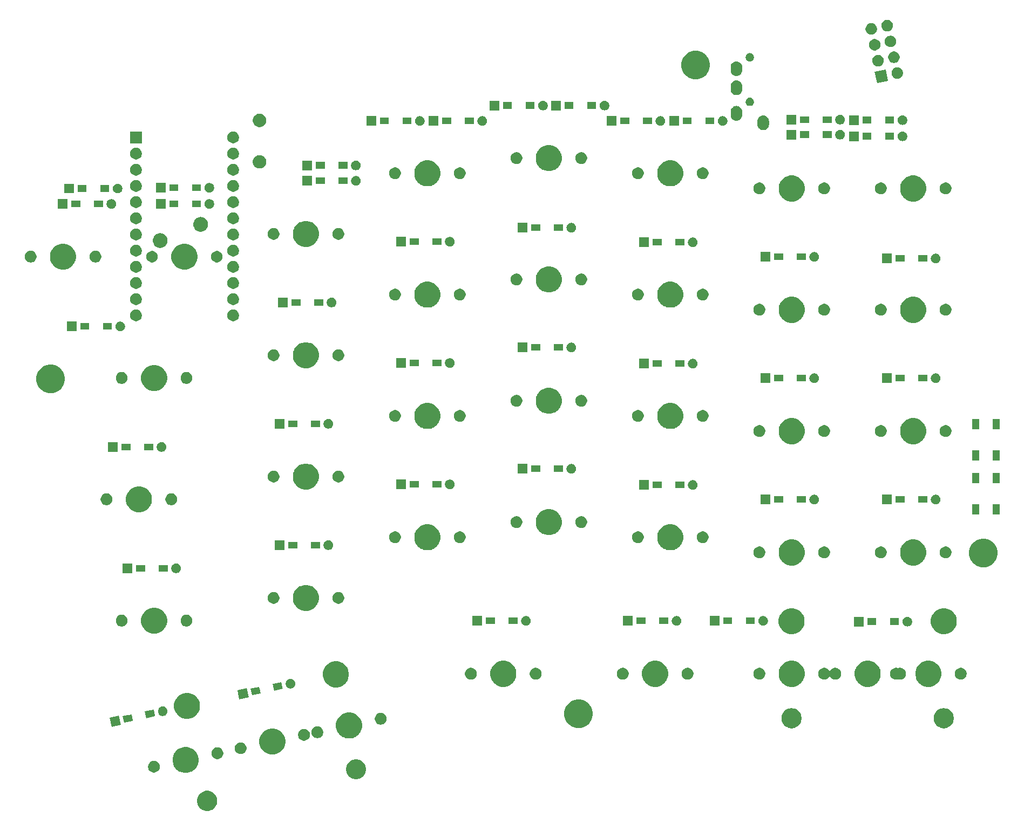
<source format=gts>
G04 #@! TF.GenerationSoftware,KiCad,Pcbnew,(5.1.5-0-10_14)*
G04 #@! TF.CreationDate,2020-04-18T19:56:34+09:00*
G04 #@! TF.ProjectId,Colice,436f6c69-6365-42e6-9b69-6361645f7063,rev?*
G04 #@! TF.SameCoordinates,Original*
G04 #@! TF.FileFunction,Soldermask,Top*
G04 #@! TF.FilePolarity,Negative*
%FSLAX46Y46*%
G04 Gerber Fmt 4.6, Leading zero omitted, Abs format (unit mm)*
G04 Created by KiCad (PCBNEW (5.1.5-0-10_14)) date 2020-04-18 19:56:34*
%MOMM*%
%LPD*%
G04 APERTURE LIST*
%ADD10C,0.100000*%
G04 APERTURE END LIST*
D10*
G36*
X68309204Y-156552535D02*
G01*
X68427930Y-156601713D01*
X68595834Y-156671261D01*
X68595835Y-156671262D01*
X68853797Y-156843626D01*
X69073176Y-157063005D01*
X69188346Y-157235370D01*
X69245541Y-157320968D01*
X69364267Y-157607599D01*
X69424793Y-157911884D01*
X69424793Y-158222134D01*
X69364267Y-158526419D01*
X69245541Y-158813050D01*
X69245540Y-158813051D01*
X69073176Y-159071013D01*
X68853797Y-159290392D01*
X68681432Y-159405562D01*
X68595834Y-159462757D01*
X68427930Y-159532305D01*
X68309204Y-159581483D01*
X68004918Y-159642009D01*
X67694668Y-159642009D01*
X67390382Y-159581483D01*
X67271656Y-159532305D01*
X67103752Y-159462757D01*
X67018154Y-159405562D01*
X66845789Y-159290392D01*
X66626410Y-159071013D01*
X66454046Y-158813051D01*
X66454045Y-158813050D01*
X66335319Y-158526419D01*
X66274793Y-158222134D01*
X66274793Y-157911884D01*
X66335319Y-157607599D01*
X66454045Y-157320968D01*
X66511240Y-157235370D01*
X66626410Y-157063005D01*
X66845789Y-156843626D01*
X67103751Y-156671262D01*
X67103752Y-156671261D01*
X67271656Y-156601713D01*
X67390382Y-156552535D01*
X67694668Y-156492009D01*
X68004918Y-156492009D01*
X68309204Y-156552535D01*
G37*
G36*
X91663456Y-151588435D02*
G01*
X91782182Y-151637613D01*
X91950086Y-151707161D01*
X91950087Y-151707162D01*
X92208049Y-151879526D01*
X92427428Y-152098905D01*
X92521253Y-152239325D01*
X92599793Y-152356868D01*
X92669341Y-152524772D01*
X92705254Y-152611473D01*
X92718519Y-152643499D01*
X92778770Y-152946399D01*
X92779045Y-152947785D01*
X92779045Y-153258033D01*
X92718519Y-153562320D01*
X92669341Y-153681046D01*
X92599793Y-153848950D01*
X92599792Y-153848951D01*
X92427428Y-154106913D01*
X92208049Y-154326292D01*
X92035684Y-154441462D01*
X91950086Y-154498657D01*
X91782182Y-154568205D01*
X91663456Y-154617383D01*
X91359170Y-154677909D01*
X91048920Y-154677909D01*
X90744634Y-154617383D01*
X90625908Y-154568205D01*
X90458004Y-154498657D01*
X90372406Y-154441462D01*
X90200041Y-154326292D01*
X89980662Y-154106913D01*
X89808298Y-153848951D01*
X89808297Y-153848950D01*
X89738749Y-153681046D01*
X89689571Y-153562320D01*
X89629045Y-153258033D01*
X89629045Y-152947785D01*
X89629321Y-152946399D01*
X89689571Y-152643499D01*
X89702837Y-152611473D01*
X89738749Y-152524772D01*
X89808297Y-152356868D01*
X89886837Y-152239325D01*
X89980662Y-152098905D01*
X90200041Y-151879526D01*
X90458003Y-151707162D01*
X90458004Y-151707161D01*
X90625908Y-151637613D01*
X90744634Y-151588435D01*
X91048920Y-151527909D01*
X91359170Y-151527909D01*
X91663456Y-151588435D01*
G37*
G36*
X65073548Y-149676535D02*
G01*
X65181429Y-149721221D01*
X65445697Y-149830684D01*
X65780622Y-150054474D01*
X66065451Y-150339303D01*
X66289241Y-150674228D01*
X66299586Y-150699203D01*
X66443390Y-151046377D01*
X66521974Y-151441445D01*
X66521974Y-151844257D01*
X66443390Y-152239325D01*
X66434653Y-152260417D01*
X66289241Y-152611474D01*
X66065451Y-152946399D01*
X65780622Y-153231228D01*
X65445697Y-153455018D01*
X65291548Y-153518868D01*
X65073548Y-153609167D01*
X64678480Y-153687751D01*
X64275668Y-153687751D01*
X63880600Y-153609167D01*
X63662600Y-153518868D01*
X63508451Y-153455018D01*
X63173526Y-153231228D01*
X62888697Y-152946399D01*
X62664907Y-152611474D01*
X62519495Y-152260417D01*
X62510758Y-152239325D01*
X62432174Y-151844257D01*
X62432174Y-151441445D01*
X62510758Y-151046377D01*
X62654562Y-150699203D01*
X62664907Y-150674228D01*
X62888697Y-150339303D01*
X63173526Y-150054474D01*
X63508451Y-149830684D01*
X63772719Y-149721221D01*
X63880600Y-149676535D01*
X64275668Y-149597951D01*
X64678480Y-149597951D01*
X65073548Y-149676535D01*
G37*
G36*
X59778188Y-151808627D02*
G01*
X59946710Y-151878431D01*
X60098375Y-151979770D01*
X60227356Y-152108751D01*
X60328695Y-152260416D01*
X60398499Y-152428938D01*
X60434084Y-152607839D01*
X60434084Y-152790245D01*
X60398499Y-152969146D01*
X60328695Y-153137668D01*
X60227356Y-153289333D01*
X60098375Y-153418314D01*
X59946710Y-153519653D01*
X59778188Y-153589457D01*
X59599287Y-153625042D01*
X59416881Y-153625042D01*
X59237980Y-153589457D01*
X59069458Y-153519653D01*
X58917793Y-153418314D01*
X58788812Y-153289333D01*
X58687473Y-153137668D01*
X58617669Y-152969146D01*
X58582084Y-152790245D01*
X58582084Y-152607839D01*
X58617669Y-152428938D01*
X58687473Y-152260416D01*
X58788812Y-152108751D01*
X58917793Y-151979770D01*
X59069458Y-151878431D01*
X59237980Y-151808627D01*
X59416881Y-151773042D01*
X59599287Y-151773042D01*
X59778188Y-151808627D01*
G37*
G36*
X69716168Y-149696245D02*
G01*
X69884690Y-149766049D01*
X70036355Y-149867388D01*
X70165336Y-149996369D01*
X70266675Y-150148034D01*
X70336479Y-150316556D01*
X70372064Y-150495457D01*
X70372064Y-150677863D01*
X70336479Y-150856764D01*
X70266675Y-151025286D01*
X70165336Y-151176951D01*
X70036355Y-151305932D01*
X69884690Y-151407271D01*
X69716168Y-151477075D01*
X69537267Y-151512660D01*
X69354861Y-151512660D01*
X69175960Y-151477075D01*
X69007438Y-151407271D01*
X68855773Y-151305932D01*
X68726792Y-151176951D01*
X68625453Y-151025286D01*
X68555649Y-150856764D01*
X68520064Y-150677863D01*
X68520064Y-150495457D01*
X68555649Y-150316556D01*
X68625453Y-150148034D01*
X68726792Y-149996369D01*
X68855773Y-149867388D01*
X69007438Y-149766049D01*
X69175960Y-149696245D01*
X69354861Y-149660660D01*
X69537267Y-149660660D01*
X69716168Y-149696245D01*
G37*
G36*
X78671130Y-146786282D02*
G01*
X78887236Y-146875796D01*
X79043279Y-146940431D01*
X79378204Y-147164221D01*
X79663033Y-147449050D01*
X79886823Y-147783975D01*
X79902804Y-147822557D01*
X80040972Y-148156124D01*
X80119556Y-148551192D01*
X80119556Y-148954004D01*
X80040972Y-149349072D01*
X80032235Y-149370164D01*
X79886823Y-149721221D01*
X79663033Y-150056146D01*
X79378204Y-150340975D01*
X79043279Y-150564765D01*
X78889130Y-150628615D01*
X78671130Y-150718914D01*
X78276062Y-150797498D01*
X77873250Y-150797498D01*
X77478182Y-150718914D01*
X77260182Y-150628615D01*
X77106033Y-150564765D01*
X76771108Y-150340975D01*
X76486279Y-150056146D01*
X76262489Y-149721221D01*
X76117077Y-149370164D01*
X76108340Y-149349072D01*
X76029756Y-148954004D01*
X76029756Y-148551192D01*
X76108340Y-148156124D01*
X76246508Y-147822557D01*
X76262489Y-147783975D01*
X76486279Y-147449050D01*
X76771108Y-147164221D01*
X77106033Y-146940431D01*
X77262076Y-146875796D01*
X77478182Y-146786282D01*
X77873250Y-146707698D01*
X78276062Y-146707698D01*
X78671130Y-146786282D01*
G37*
G36*
X73375770Y-148918374D02*
G01*
X73544292Y-148988178D01*
X73695957Y-149089517D01*
X73824938Y-149218498D01*
X73926277Y-149370163D01*
X73996081Y-149538685D01*
X74031666Y-149717586D01*
X74031666Y-149899992D01*
X73996081Y-150078893D01*
X73926277Y-150247415D01*
X73824938Y-150399080D01*
X73695957Y-150528061D01*
X73544292Y-150629400D01*
X73375770Y-150699204D01*
X73196869Y-150734789D01*
X73014463Y-150734789D01*
X72835562Y-150699204D01*
X72667040Y-150629400D01*
X72515375Y-150528061D01*
X72386394Y-150399080D01*
X72285055Y-150247415D01*
X72215251Y-150078893D01*
X72179666Y-149899992D01*
X72179666Y-149717586D01*
X72215251Y-149538685D01*
X72285055Y-149370163D01*
X72386394Y-149218498D01*
X72515375Y-149089517D01*
X72667040Y-148988178D01*
X72835562Y-148918374D01*
X73014463Y-148882789D01*
X73196869Y-148882789D01*
X73375770Y-148918374D01*
G37*
G36*
X83313750Y-146805992D02*
G01*
X83482272Y-146875796D01*
X83633937Y-146977135D01*
X83762918Y-147106116D01*
X83864257Y-147257781D01*
X83934061Y-147426303D01*
X83969646Y-147605204D01*
X83969646Y-147787610D01*
X83934061Y-147966511D01*
X83864257Y-148135033D01*
X83762918Y-148286698D01*
X83633937Y-148415679D01*
X83482272Y-148517018D01*
X83313750Y-148586822D01*
X83134849Y-148622407D01*
X82952443Y-148622407D01*
X82773542Y-148586822D01*
X82605020Y-148517018D01*
X82453355Y-148415679D01*
X82324374Y-148286698D01*
X82223035Y-148135033D01*
X82153231Y-147966511D01*
X82117646Y-147787610D01*
X82117646Y-147605204D01*
X82153231Y-147426303D01*
X82223035Y-147257781D01*
X82324374Y-147106116D01*
X82453355Y-146977135D01*
X82605020Y-146875796D01*
X82773542Y-146805992D01*
X82952443Y-146770407D01*
X83134849Y-146770407D01*
X83313750Y-146805992D01*
G37*
G36*
X90702834Y-144267864D02*
G01*
X90904647Y-144351458D01*
X91074983Y-144422013D01*
X91409908Y-144645803D01*
X91694737Y-144930632D01*
X91918527Y-145265557D01*
X91936979Y-145310104D01*
X92072676Y-145637706D01*
X92151260Y-146032774D01*
X92151260Y-146435586D01*
X92072676Y-146830654D01*
X92027205Y-146940431D01*
X91918527Y-147202803D01*
X91694737Y-147537728D01*
X91409908Y-147822557D01*
X91074983Y-148046347D01*
X90920834Y-148110197D01*
X90702834Y-148200496D01*
X90307766Y-148279080D01*
X89904954Y-148279080D01*
X89509886Y-148200496D01*
X89291886Y-148110197D01*
X89137737Y-148046347D01*
X88802812Y-147822557D01*
X88517983Y-147537728D01*
X88294193Y-147202803D01*
X88185515Y-146940431D01*
X88140044Y-146830654D01*
X88061460Y-146435586D01*
X88061460Y-146032774D01*
X88140044Y-145637706D01*
X88275741Y-145310104D01*
X88294193Y-145265557D01*
X88517983Y-144930632D01*
X88802812Y-144645803D01*
X89137737Y-144422013D01*
X89308073Y-144351458D01*
X89509886Y-144267864D01*
X89904954Y-144189280D01*
X90307766Y-144189280D01*
X90702834Y-144267864D01*
G37*
G36*
X85407474Y-146399956D02*
G01*
X85575996Y-146469760D01*
X85727661Y-146571099D01*
X85856642Y-146700080D01*
X85957981Y-146851745D01*
X86027785Y-147020267D01*
X86063370Y-147199168D01*
X86063370Y-147381574D01*
X86027785Y-147560475D01*
X85957981Y-147728997D01*
X85856642Y-147880662D01*
X85727661Y-148009643D01*
X85575996Y-148110982D01*
X85407474Y-148180786D01*
X85228573Y-148216371D01*
X85046167Y-148216371D01*
X84867266Y-148180786D01*
X84698744Y-148110982D01*
X84547079Y-148009643D01*
X84418098Y-147880662D01*
X84316759Y-147728997D01*
X84246955Y-147560475D01*
X84211370Y-147381574D01*
X84211370Y-147199168D01*
X84246955Y-147020267D01*
X84316759Y-146851745D01*
X84418098Y-146700080D01*
X84547079Y-146571099D01*
X84698744Y-146469760D01*
X84867266Y-146399956D01*
X85046167Y-146364371D01*
X85228573Y-146364371D01*
X85407474Y-146399956D01*
G37*
G36*
X159773961Y-143543751D02*
G01*
X159971411Y-143583026D01*
X160055517Y-143617864D01*
X160258041Y-143701752D01*
X160258042Y-143701753D01*
X160516004Y-143874117D01*
X160735383Y-144093496D01*
X160810874Y-144206477D01*
X160907748Y-144351459D01*
X160975889Y-144515967D01*
X161026474Y-144638089D01*
X161046619Y-144739364D01*
X161087000Y-144942375D01*
X161087000Y-145252625D01*
X161075567Y-145310104D01*
X161026474Y-145556911D01*
X160982360Y-145663410D01*
X160907748Y-145843541D01*
X160907747Y-145843542D01*
X160735383Y-146101504D01*
X160516004Y-146320883D01*
X160450919Y-146364371D01*
X160258041Y-146493248D01*
X160090137Y-146562796D01*
X159971411Y-146611974D01*
X159819267Y-146642237D01*
X159667125Y-146672500D01*
X159356875Y-146672500D01*
X159204733Y-146642237D01*
X159052589Y-146611974D01*
X158933863Y-146562796D01*
X158765959Y-146493248D01*
X158573081Y-146364371D01*
X158507996Y-146320883D01*
X158288617Y-146101504D01*
X158116253Y-145843542D01*
X158116252Y-145843541D01*
X158041640Y-145663410D01*
X157997526Y-145556911D01*
X157948433Y-145310104D01*
X157937000Y-145252625D01*
X157937000Y-144942375D01*
X157977381Y-144739364D01*
X157997526Y-144638089D01*
X158048111Y-144515967D01*
X158116252Y-144351459D01*
X158213126Y-144206477D01*
X158288617Y-144093496D01*
X158507996Y-143874117D01*
X158765958Y-143701753D01*
X158765959Y-143701752D01*
X158968483Y-143617864D01*
X159052589Y-143583026D01*
X159250039Y-143543751D01*
X159356875Y-143522500D01*
X159667125Y-143522500D01*
X159773961Y-143543751D01*
G37*
G36*
X183649961Y-143543751D02*
G01*
X183847411Y-143583026D01*
X183931517Y-143617864D01*
X184134041Y-143701752D01*
X184134042Y-143701753D01*
X184392004Y-143874117D01*
X184611383Y-144093496D01*
X184686874Y-144206477D01*
X184783748Y-144351459D01*
X184851889Y-144515967D01*
X184902474Y-144638089D01*
X184922619Y-144739364D01*
X184963000Y-144942375D01*
X184963000Y-145252625D01*
X184951567Y-145310104D01*
X184902474Y-145556911D01*
X184858360Y-145663410D01*
X184783748Y-145843541D01*
X184783747Y-145843542D01*
X184611383Y-146101504D01*
X184392004Y-146320883D01*
X184326919Y-146364371D01*
X184134041Y-146493248D01*
X183966137Y-146562796D01*
X183847411Y-146611974D01*
X183695267Y-146642237D01*
X183543125Y-146672500D01*
X183232875Y-146672500D01*
X183080733Y-146642237D01*
X182928589Y-146611974D01*
X182809863Y-146562796D01*
X182641959Y-146493248D01*
X182449081Y-146364371D01*
X182383996Y-146320883D01*
X182164617Y-146101504D01*
X181992253Y-145843542D01*
X181992252Y-145843541D01*
X181917640Y-145663410D01*
X181873526Y-145556911D01*
X181824433Y-145310104D01*
X181813000Y-145252625D01*
X181813000Y-144942375D01*
X181853381Y-144739364D01*
X181873526Y-144638089D01*
X181924111Y-144515967D01*
X181992252Y-144351459D01*
X182089126Y-144206477D01*
X182164617Y-144093496D01*
X182383996Y-143874117D01*
X182641958Y-143701753D01*
X182641959Y-143701752D01*
X182844483Y-143617864D01*
X182928589Y-143583026D01*
X183126039Y-143543751D01*
X183232875Y-143522500D01*
X183543125Y-143522500D01*
X183649961Y-143543751D01*
G37*
G36*
X126386880Y-142158776D02*
G01*
X126767593Y-142234504D01*
X127177249Y-142404189D01*
X127545929Y-142650534D01*
X127859466Y-142964071D01*
X128105811Y-143332751D01*
X128275496Y-143742407D01*
X128362000Y-144177296D01*
X128362000Y-144620704D01*
X128275496Y-145055593D01*
X128105811Y-145465249D01*
X127859466Y-145833929D01*
X127545929Y-146147466D01*
X127177249Y-146393811D01*
X126767593Y-146563496D01*
X126386880Y-146639224D01*
X126332705Y-146650000D01*
X125889295Y-146650000D01*
X125835120Y-146639224D01*
X125454407Y-146563496D01*
X125044751Y-146393811D01*
X124676071Y-146147466D01*
X124362534Y-145833929D01*
X124116189Y-145465249D01*
X123946504Y-145055593D01*
X123860000Y-144620704D01*
X123860000Y-144177296D01*
X123946504Y-143742407D01*
X124116189Y-143332751D01*
X124362534Y-142964071D01*
X124676071Y-142650534D01*
X125044751Y-142404189D01*
X125454407Y-142234504D01*
X125835120Y-142158776D01*
X125889295Y-142148000D01*
X126332705Y-142148000D01*
X126386880Y-142158776D01*
G37*
G36*
X54312210Y-146149437D02*
G01*
X52845965Y-146461096D01*
X52534306Y-144994851D01*
X54000551Y-144683192D01*
X54312210Y-146149437D01*
G37*
G36*
X95345454Y-144287574D02*
G01*
X95513976Y-144357378D01*
X95665641Y-144458717D01*
X95794622Y-144587698D01*
X95895961Y-144739363D01*
X95965765Y-144907885D01*
X96001350Y-145086786D01*
X96001350Y-145269192D01*
X95965765Y-145448093D01*
X95895961Y-145616615D01*
X95794622Y-145768280D01*
X95665641Y-145897261D01*
X95513976Y-145998600D01*
X95345454Y-146068404D01*
X95166553Y-146103989D01*
X94984147Y-146103989D01*
X94805246Y-146068404D01*
X94636724Y-145998600D01*
X94485059Y-145897261D01*
X94356078Y-145768280D01*
X94254739Y-145616615D01*
X94184935Y-145448093D01*
X94149350Y-145269192D01*
X94149350Y-145086786D01*
X94184935Y-144907885D01*
X94254739Y-144739363D01*
X94356078Y-144587698D01*
X94485059Y-144458717D01*
X94636724Y-144357378D01*
X94805246Y-144287574D01*
X94984147Y-144251989D01*
X95166553Y-144251989D01*
X95345454Y-144287574D01*
G37*
G36*
X56194014Y-145448093D02*
G01*
X56208831Y-145517803D01*
X54837468Y-145809295D01*
X54837467Y-145809295D01*
X54618745Y-144780283D01*
X54956204Y-144708554D01*
X55990108Y-144488791D01*
X55990109Y-144488791D01*
X56194014Y-145448093D01*
G37*
G36*
X65277693Y-141193723D02*
G01*
X65495693Y-141284022D01*
X65649842Y-141347872D01*
X65984767Y-141571662D01*
X66269596Y-141856491D01*
X66493386Y-142191416D01*
X66511234Y-142234505D01*
X66647535Y-142563565D01*
X66726119Y-142958633D01*
X66726119Y-143361445D01*
X66647535Y-143756513D01*
X66582287Y-143914036D01*
X66493386Y-144128662D01*
X66269596Y-144463587D01*
X65984767Y-144748416D01*
X65649842Y-144972206D01*
X65595169Y-144994852D01*
X65277693Y-145126355D01*
X64882625Y-145204939D01*
X64479813Y-145204939D01*
X64084745Y-145126355D01*
X63767269Y-144994852D01*
X63712596Y-144972206D01*
X63377671Y-144748416D01*
X63092842Y-144463587D01*
X62869052Y-144128662D01*
X62780151Y-143914036D01*
X62714903Y-143756513D01*
X62636319Y-143361445D01*
X62636319Y-142958633D01*
X62714903Y-142563565D01*
X62851204Y-142234505D01*
X62869052Y-142191416D01*
X63092842Y-141856491D01*
X63377671Y-141571662D01*
X63712596Y-141347872D01*
X63866745Y-141284022D01*
X64084745Y-141193723D01*
X64479813Y-141115139D01*
X64882625Y-141115139D01*
X65277693Y-141193723D01*
G37*
G36*
X59640705Y-144588945D02*
G01*
X59681255Y-144779717D01*
X58309892Y-145071209D01*
X58309891Y-145071209D01*
X58091169Y-144042197D01*
X58881924Y-143874117D01*
X59462532Y-143750705D01*
X59462533Y-143750705D01*
X59640705Y-144588945D01*
G37*
G36*
X60971167Y-143242455D02*
G01*
X61095363Y-143267158D01*
X61231764Y-143323657D01*
X61354521Y-143405681D01*
X61458917Y-143510077D01*
X61540941Y-143632834D01*
X61597440Y-143769235D01*
X61626242Y-143914037D01*
X61626242Y-144061675D01*
X61597440Y-144206477D01*
X61540941Y-144342878D01*
X61458917Y-144465635D01*
X61354521Y-144570031D01*
X61231764Y-144652055D01*
X61095363Y-144708554D01*
X60971167Y-144733257D01*
X60950562Y-144737356D01*
X60802922Y-144737356D01*
X60782317Y-144733257D01*
X60658121Y-144708554D01*
X60521720Y-144652055D01*
X60398963Y-144570031D01*
X60294567Y-144465635D01*
X60212543Y-144342878D01*
X60156044Y-144206477D01*
X60127242Y-144061675D01*
X60127242Y-143914037D01*
X60156044Y-143769235D01*
X60212543Y-143632834D01*
X60294567Y-143510077D01*
X60398963Y-143405681D01*
X60521720Y-143323657D01*
X60658121Y-143267158D01*
X60782317Y-143242455D01*
X60802922Y-143238356D01*
X60950562Y-143238356D01*
X60971167Y-143242455D01*
G37*
G36*
X74352810Y-141831437D02*
G01*
X72886565Y-142143096D01*
X72574906Y-140676851D01*
X74041151Y-140365192D01*
X74352810Y-141831437D01*
G37*
G36*
X76154505Y-140753209D02*
G01*
X76249431Y-141199803D01*
X74878068Y-141491295D01*
X74878067Y-141491295D01*
X74659345Y-140462283D01*
X74996804Y-140390554D01*
X76030708Y-140170791D01*
X76030709Y-140170791D01*
X76154505Y-140753209D01*
G37*
G36*
X79658203Y-140162256D02*
G01*
X79721855Y-140461717D01*
X78350492Y-140753209D01*
X78350491Y-140753209D01*
X78131769Y-139724197D01*
X78734720Y-139596036D01*
X79503132Y-139432705D01*
X79503133Y-139432705D01*
X79658203Y-140162256D01*
G37*
G36*
X81011767Y-138924455D02*
G01*
X81135963Y-138949158D01*
X81272364Y-139005657D01*
X81395121Y-139087681D01*
X81499517Y-139192077D01*
X81581541Y-139314834D01*
X81638040Y-139451235D01*
X81666842Y-139596037D01*
X81666842Y-139743675D01*
X81638040Y-139888477D01*
X81581541Y-140024878D01*
X81499517Y-140147635D01*
X81395121Y-140252031D01*
X81272364Y-140334055D01*
X81135963Y-140390554D01*
X81011767Y-140415257D01*
X80991162Y-140419356D01*
X80843522Y-140419356D01*
X80822917Y-140415257D01*
X80698721Y-140390554D01*
X80562320Y-140334055D01*
X80439563Y-140252031D01*
X80335167Y-140147635D01*
X80253143Y-140024878D01*
X80196644Y-139888477D01*
X80167842Y-139743675D01*
X80167842Y-139596037D01*
X80196644Y-139451235D01*
X80253143Y-139314834D01*
X80335167Y-139192077D01*
X80439563Y-139087681D01*
X80562320Y-139005657D01*
X80698721Y-138949158D01*
X80822917Y-138924455D01*
X80843522Y-138920356D01*
X80991162Y-138920356D01*
X81011767Y-138924455D01*
G37*
G36*
X88631945Y-136229624D02*
G01*
X88802651Y-136300333D01*
X89004094Y-136383773D01*
X89339019Y-136607563D01*
X89623848Y-136892392D01*
X89847638Y-137227317D01*
X89849337Y-137231419D01*
X90001787Y-137599466D01*
X90080371Y-137994534D01*
X90080371Y-138397346D01*
X90001787Y-138792414D01*
X89943508Y-138933111D01*
X89847638Y-139164563D01*
X89623848Y-139499488D01*
X89339019Y-139784317D01*
X89004094Y-140008107D01*
X88849945Y-140071957D01*
X88631945Y-140162256D01*
X88236877Y-140240840D01*
X87834065Y-140240840D01*
X87438997Y-140162256D01*
X87220997Y-140071957D01*
X87066848Y-140008107D01*
X86731923Y-139784317D01*
X86447094Y-139499488D01*
X86223304Y-139164563D01*
X86127434Y-138933111D01*
X86069155Y-138792414D01*
X85990571Y-138397346D01*
X85990571Y-137994534D01*
X86069155Y-137599466D01*
X86221605Y-137231419D01*
X86223304Y-137227317D01*
X86447094Y-136892392D01*
X86731923Y-136607563D01*
X87066848Y-136383773D01*
X87268291Y-136300333D01*
X87438997Y-136229624D01*
X87834065Y-136151040D01*
X88236877Y-136151040D01*
X88631945Y-136229624D01*
G37*
G36*
X160140224Y-136146184D02*
G01*
X160341666Y-136229624D01*
X160512373Y-136300333D01*
X160847298Y-136524123D01*
X161132127Y-136808952D01*
X161355917Y-137143877D01*
X161391183Y-137229018D01*
X161510066Y-137516026D01*
X161588650Y-137911094D01*
X161588650Y-138313906D01*
X161510066Y-138708974D01*
X161459201Y-138831772D01*
X161355917Y-139081123D01*
X161132127Y-139416048D01*
X160847298Y-139700877D01*
X160512373Y-139924667D01*
X160358224Y-139988517D01*
X160140224Y-140078816D01*
X159745156Y-140157400D01*
X159342344Y-140157400D01*
X158947276Y-140078816D01*
X158729276Y-139988517D01*
X158575127Y-139924667D01*
X158240202Y-139700877D01*
X157955373Y-139416048D01*
X157731583Y-139081123D01*
X157628299Y-138831772D01*
X157577434Y-138708974D01*
X157498850Y-138313906D01*
X157498850Y-137911094D01*
X157577434Y-137516026D01*
X157696317Y-137229018D01*
X157731583Y-137143877D01*
X157955373Y-136808952D01*
X158240202Y-136524123D01*
X158575127Y-136300333D01*
X158745834Y-136229624D01*
X158947276Y-136146184D01*
X159342344Y-136067600D01*
X159745156Y-136067600D01*
X160140224Y-136146184D01*
G37*
G36*
X181571474Y-136146184D02*
G01*
X181772916Y-136229624D01*
X181943623Y-136300333D01*
X182278548Y-136524123D01*
X182563377Y-136808952D01*
X182787167Y-137143877D01*
X182822433Y-137229018D01*
X182941316Y-137516026D01*
X183019900Y-137911094D01*
X183019900Y-138313906D01*
X182941316Y-138708974D01*
X182890451Y-138831772D01*
X182787167Y-139081123D01*
X182563377Y-139416048D01*
X182278548Y-139700877D01*
X181943623Y-139924667D01*
X181789474Y-139988517D01*
X181571474Y-140078816D01*
X181176406Y-140157400D01*
X180773594Y-140157400D01*
X180378526Y-140078816D01*
X180160526Y-139988517D01*
X180006377Y-139924667D01*
X179671452Y-139700877D01*
X179386623Y-139416048D01*
X179162833Y-139081123D01*
X179059549Y-138831772D01*
X179008684Y-138708974D01*
X178930100Y-138313906D01*
X178930100Y-137911094D01*
X179008684Y-137516026D01*
X179127567Y-137229018D01*
X179162833Y-137143877D01*
X179386623Y-136808952D01*
X179671452Y-136524123D01*
X180006377Y-136300333D01*
X180177084Y-136229624D01*
X180378526Y-136146184D01*
X180773594Y-136067600D01*
X181176406Y-136067600D01*
X181571474Y-136146184D01*
G37*
G36*
X114896474Y-136146184D02*
G01*
X115097916Y-136229624D01*
X115268623Y-136300333D01*
X115603548Y-136524123D01*
X115888377Y-136808952D01*
X116112167Y-137143877D01*
X116147433Y-137229018D01*
X116266316Y-137516026D01*
X116344900Y-137911094D01*
X116344900Y-138313906D01*
X116266316Y-138708974D01*
X116215451Y-138831772D01*
X116112167Y-139081123D01*
X115888377Y-139416048D01*
X115603548Y-139700877D01*
X115268623Y-139924667D01*
X115114474Y-139988517D01*
X114896474Y-140078816D01*
X114501406Y-140157400D01*
X114098594Y-140157400D01*
X113703526Y-140078816D01*
X113485526Y-139988517D01*
X113331377Y-139924667D01*
X112996452Y-139700877D01*
X112711623Y-139416048D01*
X112487833Y-139081123D01*
X112384549Y-138831772D01*
X112333684Y-138708974D01*
X112255100Y-138313906D01*
X112255100Y-137911094D01*
X112333684Y-137516026D01*
X112452567Y-137229018D01*
X112487833Y-137143877D01*
X112711623Y-136808952D01*
X112996452Y-136524123D01*
X113331377Y-136300333D01*
X113502084Y-136229624D01*
X113703526Y-136146184D01*
X114098594Y-136067600D01*
X114501406Y-136067600D01*
X114896474Y-136146184D01*
G37*
G36*
X138708974Y-136146184D02*
G01*
X138910416Y-136229624D01*
X139081123Y-136300333D01*
X139416048Y-136524123D01*
X139700877Y-136808952D01*
X139924667Y-137143877D01*
X139959933Y-137229018D01*
X140078816Y-137516026D01*
X140157400Y-137911094D01*
X140157400Y-138313906D01*
X140078816Y-138708974D01*
X140027951Y-138831772D01*
X139924667Y-139081123D01*
X139700877Y-139416048D01*
X139416048Y-139700877D01*
X139081123Y-139924667D01*
X138926974Y-139988517D01*
X138708974Y-140078816D01*
X138313906Y-140157400D01*
X137911094Y-140157400D01*
X137516026Y-140078816D01*
X137298026Y-139988517D01*
X137143877Y-139924667D01*
X136808952Y-139700877D01*
X136524123Y-139416048D01*
X136300333Y-139081123D01*
X136197049Y-138831772D01*
X136146184Y-138708974D01*
X136067600Y-138313906D01*
X136067600Y-137911094D01*
X136146184Y-137516026D01*
X136265067Y-137229018D01*
X136300333Y-137143877D01*
X136524123Y-136808952D01*
X136808952Y-136524123D01*
X137143877Y-136300333D01*
X137314584Y-136229624D01*
X137516026Y-136146184D01*
X137911094Y-136067600D01*
X138313906Y-136067600D01*
X138708974Y-136146184D01*
G37*
G36*
X172046474Y-136146184D02*
G01*
X172247916Y-136229624D01*
X172418623Y-136300333D01*
X172753548Y-136524123D01*
X173038377Y-136808952D01*
X173262167Y-137143877D01*
X173297433Y-137229018D01*
X173416316Y-137516026D01*
X173494900Y-137911094D01*
X173494900Y-138313906D01*
X173416316Y-138708974D01*
X173365451Y-138831772D01*
X173262167Y-139081123D01*
X173038377Y-139416048D01*
X172753548Y-139700877D01*
X172418623Y-139924667D01*
X172264474Y-139988517D01*
X172046474Y-140078816D01*
X171651406Y-140157400D01*
X171248594Y-140157400D01*
X170853526Y-140078816D01*
X170635526Y-139988517D01*
X170481377Y-139924667D01*
X170146452Y-139700877D01*
X169861623Y-139416048D01*
X169637833Y-139081123D01*
X169534549Y-138831772D01*
X169483684Y-138708974D01*
X169405100Y-138313906D01*
X169405100Y-137911094D01*
X169483684Y-137516026D01*
X169602567Y-137229018D01*
X169637833Y-137143877D01*
X169861623Y-136808952D01*
X170146452Y-136524123D01*
X170481377Y-136300333D01*
X170652084Y-136229624D01*
X170853526Y-136146184D01*
X171248594Y-136067600D01*
X171651406Y-136067600D01*
X172046474Y-136146184D01*
G37*
G36*
X176165104Y-137222085D02*
G01*
X176165110Y-137222088D01*
X176165565Y-137222178D01*
X176188118Y-137229018D01*
X176212504Y-137231419D01*
X176236890Y-137229016D01*
X176259435Y-137222178D01*
X176259890Y-137222088D01*
X176259896Y-137222085D01*
X176438797Y-137186500D01*
X176621203Y-137186500D01*
X176800104Y-137222085D01*
X176968626Y-137291889D01*
X177120291Y-137393228D01*
X177249272Y-137522209D01*
X177350611Y-137673874D01*
X177420415Y-137842396D01*
X177456000Y-138021297D01*
X177456000Y-138203703D01*
X177420415Y-138382604D01*
X177350611Y-138551126D01*
X177249272Y-138702791D01*
X177120291Y-138831772D01*
X176968626Y-138933111D01*
X176800104Y-139002915D01*
X176621203Y-139038500D01*
X176438797Y-139038500D01*
X176259896Y-139002915D01*
X176259890Y-139002912D01*
X176259435Y-139002822D01*
X176236882Y-138995982D01*
X176212496Y-138993581D01*
X176188110Y-138995984D01*
X176165565Y-139002822D01*
X176165110Y-139002912D01*
X176165104Y-139002915D01*
X175986203Y-139038500D01*
X175803797Y-139038500D01*
X175624896Y-139002915D01*
X175456374Y-138933111D01*
X175304709Y-138831772D01*
X175175728Y-138702791D01*
X175074389Y-138551126D01*
X175004585Y-138382604D01*
X174969000Y-138203703D01*
X174969000Y-138021297D01*
X175004585Y-137842396D01*
X175074389Y-137673874D01*
X175175728Y-137522209D01*
X175304709Y-137393228D01*
X175456374Y-137291889D01*
X175624896Y-137222085D01*
X175803797Y-137186500D01*
X175986203Y-137186500D01*
X176165104Y-137222085D01*
G37*
G36*
X186325104Y-137222085D02*
G01*
X186493626Y-137291889D01*
X186645291Y-137393228D01*
X186774272Y-137522209D01*
X186875611Y-137673874D01*
X186945415Y-137842396D01*
X186981000Y-138021297D01*
X186981000Y-138203703D01*
X186945415Y-138382604D01*
X186875611Y-138551126D01*
X186774272Y-138702791D01*
X186645291Y-138831772D01*
X186493626Y-138933111D01*
X186325104Y-139002915D01*
X186146203Y-139038500D01*
X185963797Y-139038500D01*
X185784896Y-139002915D01*
X185616374Y-138933111D01*
X185464709Y-138831772D01*
X185335728Y-138702791D01*
X185234389Y-138551126D01*
X185164585Y-138382604D01*
X185129000Y-138203703D01*
X185129000Y-138021297D01*
X185164585Y-137842396D01*
X185234389Y-137673874D01*
X185335728Y-137522209D01*
X185464709Y-137393228D01*
X185616374Y-137291889D01*
X185784896Y-137222085D01*
X185963797Y-137186500D01*
X186146203Y-137186500D01*
X186325104Y-137222085D01*
G37*
G36*
X164893854Y-137222085D02*
G01*
X165062376Y-137291889D01*
X165214041Y-137393228D01*
X165343022Y-137522209D01*
X165392950Y-137596932D01*
X165408487Y-137615864D01*
X165427429Y-137631409D01*
X165449040Y-137642960D01*
X165472489Y-137650073D01*
X165496875Y-137652475D01*
X165521261Y-137650073D01*
X165544710Y-137642960D01*
X165566321Y-137631409D01*
X165585263Y-137615864D01*
X165600800Y-137596932D01*
X165650728Y-137522209D01*
X165779709Y-137393228D01*
X165931374Y-137291889D01*
X166099896Y-137222085D01*
X166278797Y-137186500D01*
X166461203Y-137186500D01*
X166640104Y-137222085D01*
X166808626Y-137291889D01*
X166960291Y-137393228D01*
X167089272Y-137522209D01*
X167190611Y-137673874D01*
X167260415Y-137842396D01*
X167296000Y-138021297D01*
X167296000Y-138203703D01*
X167260415Y-138382604D01*
X167190611Y-138551126D01*
X167089272Y-138702791D01*
X166960291Y-138831772D01*
X166808626Y-138933111D01*
X166640104Y-139002915D01*
X166461203Y-139038500D01*
X166278797Y-139038500D01*
X166099896Y-139002915D01*
X165931374Y-138933111D01*
X165779709Y-138831772D01*
X165650728Y-138702791D01*
X165600800Y-138628068D01*
X165585263Y-138609136D01*
X165566321Y-138593591D01*
X165544710Y-138582040D01*
X165521261Y-138574927D01*
X165496875Y-138572525D01*
X165472489Y-138574927D01*
X165449040Y-138582040D01*
X165427429Y-138593591D01*
X165408487Y-138609136D01*
X165392950Y-138628068D01*
X165343022Y-138702791D01*
X165214041Y-138831772D01*
X165062376Y-138933111D01*
X164893854Y-139002915D01*
X164714953Y-139038500D01*
X164532547Y-139038500D01*
X164353646Y-139002915D01*
X164185124Y-138933111D01*
X164033459Y-138831772D01*
X163904478Y-138702791D01*
X163803139Y-138551126D01*
X163733335Y-138382604D01*
X163697750Y-138203703D01*
X163697750Y-138021297D01*
X163733335Y-137842396D01*
X163803139Y-137673874D01*
X163904478Y-137522209D01*
X164033459Y-137393228D01*
X164185124Y-137291889D01*
X164353646Y-137222085D01*
X164532547Y-137186500D01*
X164714953Y-137186500D01*
X164893854Y-137222085D01*
G37*
G36*
X154733854Y-137222085D02*
G01*
X154902376Y-137291889D01*
X155054041Y-137393228D01*
X155183022Y-137522209D01*
X155284361Y-137673874D01*
X155354165Y-137842396D01*
X155389750Y-138021297D01*
X155389750Y-138203703D01*
X155354165Y-138382604D01*
X155284361Y-138551126D01*
X155183022Y-138702791D01*
X155054041Y-138831772D01*
X154902376Y-138933111D01*
X154733854Y-139002915D01*
X154554953Y-139038500D01*
X154372547Y-139038500D01*
X154193646Y-139002915D01*
X154025124Y-138933111D01*
X153873459Y-138831772D01*
X153744478Y-138702791D01*
X153643139Y-138551126D01*
X153573335Y-138382604D01*
X153537750Y-138203703D01*
X153537750Y-138021297D01*
X153573335Y-137842396D01*
X153643139Y-137673874D01*
X153744478Y-137522209D01*
X153873459Y-137393228D01*
X154025124Y-137291889D01*
X154193646Y-137222085D01*
X154372547Y-137186500D01*
X154554953Y-137186500D01*
X154733854Y-137222085D01*
G37*
G36*
X143462604Y-137222085D02*
G01*
X143631126Y-137291889D01*
X143782791Y-137393228D01*
X143911772Y-137522209D01*
X144013111Y-137673874D01*
X144082915Y-137842396D01*
X144118500Y-138021297D01*
X144118500Y-138203703D01*
X144082915Y-138382604D01*
X144013111Y-138551126D01*
X143911772Y-138702791D01*
X143782791Y-138831772D01*
X143631126Y-138933111D01*
X143462604Y-139002915D01*
X143283703Y-139038500D01*
X143101297Y-139038500D01*
X142922396Y-139002915D01*
X142753874Y-138933111D01*
X142602209Y-138831772D01*
X142473228Y-138702791D01*
X142371889Y-138551126D01*
X142302085Y-138382604D01*
X142266500Y-138203703D01*
X142266500Y-138021297D01*
X142302085Y-137842396D01*
X142371889Y-137673874D01*
X142473228Y-137522209D01*
X142602209Y-137393228D01*
X142753874Y-137291889D01*
X142922396Y-137222085D01*
X143101297Y-137186500D01*
X143283703Y-137186500D01*
X143462604Y-137222085D01*
G37*
G36*
X133302604Y-137222085D02*
G01*
X133471126Y-137291889D01*
X133622791Y-137393228D01*
X133751772Y-137522209D01*
X133853111Y-137673874D01*
X133922915Y-137842396D01*
X133958500Y-138021297D01*
X133958500Y-138203703D01*
X133922915Y-138382604D01*
X133853111Y-138551126D01*
X133751772Y-138702791D01*
X133622791Y-138831772D01*
X133471126Y-138933111D01*
X133302604Y-139002915D01*
X133123703Y-139038500D01*
X132941297Y-139038500D01*
X132762396Y-139002915D01*
X132593874Y-138933111D01*
X132442209Y-138831772D01*
X132313228Y-138702791D01*
X132211889Y-138551126D01*
X132142085Y-138382604D01*
X132106500Y-138203703D01*
X132106500Y-138021297D01*
X132142085Y-137842396D01*
X132211889Y-137673874D01*
X132313228Y-137522209D01*
X132442209Y-137393228D01*
X132593874Y-137291889D01*
X132762396Y-137222085D01*
X132941297Y-137186500D01*
X133123703Y-137186500D01*
X133302604Y-137222085D01*
G37*
G36*
X119650104Y-137222085D02*
G01*
X119818626Y-137291889D01*
X119970291Y-137393228D01*
X120099272Y-137522209D01*
X120200611Y-137673874D01*
X120270415Y-137842396D01*
X120306000Y-138021297D01*
X120306000Y-138203703D01*
X120270415Y-138382604D01*
X120200611Y-138551126D01*
X120099272Y-138702791D01*
X119970291Y-138831772D01*
X119818626Y-138933111D01*
X119650104Y-139002915D01*
X119471203Y-139038500D01*
X119288797Y-139038500D01*
X119109896Y-139002915D01*
X118941374Y-138933111D01*
X118789709Y-138831772D01*
X118660728Y-138702791D01*
X118559389Y-138551126D01*
X118489585Y-138382604D01*
X118454000Y-138203703D01*
X118454000Y-138021297D01*
X118489585Y-137842396D01*
X118559389Y-137673874D01*
X118660728Y-137522209D01*
X118789709Y-137393228D01*
X118941374Y-137291889D01*
X119109896Y-137222085D01*
X119288797Y-137186500D01*
X119471203Y-137186500D01*
X119650104Y-137222085D01*
G37*
G36*
X109490104Y-137222085D02*
G01*
X109658626Y-137291889D01*
X109810291Y-137393228D01*
X109939272Y-137522209D01*
X110040611Y-137673874D01*
X110110415Y-137842396D01*
X110146000Y-138021297D01*
X110146000Y-138203703D01*
X110110415Y-138382604D01*
X110040611Y-138551126D01*
X109939272Y-138702791D01*
X109810291Y-138831772D01*
X109658626Y-138933111D01*
X109490104Y-139002915D01*
X109311203Y-139038500D01*
X109128797Y-139038500D01*
X108949896Y-139002915D01*
X108781374Y-138933111D01*
X108629709Y-138831772D01*
X108500728Y-138702791D01*
X108399389Y-138551126D01*
X108329585Y-138382604D01*
X108294000Y-138203703D01*
X108294000Y-138021297D01*
X108329585Y-137842396D01*
X108399389Y-137673874D01*
X108500728Y-137522209D01*
X108629709Y-137393228D01*
X108781374Y-137291889D01*
X108949896Y-137222085D01*
X109128797Y-137186500D01*
X109311203Y-137186500D01*
X109490104Y-137222085D01*
G37*
G36*
X183984474Y-127891184D02*
G01*
X184164994Y-127965958D01*
X184356623Y-128045333D01*
X184691548Y-128269123D01*
X184976377Y-128553952D01*
X185200167Y-128888877D01*
X185200167Y-128888878D01*
X185354316Y-129261026D01*
X185432900Y-129656094D01*
X185432900Y-130058906D01*
X185354316Y-130453974D01*
X185276558Y-130641697D01*
X185200167Y-130826123D01*
X184976377Y-131161048D01*
X184691548Y-131445877D01*
X184356623Y-131669667D01*
X184202474Y-131733517D01*
X183984474Y-131823816D01*
X183589406Y-131902400D01*
X183186594Y-131902400D01*
X182791526Y-131823816D01*
X182573526Y-131733517D01*
X182419377Y-131669667D01*
X182084452Y-131445877D01*
X181799623Y-131161048D01*
X181575833Y-130826123D01*
X181499442Y-130641697D01*
X181421684Y-130453974D01*
X181343100Y-130058906D01*
X181343100Y-129656094D01*
X181421684Y-129261026D01*
X181575833Y-128888878D01*
X181575833Y-128888877D01*
X181799623Y-128553952D01*
X182084452Y-128269123D01*
X182419377Y-128045333D01*
X182611006Y-127965958D01*
X182791526Y-127891184D01*
X183186594Y-127812600D01*
X183589406Y-127812600D01*
X183984474Y-127891184D01*
G37*
G36*
X160108474Y-127891184D02*
G01*
X160288994Y-127965958D01*
X160480623Y-128045333D01*
X160815548Y-128269123D01*
X161100377Y-128553952D01*
X161324167Y-128888877D01*
X161324167Y-128888878D01*
X161478316Y-129261026D01*
X161556900Y-129656094D01*
X161556900Y-130058906D01*
X161478316Y-130453974D01*
X161400558Y-130641697D01*
X161324167Y-130826123D01*
X161100377Y-131161048D01*
X160815548Y-131445877D01*
X160480623Y-131669667D01*
X160326474Y-131733517D01*
X160108474Y-131823816D01*
X159713406Y-131902400D01*
X159310594Y-131902400D01*
X158915526Y-131823816D01*
X158697526Y-131733517D01*
X158543377Y-131669667D01*
X158208452Y-131445877D01*
X157923623Y-131161048D01*
X157699833Y-130826123D01*
X157623442Y-130641697D01*
X157545684Y-130453974D01*
X157467100Y-130058906D01*
X157467100Y-129656094D01*
X157545684Y-129261026D01*
X157699833Y-128888878D01*
X157699833Y-128888877D01*
X157923623Y-128553952D01*
X158208452Y-128269123D01*
X158543377Y-128045333D01*
X158735006Y-127965958D01*
X158915526Y-127891184D01*
X159310594Y-127812600D01*
X159713406Y-127812600D01*
X160108474Y-127891184D01*
G37*
G36*
X60127724Y-127811809D02*
G01*
X60319352Y-127891184D01*
X60499873Y-127965958D01*
X60834798Y-128189748D01*
X61119627Y-128474577D01*
X61343417Y-128809502D01*
X61375812Y-128887711D01*
X61497566Y-129181651D01*
X61576150Y-129576719D01*
X61576150Y-129979531D01*
X61497566Y-130374599D01*
X61446701Y-130497397D01*
X61343417Y-130746748D01*
X61119627Y-131081673D01*
X60834798Y-131366502D01*
X60499873Y-131590292D01*
X60345724Y-131654142D01*
X60127724Y-131744441D01*
X59732656Y-131823025D01*
X59329844Y-131823025D01*
X58934776Y-131744441D01*
X58716776Y-131654142D01*
X58562627Y-131590292D01*
X58227702Y-131366502D01*
X57942873Y-131081673D01*
X57719083Y-130746748D01*
X57615799Y-130497397D01*
X57564934Y-130374599D01*
X57486350Y-129979531D01*
X57486350Y-129576719D01*
X57564934Y-129181651D01*
X57686688Y-128887711D01*
X57719083Y-128809502D01*
X57942873Y-128474577D01*
X58227702Y-128189748D01*
X58562627Y-127965958D01*
X58743148Y-127891184D01*
X58934776Y-127811809D01*
X59329844Y-127733225D01*
X59732656Y-127733225D01*
X60127724Y-127811809D01*
G37*
G36*
X54721354Y-128887710D02*
G01*
X54889876Y-128957514D01*
X55041541Y-129058853D01*
X55170522Y-129187834D01*
X55271861Y-129339499D01*
X55341665Y-129508021D01*
X55377250Y-129686922D01*
X55377250Y-129869328D01*
X55341665Y-130048229D01*
X55271861Y-130216751D01*
X55170522Y-130368416D01*
X55041541Y-130497397D01*
X54889876Y-130598736D01*
X54721354Y-130668540D01*
X54542453Y-130704125D01*
X54360047Y-130704125D01*
X54181146Y-130668540D01*
X54012624Y-130598736D01*
X53860959Y-130497397D01*
X53731978Y-130368416D01*
X53630639Y-130216751D01*
X53560835Y-130048229D01*
X53525250Y-129869328D01*
X53525250Y-129686922D01*
X53560835Y-129508021D01*
X53630639Y-129339499D01*
X53731978Y-129187834D01*
X53860959Y-129058853D01*
X54012624Y-128957514D01*
X54181146Y-128887710D01*
X54360047Y-128852125D01*
X54542453Y-128852125D01*
X54721354Y-128887710D01*
G37*
G36*
X64881354Y-128887710D02*
G01*
X65049876Y-128957514D01*
X65201541Y-129058853D01*
X65330522Y-129187834D01*
X65431861Y-129339499D01*
X65501665Y-129508021D01*
X65537250Y-129686922D01*
X65537250Y-129869328D01*
X65501665Y-130048229D01*
X65431861Y-130216751D01*
X65330522Y-130368416D01*
X65201541Y-130497397D01*
X65049876Y-130598736D01*
X64881354Y-130668540D01*
X64702453Y-130704125D01*
X64520047Y-130704125D01*
X64341146Y-130668540D01*
X64172624Y-130598736D01*
X64020959Y-130497397D01*
X63891978Y-130368416D01*
X63790639Y-130216751D01*
X63720835Y-130048229D01*
X63685250Y-129869328D01*
X63685250Y-129686922D01*
X63720835Y-129508021D01*
X63790639Y-129339499D01*
X63891978Y-129187834D01*
X64020959Y-129058853D01*
X64172624Y-128957514D01*
X64341146Y-128887710D01*
X64520047Y-128852125D01*
X64702453Y-128852125D01*
X64881354Y-128887710D01*
G37*
G36*
X177767425Y-129175599D02*
G01*
X177891621Y-129200302D01*
X178028022Y-129256801D01*
X178150779Y-129338825D01*
X178255175Y-129443221D01*
X178337199Y-129565978D01*
X178393698Y-129702379D01*
X178422500Y-129847181D01*
X178422500Y-129994819D01*
X178393698Y-130139621D01*
X178337199Y-130276022D01*
X178255175Y-130398779D01*
X178150779Y-130503175D01*
X178028022Y-130585199D01*
X177891621Y-130641698D01*
X177767425Y-130666401D01*
X177746820Y-130670500D01*
X177599180Y-130670500D01*
X177578575Y-130666401D01*
X177454379Y-130641698D01*
X177317978Y-130585199D01*
X177195221Y-130503175D01*
X177090825Y-130398779D01*
X177008801Y-130276022D01*
X176952302Y-130139621D01*
X176923500Y-129994819D01*
X176923500Y-129847181D01*
X176952302Y-129702379D01*
X177008801Y-129565978D01*
X177090825Y-129443221D01*
X177195221Y-129338825D01*
X177317978Y-129256801D01*
X177454379Y-129200302D01*
X177578575Y-129175599D01*
X177599180Y-129171500D01*
X177746820Y-129171500D01*
X177767425Y-129175599D01*
G37*
G36*
X170802500Y-130670500D02*
G01*
X169303500Y-130670500D01*
X169303500Y-129171500D01*
X170802500Y-129171500D01*
X170802500Y-130670500D01*
G37*
G36*
X117950425Y-129048599D02*
G01*
X118074621Y-129073302D01*
X118211022Y-129129801D01*
X118333779Y-129211825D01*
X118438175Y-129316221D01*
X118520199Y-129438978D01*
X118576698Y-129575379D01*
X118605500Y-129720181D01*
X118605500Y-129867819D01*
X118576698Y-130012621D01*
X118520199Y-130149022D01*
X118438175Y-130271779D01*
X118333779Y-130376175D01*
X118211022Y-130458199D01*
X118074621Y-130514698D01*
X117950425Y-130539401D01*
X117929820Y-130543500D01*
X117782180Y-130543500D01*
X117761575Y-130539401D01*
X117637379Y-130514698D01*
X117500978Y-130458199D01*
X117378221Y-130376175D01*
X117273825Y-130271779D01*
X117191801Y-130149022D01*
X117135302Y-130012621D01*
X117106500Y-129867819D01*
X117106500Y-129720181D01*
X117135302Y-129575379D01*
X117191801Y-129438978D01*
X117273825Y-129316221D01*
X117378221Y-129211825D01*
X117500978Y-129129801D01*
X117637379Y-129073302D01*
X117761575Y-129048599D01*
X117782180Y-129044500D01*
X117929820Y-129044500D01*
X117950425Y-129048599D01*
G37*
G36*
X155161425Y-129048599D02*
G01*
X155285621Y-129073302D01*
X155422022Y-129129801D01*
X155544779Y-129211825D01*
X155649175Y-129316221D01*
X155731199Y-129438978D01*
X155787698Y-129575379D01*
X155816500Y-129720181D01*
X155816500Y-129867819D01*
X155787698Y-130012621D01*
X155731199Y-130149022D01*
X155649175Y-130271779D01*
X155544779Y-130376175D01*
X155422022Y-130458199D01*
X155285621Y-130514698D01*
X155161425Y-130539401D01*
X155140820Y-130543500D01*
X154993180Y-130543500D01*
X154972575Y-130539401D01*
X154848379Y-130514698D01*
X154711978Y-130458199D01*
X154589221Y-130376175D01*
X154484825Y-130271779D01*
X154402801Y-130149022D01*
X154346302Y-130012621D01*
X154317500Y-129867819D01*
X154317500Y-129720181D01*
X154346302Y-129575379D01*
X154402801Y-129438978D01*
X154484825Y-129316221D01*
X154589221Y-129211825D01*
X154711978Y-129129801D01*
X154848379Y-129073302D01*
X154972575Y-129048599D01*
X154993180Y-129044500D01*
X155140820Y-129044500D01*
X155161425Y-129048599D01*
G37*
G36*
X148196500Y-130543500D02*
G01*
X146697500Y-130543500D01*
X146697500Y-129044500D01*
X148196500Y-129044500D01*
X148196500Y-130543500D01*
G37*
G36*
X134607500Y-130543500D02*
G01*
X133108500Y-130543500D01*
X133108500Y-129044500D01*
X134607500Y-129044500D01*
X134607500Y-130543500D01*
G37*
G36*
X110985500Y-130543500D02*
G01*
X109486500Y-130543500D01*
X109486500Y-129044500D01*
X110985500Y-129044500D01*
X110985500Y-130543500D01*
G37*
G36*
X141572425Y-129048599D02*
G01*
X141696621Y-129073302D01*
X141833022Y-129129801D01*
X141955779Y-129211825D01*
X142060175Y-129316221D01*
X142142199Y-129438978D01*
X142198698Y-129575379D01*
X142227500Y-129720181D01*
X142227500Y-129867819D01*
X142198698Y-130012621D01*
X142142199Y-130149022D01*
X142060175Y-130271779D01*
X141955779Y-130376175D01*
X141833022Y-130458199D01*
X141696621Y-130514698D01*
X141572425Y-130539401D01*
X141551820Y-130543500D01*
X141404180Y-130543500D01*
X141383575Y-130539401D01*
X141259379Y-130514698D01*
X141122978Y-130458199D01*
X141000221Y-130376175D01*
X140895825Y-130271779D01*
X140813801Y-130149022D01*
X140757302Y-130012621D01*
X140728500Y-129867819D01*
X140728500Y-129720181D01*
X140757302Y-129575379D01*
X140813801Y-129438978D01*
X140895825Y-129316221D01*
X141000221Y-129211825D01*
X141122978Y-129129801D01*
X141259379Y-129073302D01*
X141383575Y-129048599D01*
X141404180Y-129044500D01*
X141551820Y-129044500D01*
X141572425Y-129048599D01*
G37*
G36*
X172789000Y-130447000D02*
G01*
X171387000Y-130447000D01*
X171387000Y-129395000D01*
X172789000Y-129395000D01*
X172789000Y-130447000D01*
G37*
G36*
X176339000Y-130447000D02*
G01*
X174937000Y-130447000D01*
X174937000Y-129395000D01*
X176339000Y-129395000D01*
X176339000Y-130447000D01*
G37*
G36*
X116522000Y-130320000D02*
G01*
X115120000Y-130320000D01*
X115120000Y-129268000D01*
X116522000Y-129268000D01*
X116522000Y-130320000D01*
G37*
G36*
X136594000Y-130320000D02*
G01*
X135192000Y-130320000D01*
X135192000Y-129268000D01*
X136594000Y-129268000D01*
X136594000Y-130320000D01*
G37*
G36*
X112972000Y-130320000D02*
G01*
X111570000Y-130320000D01*
X111570000Y-129268000D01*
X112972000Y-129268000D01*
X112972000Y-130320000D01*
G37*
G36*
X140144000Y-130320000D02*
G01*
X138742000Y-130320000D01*
X138742000Y-129268000D01*
X140144000Y-129268000D01*
X140144000Y-130320000D01*
G37*
G36*
X150183000Y-130320000D02*
G01*
X148781000Y-130320000D01*
X148781000Y-129268000D01*
X150183000Y-129268000D01*
X150183000Y-130320000D01*
G37*
G36*
X153733000Y-130320000D02*
G01*
X152331000Y-130320000D01*
X152331000Y-129268000D01*
X153733000Y-129268000D01*
X153733000Y-130320000D01*
G37*
G36*
X83940224Y-124239934D02*
G01*
X84158224Y-124330233D01*
X84312373Y-124394083D01*
X84647298Y-124617873D01*
X84932127Y-124902702D01*
X85155917Y-125237627D01*
X85188312Y-125315836D01*
X85310066Y-125609776D01*
X85388650Y-126004844D01*
X85388650Y-126407656D01*
X85310066Y-126802724D01*
X85259201Y-126925522D01*
X85155917Y-127174873D01*
X84932127Y-127509798D01*
X84647298Y-127794627D01*
X84312373Y-128018417D01*
X84158224Y-128082267D01*
X83940224Y-128172566D01*
X83545156Y-128251150D01*
X83142344Y-128251150D01*
X82747276Y-128172566D01*
X82529276Y-128082267D01*
X82375127Y-128018417D01*
X82040202Y-127794627D01*
X81755373Y-127509798D01*
X81531583Y-127174873D01*
X81428299Y-126925522D01*
X81377434Y-126802724D01*
X81298850Y-126407656D01*
X81298850Y-126004844D01*
X81377434Y-125609776D01*
X81499188Y-125315836D01*
X81531583Y-125237627D01*
X81755373Y-124902702D01*
X82040202Y-124617873D01*
X82375127Y-124394083D01*
X82529276Y-124330233D01*
X82747276Y-124239934D01*
X83142344Y-124161350D01*
X83545156Y-124161350D01*
X83940224Y-124239934D01*
G37*
G36*
X78533854Y-125315835D02*
G01*
X78702376Y-125385639D01*
X78854041Y-125486978D01*
X78983022Y-125615959D01*
X79084361Y-125767624D01*
X79154165Y-125936146D01*
X79189750Y-126115047D01*
X79189750Y-126297453D01*
X79154165Y-126476354D01*
X79084361Y-126644876D01*
X78983022Y-126796541D01*
X78854041Y-126925522D01*
X78702376Y-127026861D01*
X78533854Y-127096665D01*
X78354953Y-127132250D01*
X78172547Y-127132250D01*
X77993646Y-127096665D01*
X77825124Y-127026861D01*
X77673459Y-126925522D01*
X77544478Y-126796541D01*
X77443139Y-126644876D01*
X77373335Y-126476354D01*
X77337750Y-126297453D01*
X77337750Y-126115047D01*
X77373335Y-125936146D01*
X77443139Y-125767624D01*
X77544478Y-125615959D01*
X77673459Y-125486978D01*
X77825124Y-125385639D01*
X77993646Y-125315835D01*
X78172547Y-125280250D01*
X78354953Y-125280250D01*
X78533854Y-125315835D01*
G37*
G36*
X88693854Y-125315835D02*
G01*
X88862376Y-125385639D01*
X89014041Y-125486978D01*
X89143022Y-125615959D01*
X89244361Y-125767624D01*
X89314165Y-125936146D01*
X89349750Y-126115047D01*
X89349750Y-126297453D01*
X89314165Y-126476354D01*
X89244361Y-126644876D01*
X89143022Y-126796541D01*
X89014041Y-126925522D01*
X88862376Y-127026861D01*
X88693854Y-127096665D01*
X88514953Y-127132250D01*
X88332547Y-127132250D01*
X88153646Y-127096665D01*
X87985124Y-127026861D01*
X87833459Y-126925522D01*
X87704478Y-126796541D01*
X87603139Y-126644876D01*
X87533335Y-126476354D01*
X87497750Y-126297453D01*
X87497750Y-126115047D01*
X87533335Y-125936146D01*
X87603139Y-125767624D01*
X87704478Y-125615959D01*
X87833459Y-125486978D01*
X87985124Y-125385639D01*
X88153646Y-125315835D01*
X88332547Y-125280250D01*
X88514953Y-125280250D01*
X88693854Y-125315835D01*
G37*
G36*
X56121500Y-122304375D02*
G01*
X54622500Y-122304375D01*
X54622500Y-120805375D01*
X56121500Y-120805375D01*
X56121500Y-122304375D01*
G37*
G36*
X63086425Y-120809474D02*
G01*
X63210621Y-120834177D01*
X63347022Y-120890676D01*
X63469779Y-120972700D01*
X63574175Y-121077096D01*
X63656199Y-121199853D01*
X63712698Y-121336254D01*
X63741500Y-121481056D01*
X63741500Y-121628694D01*
X63712698Y-121773496D01*
X63656199Y-121909897D01*
X63574175Y-122032654D01*
X63469779Y-122137050D01*
X63347022Y-122219074D01*
X63210621Y-122275573D01*
X63086425Y-122300276D01*
X63065820Y-122304375D01*
X62918180Y-122304375D01*
X62897575Y-122300276D01*
X62773379Y-122275573D01*
X62636978Y-122219074D01*
X62514221Y-122137050D01*
X62409825Y-122032654D01*
X62327801Y-121909897D01*
X62271302Y-121773496D01*
X62242500Y-121628694D01*
X62242500Y-121481056D01*
X62271302Y-121336254D01*
X62327801Y-121199853D01*
X62409825Y-121077096D01*
X62514221Y-120972700D01*
X62636978Y-120890676D01*
X62773379Y-120834177D01*
X62897575Y-120809474D01*
X62918180Y-120805375D01*
X63065820Y-120805375D01*
X63086425Y-120809474D01*
G37*
G36*
X61658000Y-122080875D02*
G01*
X60256000Y-122080875D01*
X60256000Y-121028875D01*
X61658000Y-121028875D01*
X61658000Y-122080875D01*
G37*
G36*
X58108000Y-122080875D02*
G01*
X56706000Y-122080875D01*
X56706000Y-121028875D01*
X58108000Y-121028875D01*
X58108000Y-122080875D01*
G37*
G36*
X189871189Y-116882655D02*
G01*
X190267593Y-116961504D01*
X190677249Y-117131189D01*
X191045929Y-117377534D01*
X191359466Y-117691071D01*
X191605811Y-118059751D01*
X191775496Y-118469407D01*
X191862000Y-118904296D01*
X191862000Y-119347704D01*
X191775496Y-119782593D01*
X191605811Y-120192249D01*
X191359466Y-120560929D01*
X191045929Y-120874466D01*
X190677249Y-121120811D01*
X190267593Y-121290496D01*
X189886880Y-121366224D01*
X189832705Y-121377000D01*
X189389295Y-121377000D01*
X189335120Y-121366224D01*
X188954407Y-121290496D01*
X188544751Y-121120811D01*
X188176071Y-120874466D01*
X187862534Y-120560929D01*
X187616189Y-120192249D01*
X187446504Y-119782593D01*
X187360000Y-119347704D01*
X187360000Y-118904296D01*
X187446504Y-118469407D01*
X187616189Y-118059751D01*
X187862534Y-117691071D01*
X188176071Y-117377534D01*
X188544751Y-117131189D01*
X188954407Y-116961504D01*
X189350811Y-116882655D01*
X189389295Y-116875000D01*
X189832705Y-116875000D01*
X189871189Y-116882655D01*
G37*
G36*
X179190224Y-117096184D02*
G01*
X179368431Y-117170000D01*
X179562373Y-117250333D01*
X179897298Y-117474123D01*
X180182127Y-117758952D01*
X180405917Y-118093877D01*
X180438312Y-118172086D01*
X180560066Y-118466026D01*
X180638650Y-118861094D01*
X180638650Y-119263906D01*
X180560066Y-119658974D01*
X180509201Y-119781772D01*
X180405917Y-120031123D01*
X180182127Y-120366048D01*
X179897298Y-120650877D01*
X179562373Y-120874667D01*
X179408224Y-120938517D01*
X179190224Y-121028816D01*
X178795156Y-121107400D01*
X178392344Y-121107400D01*
X177997276Y-121028816D01*
X177779276Y-120938517D01*
X177625127Y-120874667D01*
X177290202Y-120650877D01*
X177005373Y-120366048D01*
X176781583Y-120031123D01*
X176678299Y-119781772D01*
X176627434Y-119658974D01*
X176548850Y-119263906D01*
X176548850Y-118861094D01*
X176627434Y-118466026D01*
X176749188Y-118172086D01*
X176781583Y-118093877D01*
X177005373Y-117758952D01*
X177290202Y-117474123D01*
X177625127Y-117250333D01*
X177819069Y-117170000D01*
X177997276Y-117096184D01*
X178392344Y-117017600D01*
X178795156Y-117017600D01*
X179190224Y-117096184D01*
G37*
G36*
X160140224Y-117096184D02*
G01*
X160318431Y-117170000D01*
X160512373Y-117250333D01*
X160847298Y-117474123D01*
X161132127Y-117758952D01*
X161355917Y-118093877D01*
X161388312Y-118172086D01*
X161510066Y-118466026D01*
X161588650Y-118861094D01*
X161588650Y-119263906D01*
X161510066Y-119658974D01*
X161459201Y-119781772D01*
X161355917Y-120031123D01*
X161132127Y-120366048D01*
X160847298Y-120650877D01*
X160512373Y-120874667D01*
X160358224Y-120938517D01*
X160140224Y-121028816D01*
X159745156Y-121107400D01*
X159342344Y-121107400D01*
X158947276Y-121028816D01*
X158729276Y-120938517D01*
X158575127Y-120874667D01*
X158240202Y-120650877D01*
X157955373Y-120366048D01*
X157731583Y-120031123D01*
X157628299Y-119781772D01*
X157577434Y-119658974D01*
X157498850Y-119263906D01*
X157498850Y-118861094D01*
X157577434Y-118466026D01*
X157699188Y-118172086D01*
X157731583Y-118093877D01*
X157955373Y-117758952D01*
X158240202Y-117474123D01*
X158575127Y-117250333D01*
X158769069Y-117170000D01*
X158947276Y-117096184D01*
X159342344Y-117017600D01*
X159745156Y-117017600D01*
X160140224Y-117096184D01*
G37*
G36*
X154733854Y-118172085D02*
G01*
X154902376Y-118241889D01*
X155054041Y-118343228D01*
X155183022Y-118472209D01*
X155284361Y-118623874D01*
X155354165Y-118792396D01*
X155389750Y-118971297D01*
X155389750Y-119153703D01*
X155354165Y-119332604D01*
X155284361Y-119501126D01*
X155183022Y-119652791D01*
X155054041Y-119781772D01*
X154902376Y-119883111D01*
X154733854Y-119952915D01*
X154554953Y-119988500D01*
X154372547Y-119988500D01*
X154193646Y-119952915D01*
X154025124Y-119883111D01*
X153873459Y-119781772D01*
X153744478Y-119652791D01*
X153643139Y-119501126D01*
X153573335Y-119332604D01*
X153537750Y-119153703D01*
X153537750Y-118971297D01*
X153573335Y-118792396D01*
X153643139Y-118623874D01*
X153744478Y-118472209D01*
X153873459Y-118343228D01*
X154025124Y-118241889D01*
X154193646Y-118172085D01*
X154372547Y-118136500D01*
X154554953Y-118136500D01*
X154733854Y-118172085D01*
G37*
G36*
X183943854Y-118172085D02*
G01*
X184112376Y-118241889D01*
X184264041Y-118343228D01*
X184393022Y-118472209D01*
X184494361Y-118623874D01*
X184564165Y-118792396D01*
X184599750Y-118971297D01*
X184599750Y-119153703D01*
X184564165Y-119332604D01*
X184494361Y-119501126D01*
X184393022Y-119652791D01*
X184264041Y-119781772D01*
X184112376Y-119883111D01*
X183943854Y-119952915D01*
X183764953Y-119988500D01*
X183582547Y-119988500D01*
X183403646Y-119952915D01*
X183235124Y-119883111D01*
X183083459Y-119781772D01*
X182954478Y-119652791D01*
X182853139Y-119501126D01*
X182783335Y-119332604D01*
X182747750Y-119153703D01*
X182747750Y-118971297D01*
X182783335Y-118792396D01*
X182853139Y-118623874D01*
X182954478Y-118472209D01*
X183083459Y-118343228D01*
X183235124Y-118241889D01*
X183403646Y-118172085D01*
X183582547Y-118136500D01*
X183764953Y-118136500D01*
X183943854Y-118172085D01*
G37*
G36*
X173783854Y-118172085D02*
G01*
X173952376Y-118241889D01*
X174104041Y-118343228D01*
X174233022Y-118472209D01*
X174334361Y-118623874D01*
X174404165Y-118792396D01*
X174439750Y-118971297D01*
X174439750Y-119153703D01*
X174404165Y-119332604D01*
X174334361Y-119501126D01*
X174233022Y-119652791D01*
X174104041Y-119781772D01*
X173952376Y-119883111D01*
X173783854Y-119952915D01*
X173604953Y-119988500D01*
X173422547Y-119988500D01*
X173243646Y-119952915D01*
X173075124Y-119883111D01*
X172923459Y-119781772D01*
X172794478Y-119652791D01*
X172693139Y-119501126D01*
X172623335Y-119332604D01*
X172587750Y-119153703D01*
X172587750Y-118971297D01*
X172623335Y-118792396D01*
X172693139Y-118623874D01*
X172794478Y-118472209D01*
X172923459Y-118343228D01*
X173075124Y-118241889D01*
X173243646Y-118172085D01*
X173422547Y-118136500D01*
X173604953Y-118136500D01*
X173783854Y-118172085D01*
G37*
G36*
X164893854Y-118172085D02*
G01*
X165062376Y-118241889D01*
X165214041Y-118343228D01*
X165343022Y-118472209D01*
X165444361Y-118623874D01*
X165514165Y-118792396D01*
X165549750Y-118971297D01*
X165549750Y-119153703D01*
X165514165Y-119332604D01*
X165444361Y-119501126D01*
X165343022Y-119652791D01*
X165214041Y-119781772D01*
X165062376Y-119883111D01*
X164893854Y-119952915D01*
X164714953Y-119988500D01*
X164532547Y-119988500D01*
X164353646Y-119952915D01*
X164185124Y-119883111D01*
X164033459Y-119781772D01*
X163904478Y-119652791D01*
X163803139Y-119501126D01*
X163733335Y-119332604D01*
X163697750Y-119153703D01*
X163697750Y-118971297D01*
X163733335Y-118792396D01*
X163803139Y-118623874D01*
X163904478Y-118472209D01*
X164033459Y-118343228D01*
X164185124Y-118241889D01*
X164353646Y-118172085D01*
X164532547Y-118136500D01*
X164714953Y-118136500D01*
X164893854Y-118172085D01*
G37*
G36*
X102990224Y-114714934D02*
G01*
X103208224Y-114805233D01*
X103362373Y-114869083D01*
X103697298Y-115092873D01*
X103982127Y-115377702D01*
X104205917Y-115712627D01*
X104238312Y-115790836D01*
X104360066Y-116084776D01*
X104438650Y-116479844D01*
X104438650Y-116882656D01*
X104360066Y-117277724D01*
X104292136Y-117441721D01*
X104205917Y-117649873D01*
X103982127Y-117984798D01*
X103697298Y-118269627D01*
X103362373Y-118493417D01*
X103208224Y-118557267D01*
X102990224Y-118647566D01*
X102595156Y-118726150D01*
X102192344Y-118726150D01*
X101797276Y-118647566D01*
X101579276Y-118557267D01*
X101425127Y-118493417D01*
X101090202Y-118269627D01*
X100805373Y-117984798D01*
X100581583Y-117649873D01*
X100495364Y-117441721D01*
X100427434Y-117277724D01*
X100348850Y-116882656D01*
X100348850Y-116479844D01*
X100427434Y-116084776D01*
X100549188Y-115790836D01*
X100581583Y-115712627D01*
X100805373Y-115377702D01*
X101090202Y-115092873D01*
X101425127Y-114869083D01*
X101579276Y-114805233D01*
X101797276Y-114714934D01*
X102192344Y-114636350D01*
X102595156Y-114636350D01*
X102990224Y-114714934D01*
G37*
G36*
X141090224Y-114714934D02*
G01*
X141308224Y-114805233D01*
X141462373Y-114869083D01*
X141797298Y-115092873D01*
X142082127Y-115377702D01*
X142305917Y-115712627D01*
X142338312Y-115790836D01*
X142460066Y-116084776D01*
X142538650Y-116479844D01*
X142538650Y-116882656D01*
X142460066Y-117277724D01*
X142392136Y-117441721D01*
X142305917Y-117649873D01*
X142082127Y-117984798D01*
X141797298Y-118269627D01*
X141462373Y-118493417D01*
X141308224Y-118557267D01*
X141090224Y-118647566D01*
X140695156Y-118726150D01*
X140292344Y-118726150D01*
X139897276Y-118647566D01*
X139679276Y-118557267D01*
X139525127Y-118493417D01*
X139190202Y-118269627D01*
X138905373Y-117984798D01*
X138681583Y-117649873D01*
X138595364Y-117441721D01*
X138527434Y-117277724D01*
X138448850Y-116882656D01*
X138448850Y-116479844D01*
X138527434Y-116084776D01*
X138649188Y-115790836D01*
X138681583Y-115712627D01*
X138905373Y-115377702D01*
X139190202Y-115092873D01*
X139525127Y-114869083D01*
X139679276Y-114805233D01*
X139897276Y-114714934D01*
X140292344Y-114636350D01*
X140695156Y-114636350D01*
X141090224Y-114714934D01*
G37*
G36*
X86962425Y-117174099D02*
G01*
X87086621Y-117198802D01*
X87223022Y-117255301D01*
X87345779Y-117337325D01*
X87450175Y-117441721D01*
X87532199Y-117564478D01*
X87588698Y-117700879D01*
X87617500Y-117845681D01*
X87617500Y-117993319D01*
X87588698Y-118138121D01*
X87532199Y-118274522D01*
X87450175Y-118397279D01*
X87345779Y-118501675D01*
X87223022Y-118583699D01*
X87086621Y-118640198D01*
X86962425Y-118664901D01*
X86941820Y-118669000D01*
X86794180Y-118669000D01*
X86773575Y-118664901D01*
X86649379Y-118640198D01*
X86512978Y-118583699D01*
X86390221Y-118501675D01*
X86285825Y-118397279D01*
X86203801Y-118274522D01*
X86147302Y-118138121D01*
X86118500Y-117993319D01*
X86118500Y-117845681D01*
X86147302Y-117700879D01*
X86203801Y-117564478D01*
X86285825Y-117441721D01*
X86390221Y-117337325D01*
X86512978Y-117255301D01*
X86649379Y-117198802D01*
X86773575Y-117174099D01*
X86794180Y-117170000D01*
X86941820Y-117170000D01*
X86962425Y-117174099D01*
G37*
G36*
X79997500Y-118669000D02*
G01*
X78498500Y-118669000D01*
X78498500Y-117170000D01*
X79997500Y-117170000D01*
X79997500Y-118669000D01*
G37*
G36*
X85534000Y-118445500D02*
G01*
X84132000Y-118445500D01*
X84132000Y-117393500D01*
X85534000Y-117393500D01*
X85534000Y-118445500D01*
G37*
G36*
X81984000Y-118445500D02*
G01*
X80582000Y-118445500D01*
X80582000Y-117393500D01*
X81984000Y-117393500D01*
X81984000Y-118445500D01*
G37*
G36*
X107743854Y-115790835D02*
G01*
X107912376Y-115860639D01*
X108064041Y-115961978D01*
X108193022Y-116090959D01*
X108294361Y-116242624D01*
X108364165Y-116411146D01*
X108399750Y-116590047D01*
X108399750Y-116772453D01*
X108364165Y-116951354D01*
X108294361Y-117119876D01*
X108193022Y-117271541D01*
X108064041Y-117400522D01*
X107912376Y-117501861D01*
X107743854Y-117571665D01*
X107564953Y-117607250D01*
X107382547Y-117607250D01*
X107203646Y-117571665D01*
X107035124Y-117501861D01*
X106883459Y-117400522D01*
X106754478Y-117271541D01*
X106653139Y-117119876D01*
X106583335Y-116951354D01*
X106547750Y-116772453D01*
X106547750Y-116590047D01*
X106583335Y-116411146D01*
X106653139Y-116242624D01*
X106754478Y-116090959D01*
X106883459Y-115961978D01*
X107035124Y-115860639D01*
X107203646Y-115790835D01*
X107382547Y-115755250D01*
X107564953Y-115755250D01*
X107743854Y-115790835D01*
G37*
G36*
X135683854Y-115790835D02*
G01*
X135852376Y-115860639D01*
X136004041Y-115961978D01*
X136133022Y-116090959D01*
X136234361Y-116242624D01*
X136304165Y-116411146D01*
X136339750Y-116590047D01*
X136339750Y-116772453D01*
X136304165Y-116951354D01*
X136234361Y-117119876D01*
X136133022Y-117271541D01*
X136004041Y-117400522D01*
X135852376Y-117501861D01*
X135683854Y-117571665D01*
X135504953Y-117607250D01*
X135322547Y-117607250D01*
X135143646Y-117571665D01*
X134975124Y-117501861D01*
X134823459Y-117400522D01*
X134694478Y-117271541D01*
X134593139Y-117119876D01*
X134523335Y-116951354D01*
X134487750Y-116772453D01*
X134487750Y-116590047D01*
X134523335Y-116411146D01*
X134593139Y-116242624D01*
X134694478Y-116090959D01*
X134823459Y-115961978D01*
X134975124Y-115860639D01*
X135143646Y-115790835D01*
X135322547Y-115755250D01*
X135504953Y-115755250D01*
X135683854Y-115790835D01*
G37*
G36*
X145843854Y-115790835D02*
G01*
X146012376Y-115860639D01*
X146164041Y-115961978D01*
X146293022Y-116090959D01*
X146394361Y-116242624D01*
X146464165Y-116411146D01*
X146499750Y-116590047D01*
X146499750Y-116772453D01*
X146464165Y-116951354D01*
X146394361Y-117119876D01*
X146293022Y-117271541D01*
X146164041Y-117400522D01*
X146012376Y-117501861D01*
X145843854Y-117571665D01*
X145664953Y-117607250D01*
X145482547Y-117607250D01*
X145303646Y-117571665D01*
X145135124Y-117501861D01*
X144983459Y-117400522D01*
X144854478Y-117271541D01*
X144753139Y-117119876D01*
X144683335Y-116951354D01*
X144647750Y-116772453D01*
X144647750Y-116590047D01*
X144683335Y-116411146D01*
X144753139Y-116242624D01*
X144854478Y-116090959D01*
X144983459Y-115961978D01*
X145135124Y-115860639D01*
X145303646Y-115790835D01*
X145482547Y-115755250D01*
X145664953Y-115755250D01*
X145843854Y-115790835D01*
G37*
G36*
X97583854Y-115790835D02*
G01*
X97752376Y-115860639D01*
X97904041Y-115961978D01*
X98033022Y-116090959D01*
X98134361Y-116242624D01*
X98204165Y-116411146D01*
X98239750Y-116590047D01*
X98239750Y-116772453D01*
X98204165Y-116951354D01*
X98134361Y-117119876D01*
X98033022Y-117271541D01*
X97904041Y-117400522D01*
X97752376Y-117501861D01*
X97583854Y-117571665D01*
X97404953Y-117607250D01*
X97222547Y-117607250D01*
X97043646Y-117571665D01*
X96875124Y-117501861D01*
X96723459Y-117400522D01*
X96594478Y-117271541D01*
X96493139Y-117119876D01*
X96423335Y-116951354D01*
X96387750Y-116772453D01*
X96387750Y-116590047D01*
X96423335Y-116411146D01*
X96493139Y-116242624D01*
X96594478Y-116090959D01*
X96723459Y-115961978D01*
X96875124Y-115860639D01*
X97043646Y-115790835D01*
X97222547Y-115755250D01*
X97404953Y-115755250D01*
X97583854Y-115790835D01*
G37*
G36*
X122040224Y-112333684D02*
G01*
X122258224Y-112423983D01*
X122412373Y-112487833D01*
X122747298Y-112711623D01*
X123032127Y-112996452D01*
X123255917Y-113331377D01*
X123288312Y-113409586D01*
X123410066Y-113703526D01*
X123488650Y-114098594D01*
X123488650Y-114501406D01*
X123410066Y-114896474D01*
X123359201Y-115019272D01*
X123255917Y-115268623D01*
X123032127Y-115603548D01*
X122747298Y-115888377D01*
X122412373Y-116112167D01*
X122258224Y-116176017D01*
X122040224Y-116266316D01*
X121645156Y-116344900D01*
X121242344Y-116344900D01*
X120847276Y-116266316D01*
X120629276Y-116176017D01*
X120475127Y-116112167D01*
X120140202Y-115888377D01*
X119855373Y-115603548D01*
X119631583Y-115268623D01*
X119528299Y-115019272D01*
X119477434Y-114896474D01*
X119398850Y-114501406D01*
X119398850Y-114098594D01*
X119477434Y-113703526D01*
X119599188Y-113409586D01*
X119631583Y-113331377D01*
X119855373Y-112996452D01*
X120140202Y-112711623D01*
X120475127Y-112487833D01*
X120629276Y-112423983D01*
X120847276Y-112333684D01*
X121242344Y-112255100D01*
X121645156Y-112255100D01*
X122040224Y-112333684D01*
G37*
G36*
X126793854Y-113409585D02*
G01*
X126962376Y-113479389D01*
X127114041Y-113580728D01*
X127243022Y-113709709D01*
X127344361Y-113861374D01*
X127414165Y-114029896D01*
X127449750Y-114208797D01*
X127449750Y-114391203D01*
X127414165Y-114570104D01*
X127344361Y-114738626D01*
X127243022Y-114890291D01*
X127114041Y-115019272D01*
X126962376Y-115120611D01*
X126793854Y-115190415D01*
X126614953Y-115226000D01*
X126432547Y-115226000D01*
X126253646Y-115190415D01*
X126085124Y-115120611D01*
X125933459Y-115019272D01*
X125804478Y-114890291D01*
X125703139Y-114738626D01*
X125633335Y-114570104D01*
X125597750Y-114391203D01*
X125597750Y-114208797D01*
X125633335Y-114029896D01*
X125703139Y-113861374D01*
X125804478Y-113709709D01*
X125933459Y-113580728D01*
X126085124Y-113479389D01*
X126253646Y-113409585D01*
X126432547Y-113374000D01*
X126614953Y-113374000D01*
X126793854Y-113409585D01*
G37*
G36*
X116633854Y-113409585D02*
G01*
X116802376Y-113479389D01*
X116954041Y-113580728D01*
X117083022Y-113709709D01*
X117184361Y-113861374D01*
X117254165Y-114029896D01*
X117289750Y-114208797D01*
X117289750Y-114391203D01*
X117254165Y-114570104D01*
X117184361Y-114738626D01*
X117083022Y-114890291D01*
X116954041Y-115019272D01*
X116802376Y-115120611D01*
X116633854Y-115190415D01*
X116454953Y-115226000D01*
X116272547Y-115226000D01*
X116093646Y-115190415D01*
X115925124Y-115120611D01*
X115773459Y-115019272D01*
X115644478Y-114890291D01*
X115543139Y-114738626D01*
X115473335Y-114570104D01*
X115437750Y-114391203D01*
X115437750Y-114208797D01*
X115473335Y-114029896D01*
X115543139Y-113861374D01*
X115644478Y-113709709D01*
X115773459Y-113580728D01*
X115925124Y-113479389D01*
X116093646Y-113409585D01*
X116272547Y-113374000D01*
X116454953Y-113374000D01*
X116633854Y-113409585D01*
G37*
G36*
X192143000Y-113106000D02*
G01*
X191041000Y-113106000D01*
X191041000Y-111504000D01*
X192143000Y-111504000D01*
X192143000Y-113106000D01*
G37*
G36*
X188943000Y-113106000D02*
G01*
X187841000Y-113106000D01*
X187841000Y-111504000D01*
X188943000Y-111504000D01*
X188943000Y-113106000D01*
G37*
G36*
X57746474Y-108761809D02*
G01*
X57964474Y-108852108D01*
X58118623Y-108915958D01*
X58453548Y-109139748D01*
X58738377Y-109424577D01*
X58962167Y-109759502D01*
X58994562Y-109837711D01*
X59116316Y-110131651D01*
X59194900Y-110526719D01*
X59194900Y-110929531D01*
X59116316Y-111324599D01*
X59026017Y-111542599D01*
X58962167Y-111696748D01*
X58738377Y-112031673D01*
X58453548Y-112316502D01*
X58118623Y-112540292D01*
X57964474Y-112604142D01*
X57746474Y-112694441D01*
X57351406Y-112773025D01*
X56948594Y-112773025D01*
X56553526Y-112694441D01*
X56335526Y-112604142D01*
X56181377Y-112540292D01*
X55846452Y-112316502D01*
X55561623Y-112031673D01*
X55337833Y-111696748D01*
X55273983Y-111542599D01*
X55183684Y-111324599D01*
X55105100Y-110929531D01*
X55105100Y-110526719D01*
X55183684Y-110131651D01*
X55305438Y-109837711D01*
X55337833Y-109759502D01*
X55561623Y-109424577D01*
X55846452Y-109139748D01*
X56181377Y-108915958D01*
X56335526Y-108852108D01*
X56553526Y-108761809D01*
X56948594Y-108683225D01*
X57351406Y-108683225D01*
X57746474Y-108761809D01*
G37*
G36*
X52340104Y-109837710D02*
G01*
X52508626Y-109907514D01*
X52660291Y-110008853D01*
X52789272Y-110137834D01*
X52890611Y-110289499D01*
X52960415Y-110458021D01*
X52996000Y-110636922D01*
X52996000Y-110819328D01*
X52960415Y-110998229D01*
X52890611Y-111166751D01*
X52789272Y-111318416D01*
X52660291Y-111447397D01*
X52508626Y-111548736D01*
X52340104Y-111618540D01*
X52161203Y-111654125D01*
X51978797Y-111654125D01*
X51799896Y-111618540D01*
X51631374Y-111548736D01*
X51479709Y-111447397D01*
X51350728Y-111318416D01*
X51249389Y-111166751D01*
X51179585Y-110998229D01*
X51144000Y-110819328D01*
X51144000Y-110636922D01*
X51179585Y-110458021D01*
X51249389Y-110289499D01*
X51350728Y-110137834D01*
X51479709Y-110008853D01*
X51631374Y-109907514D01*
X51799896Y-109837710D01*
X51978797Y-109802125D01*
X52161203Y-109802125D01*
X52340104Y-109837710D01*
G37*
G36*
X62500104Y-109837710D02*
G01*
X62668626Y-109907514D01*
X62820291Y-110008853D01*
X62949272Y-110137834D01*
X63050611Y-110289499D01*
X63120415Y-110458021D01*
X63156000Y-110636922D01*
X63156000Y-110819328D01*
X63120415Y-110998229D01*
X63050611Y-111166751D01*
X62949272Y-111318416D01*
X62820291Y-111447397D01*
X62668626Y-111548736D01*
X62500104Y-111618540D01*
X62321203Y-111654125D01*
X62138797Y-111654125D01*
X61959896Y-111618540D01*
X61791374Y-111548736D01*
X61639709Y-111447397D01*
X61510728Y-111318416D01*
X61409389Y-111166751D01*
X61339585Y-110998229D01*
X61304000Y-110819328D01*
X61304000Y-110636922D01*
X61339585Y-110458021D01*
X61409389Y-110289499D01*
X61510728Y-110137834D01*
X61639709Y-110008853D01*
X61791374Y-109907514D01*
X61959896Y-109837710D01*
X62138797Y-109802125D01*
X62321203Y-109802125D01*
X62500104Y-109837710D01*
G37*
G36*
X156197500Y-111493500D02*
G01*
X154698500Y-111493500D01*
X154698500Y-109994500D01*
X156197500Y-109994500D01*
X156197500Y-111493500D01*
G37*
G36*
X163162425Y-109998599D02*
G01*
X163286621Y-110023302D01*
X163423022Y-110079801D01*
X163545779Y-110161825D01*
X163650175Y-110266221D01*
X163732199Y-110388978D01*
X163788698Y-110525379D01*
X163817500Y-110670181D01*
X163817500Y-110817819D01*
X163788698Y-110962621D01*
X163732199Y-111099022D01*
X163650175Y-111221779D01*
X163545779Y-111326175D01*
X163423022Y-111408199D01*
X163286621Y-111464698D01*
X163162425Y-111489401D01*
X163141820Y-111493500D01*
X162994180Y-111493500D01*
X162973575Y-111489401D01*
X162849379Y-111464698D01*
X162712978Y-111408199D01*
X162590221Y-111326175D01*
X162485825Y-111221779D01*
X162403801Y-111099022D01*
X162347302Y-110962621D01*
X162318500Y-110817819D01*
X162318500Y-110670181D01*
X162347302Y-110525379D01*
X162403801Y-110388978D01*
X162485825Y-110266221D01*
X162590221Y-110161825D01*
X162712978Y-110079801D01*
X162849379Y-110023302D01*
X162973575Y-109998599D01*
X162994180Y-109994500D01*
X163141820Y-109994500D01*
X163162425Y-109998599D01*
G37*
G36*
X175247500Y-111493500D02*
G01*
X173748500Y-111493500D01*
X173748500Y-109994500D01*
X175247500Y-109994500D01*
X175247500Y-111493500D01*
G37*
G36*
X182212425Y-109998599D02*
G01*
X182336621Y-110023302D01*
X182473022Y-110079801D01*
X182595779Y-110161825D01*
X182700175Y-110266221D01*
X182782199Y-110388978D01*
X182838698Y-110525379D01*
X182867500Y-110670181D01*
X182867500Y-110817819D01*
X182838698Y-110962621D01*
X182782199Y-111099022D01*
X182700175Y-111221779D01*
X182595779Y-111326175D01*
X182473022Y-111408199D01*
X182336621Y-111464698D01*
X182212425Y-111489401D01*
X182191820Y-111493500D01*
X182044180Y-111493500D01*
X182023575Y-111489401D01*
X181899379Y-111464698D01*
X181762978Y-111408199D01*
X181640221Y-111326175D01*
X181535825Y-111221779D01*
X181453801Y-111099022D01*
X181397302Y-110962621D01*
X181368500Y-110817819D01*
X181368500Y-110670181D01*
X181397302Y-110525379D01*
X181453801Y-110388978D01*
X181535825Y-110266221D01*
X181640221Y-110161825D01*
X181762978Y-110079801D01*
X181899379Y-110023302D01*
X182023575Y-109998599D01*
X182044180Y-109994500D01*
X182191820Y-109994500D01*
X182212425Y-109998599D01*
G37*
G36*
X180784000Y-111270000D02*
G01*
X179382000Y-111270000D01*
X179382000Y-110218000D01*
X180784000Y-110218000D01*
X180784000Y-111270000D01*
G37*
G36*
X177234000Y-111270000D02*
G01*
X175832000Y-111270000D01*
X175832000Y-110218000D01*
X177234000Y-110218000D01*
X177234000Y-111270000D01*
G37*
G36*
X161734000Y-111270000D02*
G01*
X160332000Y-111270000D01*
X160332000Y-110218000D01*
X161734000Y-110218000D01*
X161734000Y-111270000D01*
G37*
G36*
X158184000Y-111270000D02*
G01*
X156782000Y-111270000D01*
X156782000Y-110218000D01*
X158184000Y-110218000D01*
X158184000Y-111270000D01*
G37*
G36*
X144112425Y-107712599D02*
G01*
X144236621Y-107737302D01*
X144373022Y-107793801D01*
X144495779Y-107875825D01*
X144600175Y-107980221D01*
X144682199Y-108102978D01*
X144738698Y-108239379D01*
X144767500Y-108384181D01*
X144767500Y-108531819D01*
X144738698Y-108676621D01*
X144682199Y-108813022D01*
X144600175Y-108935779D01*
X144495779Y-109040175D01*
X144373022Y-109122199D01*
X144236621Y-109178698D01*
X144112425Y-109203401D01*
X144091820Y-109207500D01*
X143944180Y-109207500D01*
X143923575Y-109203401D01*
X143799379Y-109178698D01*
X143662978Y-109122199D01*
X143540221Y-109040175D01*
X143435825Y-108935779D01*
X143353801Y-108813022D01*
X143297302Y-108676621D01*
X143268500Y-108531819D01*
X143268500Y-108384181D01*
X143297302Y-108239379D01*
X143353801Y-108102978D01*
X143435825Y-107980221D01*
X143540221Y-107875825D01*
X143662978Y-107793801D01*
X143799379Y-107737302D01*
X143923575Y-107712599D01*
X143944180Y-107708500D01*
X144091820Y-107708500D01*
X144112425Y-107712599D01*
G37*
G36*
X137147500Y-109207500D02*
G01*
X135648500Y-109207500D01*
X135648500Y-107708500D01*
X137147500Y-107708500D01*
X137147500Y-109207500D01*
G37*
G36*
X83940224Y-105189934D02*
G01*
X84094412Y-105253801D01*
X84312373Y-105344083D01*
X84647298Y-105567873D01*
X84932127Y-105852702D01*
X85155917Y-106187627D01*
X85217225Y-106335639D01*
X85310066Y-106559776D01*
X85388650Y-106954844D01*
X85388650Y-107357656D01*
X85310066Y-107752724D01*
X85259201Y-107875522D01*
X85155917Y-108124873D01*
X84932127Y-108459798D01*
X84647298Y-108744627D01*
X84312373Y-108968417D01*
X84158224Y-109032267D01*
X83940224Y-109122566D01*
X83545156Y-109201150D01*
X83142344Y-109201150D01*
X82747276Y-109122566D01*
X82529276Y-109032267D01*
X82375127Y-108968417D01*
X82040202Y-108744627D01*
X81755373Y-108459798D01*
X81531583Y-108124873D01*
X81428299Y-107875522D01*
X81377434Y-107752724D01*
X81298850Y-107357656D01*
X81298850Y-106954844D01*
X81377434Y-106559776D01*
X81470275Y-106335639D01*
X81531583Y-106187627D01*
X81755373Y-105852702D01*
X82040202Y-105567873D01*
X82375127Y-105344083D01*
X82593088Y-105253801D01*
X82747276Y-105189934D01*
X83142344Y-105111350D01*
X83545156Y-105111350D01*
X83940224Y-105189934D01*
G37*
G36*
X106012425Y-107617349D02*
G01*
X106136621Y-107642052D01*
X106273022Y-107698551D01*
X106395779Y-107780575D01*
X106500175Y-107884971D01*
X106582199Y-108007728D01*
X106638698Y-108144129D01*
X106667500Y-108288931D01*
X106667500Y-108436569D01*
X106638698Y-108581371D01*
X106582199Y-108717772D01*
X106500175Y-108840529D01*
X106395779Y-108944925D01*
X106273022Y-109026949D01*
X106136621Y-109083448D01*
X106012425Y-109108151D01*
X105991820Y-109112250D01*
X105844180Y-109112250D01*
X105823575Y-109108151D01*
X105699379Y-109083448D01*
X105562978Y-109026949D01*
X105440221Y-108944925D01*
X105335825Y-108840529D01*
X105253801Y-108717772D01*
X105197302Y-108581371D01*
X105168500Y-108436569D01*
X105168500Y-108288931D01*
X105197302Y-108144129D01*
X105253801Y-108007728D01*
X105335825Y-107884971D01*
X105440221Y-107780575D01*
X105562978Y-107698551D01*
X105699379Y-107642052D01*
X105823575Y-107617349D01*
X105844180Y-107613250D01*
X105991820Y-107613250D01*
X106012425Y-107617349D01*
G37*
G36*
X99047500Y-109112250D02*
G01*
X97548500Y-109112250D01*
X97548500Y-107613250D01*
X99047500Y-107613250D01*
X99047500Y-109112250D01*
G37*
G36*
X139134000Y-108984000D02*
G01*
X137732000Y-108984000D01*
X137732000Y-107932000D01*
X139134000Y-107932000D01*
X139134000Y-108984000D01*
G37*
G36*
X142684000Y-108984000D02*
G01*
X141282000Y-108984000D01*
X141282000Y-107932000D01*
X142684000Y-107932000D01*
X142684000Y-108984000D01*
G37*
G36*
X104584000Y-108888750D02*
G01*
X103182000Y-108888750D01*
X103182000Y-107836750D01*
X104584000Y-107836750D01*
X104584000Y-108888750D01*
G37*
G36*
X101034000Y-108888750D02*
G01*
X99632000Y-108888750D01*
X99632000Y-107836750D01*
X101034000Y-107836750D01*
X101034000Y-108888750D01*
G37*
G36*
X192143000Y-108206000D02*
G01*
X191041000Y-108206000D01*
X191041000Y-106604000D01*
X192143000Y-106604000D01*
X192143000Y-108206000D01*
G37*
G36*
X188943000Y-108206000D02*
G01*
X187841000Y-108206000D01*
X187841000Y-106604000D01*
X188943000Y-106604000D01*
X188943000Y-108206000D01*
G37*
G36*
X78533854Y-106265835D02*
G01*
X78702376Y-106335639D01*
X78854041Y-106436978D01*
X78983022Y-106565959D01*
X79084361Y-106717624D01*
X79154165Y-106886146D01*
X79189750Y-107065047D01*
X79189750Y-107247453D01*
X79154165Y-107426354D01*
X79084361Y-107594876D01*
X78983022Y-107746541D01*
X78854041Y-107875522D01*
X78702376Y-107976861D01*
X78533854Y-108046665D01*
X78354953Y-108082250D01*
X78172547Y-108082250D01*
X77993646Y-108046665D01*
X77825124Y-107976861D01*
X77673459Y-107875522D01*
X77544478Y-107746541D01*
X77443139Y-107594876D01*
X77373335Y-107426354D01*
X77337750Y-107247453D01*
X77337750Y-107065047D01*
X77373335Y-106886146D01*
X77443139Y-106717624D01*
X77544478Y-106565959D01*
X77673459Y-106436978D01*
X77825124Y-106335639D01*
X77993646Y-106265835D01*
X78172547Y-106230250D01*
X78354953Y-106230250D01*
X78533854Y-106265835D01*
G37*
G36*
X88693854Y-106265835D02*
G01*
X88862376Y-106335639D01*
X89014041Y-106436978D01*
X89143022Y-106565959D01*
X89244361Y-106717624D01*
X89314165Y-106886146D01*
X89349750Y-107065047D01*
X89349750Y-107247453D01*
X89314165Y-107426354D01*
X89244361Y-107594876D01*
X89143022Y-107746541D01*
X89014041Y-107875522D01*
X88862376Y-107976861D01*
X88693854Y-108046665D01*
X88514953Y-108082250D01*
X88332547Y-108082250D01*
X88153646Y-108046665D01*
X87985124Y-107976861D01*
X87833459Y-107875522D01*
X87704478Y-107746541D01*
X87603139Y-107594876D01*
X87533335Y-107426354D01*
X87497750Y-107247453D01*
X87497750Y-107065047D01*
X87533335Y-106886146D01*
X87603139Y-106717624D01*
X87704478Y-106565959D01*
X87833459Y-106436978D01*
X87985124Y-106335639D01*
X88153646Y-106265835D01*
X88332547Y-106230250D01*
X88514953Y-106230250D01*
X88693854Y-106265835D01*
G37*
G36*
X118097500Y-106667500D02*
G01*
X116598500Y-106667500D01*
X116598500Y-105168500D01*
X118097500Y-105168500D01*
X118097500Y-106667500D01*
G37*
G36*
X125062425Y-105172599D02*
G01*
X125186621Y-105197302D01*
X125323022Y-105253801D01*
X125445779Y-105335825D01*
X125550175Y-105440221D01*
X125632199Y-105562978D01*
X125688698Y-105699379D01*
X125717500Y-105844181D01*
X125717500Y-105991819D01*
X125688698Y-106136621D01*
X125632199Y-106273022D01*
X125550175Y-106395779D01*
X125445779Y-106500175D01*
X125323022Y-106582199D01*
X125186621Y-106638698D01*
X125062425Y-106663401D01*
X125041820Y-106667500D01*
X124894180Y-106667500D01*
X124873575Y-106663401D01*
X124749379Y-106638698D01*
X124612978Y-106582199D01*
X124490221Y-106500175D01*
X124385825Y-106395779D01*
X124303801Y-106273022D01*
X124247302Y-106136621D01*
X124218500Y-105991819D01*
X124218500Y-105844181D01*
X124247302Y-105699379D01*
X124303801Y-105562978D01*
X124385825Y-105440221D01*
X124490221Y-105335825D01*
X124612978Y-105253801D01*
X124749379Y-105197302D01*
X124873575Y-105172599D01*
X124894180Y-105168500D01*
X125041820Y-105168500D01*
X125062425Y-105172599D01*
G37*
G36*
X120084000Y-106444000D02*
G01*
X118682000Y-106444000D01*
X118682000Y-105392000D01*
X120084000Y-105392000D01*
X120084000Y-106444000D01*
G37*
G36*
X123634000Y-106444000D02*
G01*
X122232000Y-106444000D01*
X122232000Y-105392000D01*
X123634000Y-105392000D01*
X123634000Y-106444000D01*
G37*
G36*
X192143000Y-104597000D02*
G01*
X191041000Y-104597000D01*
X191041000Y-102995000D01*
X192143000Y-102995000D01*
X192143000Y-104597000D01*
G37*
G36*
X188943000Y-104597000D02*
G01*
X187841000Y-104597000D01*
X187841000Y-102995000D01*
X188943000Y-102995000D01*
X188943000Y-104597000D01*
G37*
G36*
X53835500Y-103254375D02*
G01*
X52336500Y-103254375D01*
X52336500Y-101755375D01*
X53835500Y-101755375D01*
X53835500Y-103254375D01*
G37*
G36*
X60800425Y-101759474D02*
G01*
X60924621Y-101784177D01*
X61061022Y-101840676D01*
X61183779Y-101922700D01*
X61288175Y-102027096D01*
X61370199Y-102149853D01*
X61426698Y-102286254D01*
X61455500Y-102431056D01*
X61455500Y-102578694D01*
X61426698Y-102723496D01*
X61370199Y-102859897D01*
X61288175Y-102982654D01*
X61183779Y-103087050D01*
X61061022Y-103169074D01*
X60924621Y-103225573D01*
X60800425Y-103250276D01*
X60779820Y-103254375D01*
X60632180Y-103254375D01*
X60611575Y-103250276D01*
X60487379Y-103225573D01*
X60350978Y-103169074D01*
X60228221Y-103087050D01*
X60123825Y-102982654D01*
X60041801Y-102859897D01*
X59985302Y-102723496D01*
X59956500Y-102578694D01*
X59956500Y-102431056D01*
X59985302Y-102286254D01*
X60041801Y-102149853D01*
X60123825Y-102027096D01*
X60228221Y-101922700D01*
X60350978Y-101840676D01*
X60487379Y-101784177D01*
X60611575Y-101759474D01*
X60632180Y-101755375D01*
X60779820Y-101755375D01*
X60800425Y-101759474D01*
G37*
G36*
X59372000Y-103030875D02*
G01*
X57970000Y-103030875D01*
X57970000Y-101978875D01*
X59372000Y-101978875D01*
X59372000Y-103030875D01*
G37*
G36*
X55822000Y-103030875D02*
G01*
X54420000Y-103030875D01*
X54420000Y-101978875D01*
X55822000Y-101978875D01*
X55822000Y-103030875D01*
G37*
G36*
X160140224Y-98046184D02*
G01*
X160318431Y-98120000D01*
X160512373Y-98200333D01*
X160847298Y-98424123D01*
X161132127Y-98708952D01*
X161355917Y-99043877D01*
X161388312Y-99122086D01*
X161510066Y-99416026D01*
X161588650Y-99811094D01*
X161588650Y-100213906D01*
X161510066Y-100608974D01*
X161459201Y-100731772D01*
X161355917Y-100981123D01*
X161132127Y-101316048D01*
X160847298Y-101600877D01*
X160512373Y-101824667D01*
X160358224Y-101888517D01*
X160140224Y-101978816D01*
X159745156Y-102057400D01*
X159342344Y-102057400D01*
X158947276Y-101978816D01*
X158729276Y-101888517D01*
X158575127Y-101824667D01*
X158240202Y-101600877D01*
X157955373Y-101316048D01*
X157731583Y-100981123D01*
X157628299Y-100731772D01*
X157577434Y-100608974D01*
X157498850Y-100213906D01*
X157498850Y-99811094D01*
X157577434Y-99416026D01*
X157699188Y-99122086D01*
X157731583Y-99043877D01*
X157955373Y-98708952D01*
X158240202Y-98424123D01*
X158575127Y-98200333D01*
X158769069Y-98120000D01*
X158947276Y-98046184D01*
X159342344Y-97967600D01*
X159745156Y-97967600D01*
X160140224Y-98046184D01*
G37*
G36*
X179190224Y-98046184D02*
G01*
X179368431Y-98120000D01*
X179562373Y-98200333D01*
X179897298Y-98424123D01*
X180182127Y-98708952D01*
X180405917Y-99043877D01*
X180438312Y-99122086D01*
X180560066Y-99416026D01*
X180638650Y-99811094D01*
X180638650Y-100213906D01*
X180560066Y-100608974D01*
X180509201Y-100731772D01*
X180405917Y-100981123D01*
X180182127Y-101316048D01*
X179897298Y-101600877D01*
X179562373Y-101824667D01*
X179408224Y-101888517D01*
X179190224Y-101978816D01*
X178795156Y-102057400D01*
X178392344Y-102057400D01*
X177997276Y-101978816D01*
X177779276Y-101888517D01*
X177625127Y-101824667D01*
X177290202Y-101600877D01*
X177005373Y-101316048D01*
X176781583Y-100981123D01*
X176678299Y-100731772D01*
X176627434Y-100608974D01*
X176548850Y-100213906D01*
X176548850Y-99811094D01*
X176627434Y-99416026D01*
X176749188Y-99122086D01*
X176781583Y-99043877D01*
X177005373Y-98708952D01*
X177290202Y-98424123D01*
X177625127Y-98200333D01*
X177819069Y-98120000D01*
X177997276Y-98046184D01*
X178392344Y-97967600D01*
X178795156Y-97967600D01*
X179190224Y-98046184D01*
G37*
G36*
X183943854Y-99122085D02*
G01*
X184112376Y-99191889D01*
X184264041Y-99293228D01*
X184393022Y-99422209D01*
X184494361Y-99573874D01*
X184564165Y-99742396D01*
X184599750Y-99921297D01*
X184599750Y-100103703D01*
X184564165Y-100282604D01*
X184494361Y-100451126D01*
X184393022Y-100602791D01*
X184264041Y-100731772D01*
X184112376Y-100833111D01*
X183943854Y-100902915D01*
X183764953Y-100938500D01*
X183582547Y-100938500D01*
X183403646Y-100902915D01*
X183235124Y-100833111D01*
X183083459Y-100731772D01*
X182954478Y-100602791D01*
X182853139Y-100451126D01*
X182783335Y-100282604D01*
X182747750Y-100103703D01*
X182747750Y-99921297D01*
X182783335Y-99742396D01*
X182853139Y-99573874D01*
X182954478Y-99422209D01*
X183083459Y-99293228D01*
X183235124Y-99191889D01*
X183403646Y-99122085D01*
X183582547Y-99086500D01*
X183764953Y-99086500D01*
X183943854Y-99122085D01*
G37*
G36*
X173783854Y-99122085D02*
G01*
X173952376Y-99191889D01*
X174104041Y-99293228D01*
X174233022Y-99422209D01*
X174334361Y-99573874D01*
X174404165Y-99742396D01*
X174439750Y-99921297D01*
X174439750Y-100103703D01*
X174404165Y-100282604D01*
X174334361Y-100451126D01*
X174233022Y-100602791D01*
X174104041Y-100731772D01*
X173952376Y-100833111D01*
X173783854Y-100902915D01*
X173604953Y-100938500D01*
X173422547Y-100938500D01*
X173243646Y-100902915D01*
X173075124Y-100833111D01*
X172923459Y-100731772D01*
X172794478Y-100602791D01*
X172693139Y-100451126D01*
X172623335Y-100282604D01*
X172587750Y-100103703D01*
X172587750Y-99921297D01*
X172623335Y-99742396D01*
X172693139Y-99573874D01*
X172794478Y-99422209D01*
X172923459Y-99293228D01*
X173075124Y-99191889D01*
X173243646Y-99122085D01*
X173422547Y-99086500D01*
X173604953Y-99086500D01*
X173783854Y-99122085D01*
G37*
G36*
X154733854Y-99122085D02*
G01*
X154902376Y-99191889D01*
X155054041Y-99293228D01*
X155183022Y-99422209D01*
X155284361Y-99573874D01*
X155354165Y-99742396D01*
X155389750Y-99921297D01*
X155389750Y-100103703D01*
X155354165Y-100282604D01*
X155284361Y-100451126D01*
X155183022Y-100602791D01*
X155054041Y-100731772D01*
X154902376Y-100833111D01*
X154733854Y-100902915D01*
X154554953Y-100938500D01*
X154372547Y-100938500D01*
X154193646Y-100902915D01*
X154025124Y-100833111D01*
X153873459Y-100731772D01*
X153744478Y-100602791D01*
X153643139Y-100451126D01*
X153573335Y-100282604D01*
X153537750Y-100103703D01*
X153537750Y-99921297D01*
X153573335Y-99742396D01*
X153643139Y-99573874D01*
X153744478Y-99422209D01*
X153873459Y-99293228D01*
X154025124Y-99191889D01*
X154193646Y-99122085D01*
X154372547Y-99086500D01*
X154554953Y-99086500D01*
X154733854Y-99122085D01*
G37*
G36*
X164893854Y-99122085D02*
G01*
X165062376Y-99191889D01*
X165214041Y-99293228D01*
X165343022Y-99422209D01*
X165444361Y-99573874D01*
X165514165Y-99742396D01*
X165549750Y-99921297D01*
X165549750Y-100103703D01*
X165514165Y-100282604D01*
X165444361Y-100451126D01*
X165343022Y-100602791D01*
X165214041Y-100731772D01*
X165062376Y-100833111D01*
X164893854Y-100902915D01*
X164714953Y-100938500D01*
X164532547Y-100938500D01*
X164353646Y-100902915D01*
X164185124Y-100833111D01*
X164033459Y-100731772D01*
X163904478Y-100602791D01*
X163803139Y-100451126D01*
X163733335Y-100282604D01*
X163697750Y-100103703D01*
X163697750Y-99921297D01*
X163733335Y-99742396D01*
X163803139Y-99573874D01*
X163904478Y-99422209D01*
X164033459Y-99293228D01*
X164185124Y-99191889D01*
X164353646Y-99122085D01*
X164532547Y-99086500D01*
X164714953Y-99086500D01*
X164893854Y-99122085D01*
G37*
G36*
X188943000Y-99697000D02*
G01*
X187841000Y-99697000D01*
X187841000Y-98095000D01*
X188943000Y-98095000D01*
X188943000Y-99697000D01*
G37*
G36*
X192143000Y-99697000D02*
G01*
X191041000Y-99697000D01*
X191041000Y-98095000D01*
X192143000Y-98095000D01*
X192143000Y-99697000D01*
G37*
G36*
X102990224Y-95664934D02*
G01*
X103208224Y-95755233D01*
X103362373Y-95819083D01*
X103697298Y-96042873D01*
X103982127Y-96327702D01*
X104205917Y-96662627D01*
X104238312Y-96740836D01*
X104360066Y-97034776D01*
X104438650Y-97429844D01*
X104438650Y-97832656D01*
X104360066Y-98227724D01*
X104309201Y-98350522D01*
X104205917Y-98599873D01*
X103982127Y-98934798D01*
X103697298Y-99219627D01*
X103362373Y-99443417D01*
X103208224Y-99507267D01*
X102990224Y-99597566D01*
X102595156Y-99676150D01*
X102192344Y-99676150D01*
X101797276Y-99597566D01*
X101579276Y-99507267D01*
X101425127Y-99443417D01*
X101090202Y-99219627D01*
X100805373Y-98934798D01*
X100581583Y-98599873D01*
X100478299Y-98350522D01*
X100427434Y-98227724D01*
X100348850Y-97832656D01*
X100348850Y-97429844D01*
X100427434Y-97034776D01*
X100549188Y-96740836D01*
X100581583Y-96662627D01*
X100805373Y-96327702D01*
X101090202Y-96042873D01*
X101425127Y-95819083D01*
X101579276Y-95755233D01*
X101797276Y-95664934D01*
X102192344Y-95586350D01*
X102595156Y-95586350D01*
X102990224Y-95664934D01*
G37*
G36*
X141090224Y-95664934D02*
G01*
X141308224Y-95755233D01*
X141462373Y-95819083D01*
X141797298Y-96042873D01*
X142082127Y-96327702D01*
X142305917Y-96662627D01*
X142338312Y-96740836D01*
X142460066Y-97034776D01*
X142538650Y-97429844D01*
X142538650Y-97832656D01*
X142460066Y-98227724D01*
X142409201Y-98350522D01*
X142305917Y-98599873D01*
X142082127Y-98934798D01*
X141797298Y-99219627D01*
X141462373Y-99443417D01*
X141308224Y-99507267D01*
X141090224Y-99597566D01*
X140695156Y-99676150D01*
X140292344Y-99676150D01*
X139897276Y-99597566D01*
X139679276Y-99507267D01*
X139525127Y-99443417D01*
X139190202Y-99219627D01*
X138905373Y-98934798D01*
X138681583Y-98599873D01*
X138578299Y-98350522D01*
X138527434Y-98227724D01*
X138448850Y-97832656D01*
X138448850Y-97429844D01*
X138527434Y-97034776D01*
X138649188Y-96740836D01*
X138681583Y-96662627D01*
X138905373Y-96327702D01*
X139190202Y-96042873D01*
X139525127Y-95819083D01*
X139679276Y-95755233D01*
X139897276Y-95664934D01*
X140292344Y-95586350D01*
X140695156Y-95586350D01*
X141090224Y-95664934D01*
G37*
G36*
X79997500Y-99619000D02*
G01*
X78498500Y-99619000D01*
X78498500Y-98120000D01*
X79997500Y-98120000D01*
X79997500Y-99619000D01*
G37*
G36*
X86962425Y-98124099D02*
G01*
X87086621Y-98148802D01*
X87223022Y-98205301D01*
X87345779Y-98287325D01*
X87450175Y-98391721D01*
X87532199Y-98514478D01*
X87588698Y-98650879D01*
X87617500Y-98795681D01*
X87617500Y-98943319D01*
X87588698Y-99088121D01*
X87532199Y-99224522D01*
X87450175Y-99347279D01*
X87345779Y-99451675D01*
X87223022Y-99533699D01*
X87086621Y-99590198D01*
X86962425Y-99614901D01*
X86941820Y-99619000D01*
X86794180Y-99619000D01*
X86773575Y-99614901D01*
X86649379Y-99590198D01*
X86512978Y-99533699D01*
X86390221Y-99451675D01*
X86285825Y-99347279D01*
X86203801Y-99224522D01*
X86147302Y-99088121D01*
X86118500Y-98943319D01*
X86118500Y-98795681D01*
X86147302Y-98650879D01*
X86203801Y-98514478D01*
X86285825Y-98391721D01*
X86390221Y-98287325D01*
X86512978Y-98205301D01*
X86649379Y-98148802D01*
X86773575Y-98124099D01*
X86794180Y-98120000D01*
X86941820Y-98120000D01*
X86962425Y-98124099D01*
G37*
G36*
X85534000Y-99395500D02*
G01*
X84132000Y-99395500D01*
X84132000Y-98343500D01*
X85534000Y-98343500D01*
X85534000Y-99395500D01*
G37*
G36*
X81984000Y-99395500D02*
G01*
X80582000Y-99395500D01*
X80582000Y-98343500D01*
X81984000Y-98343500D01*
X81984000Y-99395500D01*
G37*
G36*
X107743854Y-96740835D02*
G01*
X107912376Y-96810639D01*
X108064041Y-96911978D01*
X108193022Y-97040959D01*
X108294361Y-97192624D01*
X108364165Y-97361146D01*
X108399750Y-97540047D01*
X108399750Y-97722453D01*
X108364165Y-97901354D01*
X108294361Y-98069876D01*
X108193022Y-98221541D01*
X108064041Y-98350522D01*
X107912376Y-98451861D01*
X107743854Y-98521665D01*
X107564953Y-98557250D01*
X107382547Y-98557250D01*
X107203646Y-98521665D01*
X107035124Y-98451861D01*
X106883459Y-98350522D01*
X106754478Y-98221541D01*
X106653139Y-98069876D01*
X106583335Y-97901354D01*
X106547750Y-97722453D01*
X106547750Y-97540047D01*
X106583335Y-97361146D01*
X106653139Y-97192624D01*
X106754478Y-97040959D01*
X106883459Y-96911978D01*
X107035124Y-96810639D01*
X107203646Y-96740835D01*
X107382547Y-96705250D01*
X107564953Y-96705250D01*
X107743854Y-96740835D01*
G37*
G36*
X97583854Y-96740835D02*
G01*
X97752376Y-96810639D01*
X97904041Y-96911978D01*
X98033022Y-97040959D01*
X98134361Y-97192624D01*
X98204165Y-97361146D01*
X98239750Y-97540047D01*
X98239750Y-97722453D01*
X98204165Y-97901354D01*
X98134361Y-98069876D01*
X98033022Y-98221541D01*
X97904041Y-98350522D01*
X97752376Y-98451861D01*
X97583854Y-98521665D01*
X97404953Y-98557250D01*
X97222547Y-98557250D01*
X97043646Y-98521665D01*
X96875124Y-98451861D01*
X96723459Y-98350522D01*
X96594478Y-98221541D01*
X96493139Y-98069876D01*
X96423335Y-97901354D01*
X96387750Y-97722453D01*
X96387750Y-97540047D01*
X96423335Y-97361146D01*
X96493139Y-97192624D01*
X96594478Y-97040959D01*
X96723459Y-96911978D01*
X96875124Y-96810639D01*
X97043646Y-96740835D01*
X97222547Y-96705250D01*
X97404953Y-96705250D01*
X97583854Y-96740835D01*
G37*
G36*
X135683854Y-96740835D02*
G01*
X135852376Y-96810639D01*
X136004041Y-96911978D01*
X136133022Y-97040959D01*
X136234361Y-97192624D01*
X136304165Y-97361146D01*
X136339750Y-97540047D01*
X136339750Y-97722453D01*
X136304165Y-97901354D01*
X136234361Y-98069876D01*
X136133022Y-98221541D01*
X136004041Y-98350522D01*
X135852376Y-98451861D01*
X135683854Y-98521665D01*
X135504953Y-98557250D01*
X135322547Y-98557250D01*
X135143646Y-98521665D01*
X134975124Y-98451861D01*
X134823459Y-98350522D01*
X134694478Y-98221541D01*
X134593139Y-98069876D01*
X134523335Y-97901354D01*
X134487750Y-97722453D01*
X134487750Y-97540047D01*
X134523335Y-97361146D01*
X134593139Y-97192624D01*
X134694478Y-97040959D01*
X134823459Y-96911978D01*
X134975124Y-96810639D01*
X135143646Y-96740835D01*
X135322547Y-96705250D01*
X135504953Y-96705250D01*
X135683854Y-96740835D01*
G37*
G36*
X145843854Y-96740835D02*
G01*
X146012376Y-96810639D01*
X146164041Y-96911978D01*
X146293022Y-97040959D01*
X146394361Y-97192624D01*
X146464165Y-97361146D01*
X146499750Y-97540047D01*
X146499750Y-97722453D01*
X146464165Y-97901354D01*
X146394361Y-98069876D01*
X146293022Y-98221541D01*
X146164041Y-98350522D01*
X146012376Y-98451861D01*
X145843854Y-98521665D01*
X145664953Y-98557250D01*
X145482547Y-98557250D01*
X145303646Y-98521665D01*
X145135124Y-98451861D01*
X144983459Y-98350522D01*
X144854478Y-98221541D01*
X144753139Y-98069876D01*
X144683335Y-97901354D01*
X144647750Y-97722453D01*
X144647750Y-97540047D01*
X144683335Y-97361146D01*
X144753139Y-97192624D01*
X144854478Y-97040959D01*
X144983459Y-96911978D01*
X145135124Y-96810639D01*
X145303646Y-96740835D01*
X145482547Y-96705250D01*
X145664953Y-96705250D01*
X145843854Y-96740835D01*
G37*
G36*
X122040224Y-93283684D02*
G01*
X122183635Y-93343087D01*
X122412373Y-93437833D01*
X122747298Y-93661623D01*
X123032127Y-93946452D01*
X123255917Y-94281377D01*
X123288312Y-94359586D01*
X123410066Y-94653526D01*
X123488650Y-95048594D01*
X123488650Y-95451406D01*
X123410066Y-95846474D01*
X123359201Y-95969272D01*
X123255917Y-96218623D01*
X123032127Y-96553548D01*
X122747298Y-96838377D01*
X122412373Y-97062167D01*
X122258224Y-97126017D01*
X122040224Y-97216316D01*
X121645156Y-97294900D01*
X121242344Y-97294900D01*
X120847276Y-97216316D01*
X120629276Y-97126017D01*
X120475127Y-97062167D01*
X120140202Y-96838377D01*
X119855373Y-96553548D01*
X119631583Y-96218623D01*
X119528299Y-95969272D01*
X119477434Y-95846474D01*
X119398850Y-95451406D01*
X119398850Y-95048594D01*
X119477434Y-94653526D01*
X119599188Y-94359586D01*
X119631583Y-94281377D01*
X119855373Y-93946452D01*
X120140202Y-93661623D01*
X120475127Y-93437833D01*
X120703865Y-93343087D01*
X120847276Y-93283684D01*
X121242344Y-93205100D01*
X121645156Y-93205100D01*
X122040224Y-93283684D01*
G37*
G36*
X126793854Y-94359585D02*
G01*
X126962376Y-94429389D01*
X127114041Y-94530728D01*
X127243022Y-94659709D01*
X127344361Y-94811374D01*
X127414165Y-94979896D01*
X127449750Y-95158797D01*
X127449750Y-95341203D01*
X127414165Y-95520104D01*
X127344361Y-95688626D01*
X127243022Y-95840291D01*
X127114041Y-95969272D01*
X126962376Y-96070611D01*
X126793854Y-96140415D01*
X126614953Y-96176000D01*
X126432547Y-96176000D01*
X126253646Y-96140415D01*
X126085124Y-96070611D01*
X125933459Y-95969272D01*
X125804478Y-95840291D01*
X125703139Y-95688626D01*
X125633335Y-95520104D01*
X125597750Y-95341203D01*
X125597750Y-95158797D01*
X125633335Y-94979896D01*
X125703139Y-94811374D01*
X125804478Y-94659709D01*
X125933459Y-94530728D01*
X126085124Y-94429389D01*
X126253646Y-94359585D01*
X126432547Y-94324000D01*
X126614953Y-94324000D01*
X126793854Y-94359585D01*
G37*
G36*
X116633854Y-94359585D02*
G01*
X116802376Y-94429389D01*
X116954041Y-94530728D01*
X117083022Y-94659709D01*
X117184361Y-94811374D01*
X117254165Y-94979896D01*
X117289750Y-95158797D01*
X117289750Y-95341203D01*
X117254165Y-95520104D01*
X117184361Y-95688626D01*
X117083022Y-95840291D01*
X116954041Y-95969272D01*
X116802376Y-96070611D01*
X116633854Y-96140415D01*
X116454953Y-96176000D01*
X116272547Y-96176000D01*
X116093646Y-96140415D01*
X115925124Y-96070611D01*
X115773459Y-95969272D01*
X115644478Y-95840291D01*
X115543139Y-95688626D01*
X115473335Y-95520104D01*
X115437750Y-95341203D01*
X115437750Y-95158797D01*
X115473335Y-94979896D01*
X115543139Y-94811374D01*
X115644478Y-94659709D01*
X115773459Y-94530728D01*
X115925124Y-94429389D01*
X116093646Y-94359585D01*
X116272547Y-94324000D01*
X116454953Y-94324000D01*
X116633854Y-94359585D01*
G37*
G36*
X43582880Y-89580776D02*
G01*
X43963593Y-89656504D01*
X44373249Y-89826189D01*
X44741929Y-90072534D01*
X45055466Y-90386071D01*
X45301811Y-90754751D01*
X45471496Y-91164407D01*
X45558000Y-91599296D01*
X45558000Y-92042704D01*
X45471496Y-92477593D01*
X45301811Y-92887249D01*
X45055466Y-93255929D01*
X44741929Y-93569466D01*
X44373249Y-93815811D01*
X43963593Y-93985496D01*
X43582880Y-94061224D01*
X43528705Y-94072000D01*
X43085295Y-94072000D01*
X43031120Y-94061224D01*
X42650407Y-93985496D01*
X42240751Y-93815811D01*
X41872071Y-93569466D01*
X41558534Y-93255929D01*
X41312189Y-92887249D01*
X41142504Y-92477593D01*
X41056000Y-92042704D01*
X41056000Y-91599296D01*
X41142504Y-91164407D01*
X41312189Y-90754751D01*
X41558534Y-90386071D01*
X41872071Y-90072534D01*
X42240751Y-89826189D01*
X42650407Y-89656504D01*
X43031120Y-89580776D01*
X43085295Y-89570000D01*
X43528705Y-89570000D01*
X43582880Y-89580776D01*
G37*
G36*
X60127724Y-89711809D02*
G01*
X60345724Y-89802108D01*
X60499873Y-89865958D01*
X60834798Y-90089748D01*
X61119627Y-90374577D01*
X61343417Y-90709502D01*
X61375812Y-90787711D01*
X61497566Y-91081651D01*
X61576150Y-91476719D01*
X61576150Y-91879531D01*
X61497566Y-92274599D01*
X61446701Y-92397397D01*
X61343417Y-92646748D01*
X61119627Y-92981673D01*
X60834798Y-93266502D01*
X60499873Y-93490292D01*
X60451098Y-93510495D01*
X60127724Y-93644441D01*
X59732656Y-93723025D01*
X59329844Y-93723025D01*
X58934776Y-93644441D01*
X58611402Y-93510495D01*
X58562627Y-93490292D01*
X58227702Y-93266502D01*
X57942873Y-92981673D01*
X57719083Y-92646748D01*
X57615799Y-92397397D01*
X57564934Y-92274599D01*
X57486350Y-91879531D01*
X57486350Y-91476719D01*
X57564934Y-91081651D01*
X57686688Y-90787711D01*
X57719083Y-90709502D01*
X57942873Y-90374577D01*
X58227702Y-90089748D01*
X58562627Y-89865958D01*
X58716776Y-89802108D01*
X58934776Y-89711809D01*
X59329844Y-89633225D01*
X59732656Y-89633225D01*
X60127724Y-89711809D01*
G37*
G36*
X54721354Y-90787710D02*
G01*
X54889876Y-90857514D01*
X55041541Y-90958853D01*
X55170522Y-91087834D01*
X55271861Y-91239499D01*
X55341665Y-91408021D01*
X55377250Y-91586922D01*
X55377250Y-91769328D01*
X55341665Y-91948229D01*
X55271861Y-92116751D01*
X55170522Y-92268416D01*
X55041541Y-92397397D01*
X54889876Y-92498736D01*
X54721354Y-92568540D01*
X54542453Y-92604125D01*
X54360047Y-92604125D01*
X54181146Y-92568540D01*
X54012624Y-92498736D01*
X53860959Y-92397397D01*
X53731978Y-92268416D01*
X53630639Y-92116751D01*
X53560835Y-91948229D01*
X53525250Y-91769328D01*
X53525250Y-91586922D01*
X53560835Y-91408021D01*
X53630639Y-91239499D01*
X53731978Y-91087834D01*
X53860959Y-90958853D01*
X54012624Y-90857514D01*
X54181146Y-90787710D01*
X54360047Y-90752125D01*
X54542453Y-90752125D01*
X54721354Y-90787710D01*
G37*
G36*
X64881354Y-90787710D02*
G01*
X65049876Y-90857514D01*
X65201541Y-90958853D01*
X65330522Y-91087834D01*
X65431861Y-91239499D01*
X65501665Y-91408021D01*
X65537250Y-91586922D01*
X65537250Y-91769328D01*
X65501665Y-91948229D01*
X65431861Y-92116751D01*
X65330522Y-92268416D01*
X65201541Y-92397397D01*
X65049876Y-92498736D01*
X64881354Y-92568540D01*
X64702453Y-92604125D01*
X64520047Y-92604125D01*
X64341146Y-92568540D01*
X64172624Y-92498736D01*
X64020959Y-92397397D01*
X63891978Y-92268416D01*
X63790639Y-92116751D01*
X63720835Y-91948229D01*
X63685250Y-91769328D01*
X63685250Y-91586922D01*
X63720835Y-91408021D01*
X63790639Y-91239499D01*
X63891978Y-91087834D01*
X64020959Y-90958853D01*
X64172624Y-90857514D01*
X64341146Y-90787710D01*
X64520047Y-90752125D01*
X64702453Y-90752125D01*
X64881354Y-90787710D01*
G37*
G36*
X175247500Y-92443500D02*
G01*
X173748500Y-92443500D01*
X173748500Y-90944500D01*
X175247500Y-90944500D01*
X175247500Y-92443500D01*
G37*
G36*
X156197500Y-92443500D02*
G01*
X154698500Y-92443500D01*
X154698500Y-90944500D01*
X156197500Y-90944500D01*
X156197500Y-92443500D01*
G37*
G36*
X163162425Y-90948599D02*
G01*
X163286621Y-90973302D01*
X163423022Y-91029801D01*
X163545779Y-91111825D01*
X163650175Y-91216221D01*
X163732199Y-91338978D01*
X163788698Y-91475379D01*
X163817500Y-91620181D01*
X163817500Y-91767819D01*
X163788698Y-91912621D01*
X163732199Y-92049022D01*
X163650175Y-92171779D01*
X163545779Y-92276175D01*
X163423022Y-92358199D01*
X163286621Y-92414698D01*
X163162425Y-92439401D01*
X163141820Y-92443500D01*
X162994180Y-92443500D01*
X162973575Y-92439401D01*
X162849379Y-92414698D01*
X162712978Y-92358199D01*
X162590221Y-92276175D01*
X162485825Y-92171779D01*
X162403801Y-92049022D01*
X162347302Y-91912621D01*
X162318500Y-91767819D01*
X162318500Y-91620181D01*
X162347302Y-91475379D01*
X162403801Y-91338978D01*
X162485825Y-91216221D01*
X162590221Y-91111825D01*
X162712978Y-91029801D01*
X162849379Y-90973302D01*
X162973575Y-90948599D01*
X162994180Y-90944500D01*
X163141820Y-90944500D01*
X163162425Y-90948599D01*
G37*
G36*
X182212425Y-90948599D02*
G01*
X182336621Y-90973302D01*
X182473022Y-91029801D01*
X182595779Y-91111825D01*
X182700175Y-91216221D01*
X182782199Y-91338978D01*
X182838698Y-91475379D01*
X182867500Y-91620181D01*
X182867500Y-91767819D01*
X182838698Y-91912621D01*
X182782199Y-92049022D01*
X182700175Y-92171779D01*
X182595779Y-92276175D01*
X182473022Y-92358199D01*
X182336621Y-92414698D01*
X182212425Y-92439401D01*
X182191820Y-92443500D01*
X182044180Y-92443500D01*
X182023575Y-92439401D01*
X181899379Y-92414698D01*
X181762978Y-92358199D01*
X181640221Y-92276175D01*
X181535825Y-92171779D01*
X181453801Y-92049022D01*
X181397302Y-91912621D01*
X181368500Y-91767819D01*
X181368500Y-91620181D01*
X181397302Y-91475379D01*
X181453801Y-91338978D01*
X181535825Y-91216221D01*
X181640221Y-91111825D01*
X181762978Y-91029801D01*
X181899379Y-90973302D01*
X182023575Y-90948599D01*
X182044180Y-90944500D01*
X182191820Y-90944500D01*
X182212425Y-90948599D01*
G37*
G36*
X158184000Y-92220000D02*
G01*
X156782000Y-92220000D01*
X156782000Y-91168000D01*
X158184000Y-91168000D01*
X158184000Y-92220000D01*
G37*
G36*
X161734000Y-92220000D02*
G01*
X160332000Y-92220000D01*
X160332000Y-91168000D01*
X161734000Y-91168000D01*
X161734000Y-92220000D01*
G37*
G36*
X177234000Y-92220000D02*
G01*
X175832000Y-92220000D01*
X175832000Y-91168000D01*
X177234000Y-91168000D01*
X177234000Y-92220000D01*
G37*
G36*
X180784000Y-92220000D02*
G01*
X179382000Y-92220000D01*
X179382000Y-91168000D01*
X180784000Y-91168000D01*
X180784000Y-92220000D01*
G37*
G36*
X144112425Y-88662599D02*
G01*
X144236621Y-88687302D01*
X144373022Y-88743801D01*
X144495779Y-88825825D01*
X144600175Y-88930221D01*
X144682199Y-89052978D01*
X144738698Y-89189379D01*
X144767500Y-89334181D01*
X144767500Y-89481819D01*
X144738698Y-89626621D01*
X144682199Y-89763022D01*
X144600175Y-89885779D01*
X144495779Y-89990175D01*
X144373022Y-90072199D01*
X144236621Y-90128698D01*
X144112425Y-90153401D01*
X144091820Y-90157500D01*
X143944180Y-90157500D01*
X143923575Y-90153401D01*
X143799379Y-90128698D01*
X143662978Y-90072199D01*
X143540221Y-89990175D01*
X143435825Y-89885779D01*
X143353801Y-89763022D01*
X143297302Y-89626621D01*
X143268500Y-89481819D01*
X143268500Y-89334181D01*
X143297302Y-89189379D01*
X143353801Y-89052978D01*
X143435825Y-88930221D01*
X143540221Y-88825825D01*
X143662978Y-88743801D01*
X143799379Y-88687302D01*
X143923575Y-88662599D01*
X143944180Y-88658500D01*
X144091820Y-88658500D01*
X144112425Y-88662599D01*
G37*
G36*
X137147500Y-90157500D02*
G01*
X135648500Y-90157500D01*
X135648500Y-88658500D01*
X137147500Y-88658500D01*
X137147500Y-90157500D01*
G37*
G36*
X83940224Y-86139934D02*
G01*
X84094412Y-86203801D01*
X84312373Y-86294083D01*
X84647298Y-86517873D01*
X84932127Y-86802702D01*
X85155917Y-87137627D01*
X85217225Y-87285639D01*
X85310066Y-87509776D01*
X85388650Y-87904844D01*
X85388650Y-88307656D01*
X85310066Y-88702724D01*
X85259201Y-88825522D01*
X85155917Y-89074873D01*
X84932127Y-89409798D01*
X84647298Y-89694627D01*
X84312373Y-89918417D01*
X84161151Y-89981055D01*
X83940224Y-90072566D01*
X83545156Y-90151150D01*
X83142344Y-90151150D01*
X82747276Y-90072566D01*
X82526349Y-89981055D01*
X82375127Y-89918417D01*
X82040202Y-89694627D01*
X81755373Y-89409798D01*
X81531583Y-89074873D01*
X81428299Y-88825522D01*
X81377434Y-88702724D01*
X81298850Y-88307656D01*
X81298850Y-87904844D01*
X81377434Y-87509776D01*
X81470275Y-87285639D01*
X81531583Y-87137627D01*
X81755373Y-86802702D01*
X82040202Y-86517873D01*
X82375127Y-86294083D01*
X82593088Y-86203801D01*
X82747276Y-86139934D01*
X83142344Y-86061350D01*
X83545156Y-86061350D01*
X83940224Y-86139934D01*
G37*
G36*
X99047500Y-90062250D02*
G01*
X97548500Y-90062250D01*
X97548500Y-88563250D01*
X99047500Y-88563250D01*
X99047500Y-90062250D01*
G37*
G36*
X106012425Y-88567349D02*
G01*
X106136621Y-88592052D01*
X106273022Y-88648551D01*
X106395779Y-88730575D01*
X106500175Y-88834971D01*
X106582199Y-88957728D01*
X106638698Y-89094129D01*
X106667500Y-89238931D01*
X106667500Y-89386569D01*
X106638698Y-89531371D01*
X106582199Y-89667772D01*
X106500175Y-89790529D01*
X106395779Y-89894925D01*
X106273022Y-89976949D01*
X106136621Y-90033448D01*
X106012425Y-90058151D01*
X105991820Y-90062250D01*
X105844180Y-90062250D01*
X105823575Y-90058151D01*
X105699379Y-90033448D01*
X105562978Y-89976949D01*
X105440221Y-89894925D01*
X105335825Y-89790529D01*
X105253801Y-89667772D01*
X105197302Y-89531371D01*
X105168500Y-89386569D01*
X105168500Y-89238931D01*
X105197302Y-89094129D01*
X105253801Y-88957728D01*
X105335825Y-88834971D01*
X105440221Y-88730575D01*
X105562978Y-88648551D01*
X105699379Y-88592052D01*
X105823575Y-88567349D01*
X105844180Y-88563250D01*
X105991820Y-88563250D01*
X106012425Y-88567349D01*
G37*
G36*
X142684000Y-89934000D02*
G01*
X141282000Y-89934000D01*
X141282000Y-88882000D01*
X142684000Y-88882000D01*
X142684000Y-89934000D01*
G37*
G36*
X139134000Y-89934000D02*
G01*
X137732000Y-89934000D01*
X137732000Y-88882000D01*
X139134000Y-88882000D01*
X139134000Y-89934000D01*
G37*
G36*
X101034000Y-89838750D02*
G01*
X99632000Y-89838750D01*
X99632000Y-88786750D01*
X101034000Y-88786750D01*
X101034000Y-89838750D01*
G37*
G36*
X104584000Y-89838750D02*
G01*
X103182000Y-89838750D01*
X103182000Y-88786750D01*
X104584000Y-88786750D01*
X104584000Y-89838750D01*
G37*
G36*
X88693854Y-87215835D02*
G01*
X88862376Y-87285639D01*
X89014041Y-87386978D01*
X89143022Y-87515959D01*
X89244361Y-87667624D01*
X89314165Y-87836146D01*
X89349750Y-88015047D01*
X89349750Y-88197453D01*
X89314165Y-88376354D01*
X89244361Y-88544876D01*
X89143022Y-88696541D01*
X89014041Y-88825522D01*
X88862376Y-88926861D01*
X88693854Y-88996665D01*
X88514953Y-89032250D01*
X88332547Y-89032250D01*
X88153646Y-88996665D01*
X87985124Y-88926861D01*
X87833459Y-88825522D01*
X87704478Y-88696541D01*
X87603139Y-88544876D01*
X87533335Y-88376354D01*
X87497750Y-88197453D01*
X87497750Y-88015047D01*
X87533335Y-87836146D01*
X87603139Y-87667624D01*
X87704478Y-87515959D01*
X87833459Y-87386978D01*
X87985124Y-87285639D01*
X88153646Y-87215835D01*
X88332547Y-87180250D01*
X88514953Y-87180250D01*
X88693854Y-87215835D01*
G37*
G36*
X78533854Y-87215835D02*
G01*
X78702376Y-87285639D01*
X78854041Y-87386978D01*
X78983022Y-87515959D01*
X79084361Y-87667624D01*
X79154165Y-87836146D01*
X79189750Y-88015047D01*
X79189750Y-88197453D01*
X79154165Y-88376354D01*
X79084361Y-88544876D01*
X78983022Y-88696541D01*
X78854041Y-88825522D01*
X78702376Y-88926861D01*
X78533854Y-88996665D01*
X78354953Y-89032250D01*
X78172547Y-89032250D01*
X77993646Y-88996665D01*
X77825124Y-88926861D01*
X77673459Y-88825522D01*
X77544478Y-88696541D01*
X77443139Y-88544876D01*
X77373335Y-88376354D01*
X77337750Y-88197453D01*
X77337750Y-88015047D01*
X77373335Y-87836146D01*
X77443139Y-87667624D01*
X77544478Y-87515959D01*
X77673459Y-87386978D01*
X77825124Y-87285639D01*
X77993646Y-87215835D01*
X78172547Y-87180250D01*
X78354953Y-87180250D01*
X78533854Y-87215835D01*
G37*
G36*
X125062425Y-86122599D02*
G01*
X125186621Y-86147302D01*
X125323022Y-86203801D01*
X125445779Y-86285825D01*
X125550175Y-86390221D01*
X125632199Y-86512978D01*
X125688698Y-86649379D01*
X125717500Y-86794181D01*
X125717500Y-86941819D01*
X125688698Y-87086621D01*
X125632199Y-87223022D01*
X125550175Y-87345779D01*
X125445779Y-87450175D01*
X125323022Y-87532199D01*
X125186621Y-87588698D01*
X125062425Y-87613401D01*
X125041820Y-87617500D01*
X124894180Y-87617500D01*
X124873575Y-87613401D01*
X124749379Y-87588698D01*
X124612978Y-87532199D01*
X124490221Y-87450175D01*
X124385825Y-87345779D01*
X124303801Y-87223022D01*
X124247302Y-87086621D01*
X124218500Y-86941819D01*
X124218500Y-86794181D01*
X124247302Y-86649379D01*
X124303801Y-86512978D01*
X124385825Y-86390221D01*
X124490221Y-86285825D01*
X124612978Y-86203801D01*
X124749379Y-86147302D01*
X124873575Y-86122599D01*
X124894180Y-86118500D01*
X125041820Y-86118500D01*
X125062425Y-86122599D01*
G37*
G36*
X118097500Y-87617500D02*
G01*
X116598500Y-87617500D01*
X116598500Y-86118500D01*
X118097500Y-86118500D01*
X118097500Y-87617500D01*
G37*
G36*
X123634000Y-87394000D02*
G01*
X122232000Y-87394000D01*
X122232000Y-86342000D01*
X123634000Y-86342000D01*
X123634000Y-87394000D01*
G37*
G36*
X120084000Y-87394000D02*
G01*
X118682000Y-87394000D01*
X118682000Y-86342000D01*
X120084000Y-86342000D01*
X120084000Y-87394000D01*
G37*
G36*
X54323425Y-82820599D02*
G01*
X54447621Y-82845302D01*
X54584022Y-82901801D01*
X54706779Y-82983825D01*
X54811175Y-83088221D01*
X54893199Y-83210978D01*
X54949698Y-83347379D01*
X54978500Y-83492181D01*
X54978500Y-83639819D01*
X54949698Y-83784621D01*
X54893199Y-83921022D01*
X54811175Y-84043779D01*
X54706779Y-84148175D01*
X54584022Y-84230199D01*
X54447621Y-84286698D01*
X54323425Y-84311401D01*
X54302820Y-84315500D01*
X54155180Y-84315500D01*
X54134575Y-84311401D01*
X54010379Y-84286698D01*
X53873978Y-84230199D01*
X53751221Y-84148175D01*
X53646825Y-84043779D01*
X53564801Y-83921022D01*
X53508302Y-83784621D01*
X53479500Y-83639819D01*
X53479500Y-83492181D01*
X53508302Y-83347379D01*
X53564801Y-83210978D01*
X53646825Y-83088221D01*
X53751221Y-82983825D01*
X53873978Y-82901801D01*
X54010379Y-82845302D01*
X54134575Y-82820599D01*
X54155180Y-82816500D01*
X54302820Y-82816500D01*
X54323425Y-82820599D01*
G37*
G36*
X47358500Y-84315500D02*
G01*
X45859500Y-84315500D01*
X45859500Y-82816500D01*
X47358500Y-82816500D01*
X47358500Y-84315500D01*
G37*
G36*
X52895000Y-84092000D02*
G01*
X51493000Y-84092000D01*
X51493000Y-83040000D01*
X52895000Y-83040000D01*
X52895000Y-84092000D01*
G37*
G36*
X49345000Y-84092000D02*
G01*
X47943000Y-84092000D01*
X47943000Y-83040000D01*
X49345000Y-83040000D01*
X49345000Y-84092000D01*
G37*
G36*
X160140224Y-78996184D02*
G01*
X160318431Y-79070000D01*
X160512373Y-79150333D01*
X160847298Y-79374123D01*
X161132127Y-79658952D01*
X161355917Y-79993877D01*
X161388312Y-80072086D01*
X161510066Y-80366026D01*
X161588650Y-80761094D01*
X161588650Y-81163906D01*
X161510066Y-81558974D01*
X161459201Y-81681772D01*
X161355917Y-81931123D01*
X161132127Y-82266048D01*
X160847298Y-82550877D01*
X160512373Y-82774667D01*
X160358224Y-82838517D01*
X160140224Y-82928816D01*
X159745156Y-83007400D01*
X159342344Y-83007400D01*
X158947276Y-82928816D01*
X158729276Y-82838517D01*
X158575127Y-82774667D01*
X158240202Y-82550877D01*
X157955373Y-82266048D01*
X157731583Y-81931123D01*
X157628299Y-81681772D01*
X157577434Y-81558974D01*
X157498850Y-81163906D01*
X157498850Y-80761094D01*
X157577434Y-80366026D01*
X157699188Y-80072086D01*
X157731583Y-79993877D01*
X157955373Y-79658952D01*
X158240202Y-79374123D01*
X158575127Y-79150333D01*
X158769069Y-79070000D01*
X158947276Y-78996184D01*
X159342344Y-78917600D01*
X159745156Y-78917600D01*
X160140224Y-78996184D01*
G37*
G36*
X179190224Y-78996184D02*
G01*
X179368431Y-79070000D01*
X179562373Y-79150333D01*
X179897298Y-79374123D01*
X180182127Y-79658952D01*
X180405917Y-79993877D01*
X180438312Y-80072086D01*
X180560066Y-80366026D01*
X180638650Y-80761094D01*
X180638650Y-81163906D01*
X180560066Y-81558974D01*
X180509201Y-81681772D01*
X180405917Y-81931123D01*
X180182127Y-82266048D01*
X179897298Y-82550877D01*
X179562373Y-82774667D01*
X179408224Y-82838517D01*
X179190224Y-82928816D01*
X178795156Y-83007400D01*
X178392344Y-83007400D01*
X177997276Y-82928816D01*
X177779276Y-82838517D01*
X177625127Y-82774667D01*
X177290202Y-82550877D01*
X177005373Y-82266048D01*
X176781583Y-81931123D01*
X176678299Y-81681772D01*
X176627434Y-81558974D01*
X176548850Y-81163906D01*
X176548850Y-80761094D01*
X176627434Y-80366026D01*
X176749188Y-80072086D01*
X176781583Y-79993877D01*
X177005373Y-79658952D01*
X177290202Y-79374123D01*
X177625127Y-79150333D01*
X177819069Y-79070000D01*
X177997276Y-78996184D01*
X178392344Y-78917600D01*
X178795156Y-78917600D01*
X179190224Y-78996184D01*
G37*
G36*
X72203283Y-80943960D02*
G01*
X72372040Y-81013861D01*
X72523918Y-81115343D01*
X72653082Y-81244507D01*
X72754564Y-81396385D01*
X72824465Y-81565142D01*
X72860100Y-81744293D01*
X72860100Y-81926957D01*
X72824465Y-82106108D01*
X72754564Y-82274865D01*
X72653082Y-82426743D01*
X72523918Y-82555907D01*
X72372040Y-82657389D01*
X72203283Y-82727290D01*
X72024132Y-82762925D01*
X71841468Y-82762925D01*
X71662317Y-82727290D01*
X71493560Y-82657389D01*
X71341682Y-82555907D01*
X71212518Y-82426743D01*
X71111036Y-82274865D01*
X71041135Y-82106108D01*
X71005500Y-81926957D01*
X71005500Y-81744293D01*
X71041135Y-81565142D01*
X71111036Y-81396385D01*
X71212518Y-81244507D01*
X71341682Y-81115343D01*
X71493560Y-81013861D01*
X71662317Y-80943960D01*
X71841468Y-80908325D01*
X72024132Y-80908325D01*
X72203283Y-80943960D01*
G37*
G36*
X56963283Y-80943960D02*
G01*
X57132040Y-81013861D01*
X57283918Y-81115343D01*
X57413082Y-81244507D01*
X57514564Y-81396385D01*
X57584465Y-81565142D01*
X57620100Y-81744293D01*
X57620100Y-81926957D01*
X57584465Y-82106108D01*
X57514564Y-82274865D01*
X57413082Y-82426743D01*
X57283918Y-82555907D01*
X57132040Y-82657389D01*
X56963283Y-82727290D01*
X56784132Y-82762925D01*
X56601468Y-82762925D01*
X56422317Y-82727290D01*
X56253560Y-82657389D01*
X56101682Y-82555907D01*
X55972518Y-82426743D01*
X55871036Y-82274865D01*
X55801135Y-82106108D01*
X55765500Y-81926957D01*
X55765500Y-81744293D01*
X55801135Y-81565142D01*
X55871036Y-81396385D01*
X55972518Y-81244507D01*
X56101682Y-81115343D01*
X56253560Y-81013861D01*
X56422317Y-80943960D01*
X56601468Y-80908325D01*
X56784132Y-80908325D01*
X56963283Y-80943960D01*
G37*
G36*
X183943854Y-80072085D02*
G01*
X184112376Y-80141889D01*
X184264041Y-80243228D01*
X184393022Y-80372209D01*
X184494361Y-80523874D01*
X184564165Y-80692396D01*
X184599750Y-80871297D01*
X184599750Y-81053703D01*
X184564165Y-81232604D01*
X184494361Y-81401126D01*
X184393022Y-81552791D01*
X184264041Y-81681772D01*
X184112376Y-81783111D01*
X183943854Y-81852915D01*
X183764953Y-81888500D01*
X183582547Y-81888500D01*
X183403646Y-81852915D01*
X183235124Y-81783111D01*
X183083459Y-81681772D01*
X182954478Y-81552791D01*
X182853139Y-81401126D01*
X182783335Y-81232604D01*
X182747750Y-81053703D01*
X182747750Y-80871297D01*
X182783335Y-80692396D01*
X182853139Y-80523874D01*
X182954478Y-80372209D01*
X183083459Y-80243228D01*
X183235124Y-80141889D01*
X183403646Y-80072085D01*
X183582547Y-80036500D01*
X183764953Y-80036500D01*
X183943854Y-80072085D01*
G37*
G36*
X173783854Y-80072085D02*
G01*
X173952376Y-80141889D01*
X174104041Y-80243228D01*
X174233022Y-80372209D01*
X174334361Y-80523874D01*
X174404165Y-80692396D01*
X174439750Y-80871297D01*
X174439750Y-81053703D01*
X174404165Y-81232604D01*
X174334361Y-81401126D01*
X174233022Y-81552791D01*
X174104041Y-81681772D01*
X173952376Y-81783111D01*
X173783854Y-81852915D01*
X173604953Y-81888500D01*
X173422547Y-81888500D01*
X173243646Y-81852915D01*
X173075124Y-81783111D01*
X172923459Y-81681772D01*
X172794478Y-81552791D01*
X172693139Y-81401126D01*
X172623335Y-81232604D01*
X172587750Y-81053703D01*
X172587750Y-80871297D01*
X172623335Y-80692396D01*
X172693139Y-80523874D01*
X172794478Y-80372209D01*
X172923459Y-80243228D01*
X173075124Y-80141889D01*
X173243646Y-80072085D01*
X173422547Y-80036500D01*
X173604953Y-80036500D01*
X173783854Y-80072085D01*
G37*
G36*
X164893854Y-80072085D02*
G01*
X165062376Y-80141889D01*
X165214041Y-80243228D01*
X165343022Y-80372209D01*
X165444361Y-80523874D01*
X165514165Y-80692396D01*
X165549750Y-80871297D01*
X165549750Y-81053703D01*
X165514165Y-81232604D01*
X165444361Y-81401126D01*
X165343022Y-81552791D01*
X165214041Y-81681772D01*
X165062376Y-81783111D01*
X164893854Y-81852915D01*
X164714953Y-81888500D01*
X164532547Y-81888500D01*
X164353646Y-81852915D01*
X164185124Y-81783111D01*
X164033459Y-81681772D01*
X163904478Y-81552791D01*
X163803139Y-81401126D01*
X163733335Y-81232604D01*
X163697750Y-81053703D01*
X163697750Y-80871297D01*
X163733335Y-80692396D01*
X163803139Y-80523874D01*
X163904478Y-80372209D01*
X164033459Y-80243228D01*
X164185124Y-80141889D01*
X164353646Y-80072085D01*
X164532547Y-80036500D01*
X164714953Y-80036500D01*
X164893854Y-80072085D01*
G37*
G36*
X154733854Y-80072085D02*
G01*
X154902376Y-80141889D01*
X155054041Y-80243228D01*
X155183022Y-80372209D01*
X155284361Y-80523874D01*
X155354165Y-80692396D01*
X155389750Y-80871297D01*
X155389750Y-81053703D01*
X155354165Y-81232604D01*
X155284361Y-81401126D01*
X155183022Y-81552791D01*
X155054041Y-81681772D01*
X154902376Y-81783111D01*
X154733854Y-81852915D01*
X154554953Y-81888500D01*
X154372547Y-81888500D01*
X154193646Y-81852915D01*
X154025124Y-81783111D01*
X153873459Y-81681772D01*
X153744478Y-81552791D01*
X153643139Y-81401126D01*
X153573335Y-81232604D01*
X153537750Y-81053703D01*
X153537750Y-80871297D01*
X153573335Y-80692396D01*
X153643139Y-80523874D01*
X153744478Y-80372209D01*
X153873459Y-80243228D01*
X154025124Y-80141889D01*
X154193646Y-80072085D01*
X154372547Y-80036500D01*
X154554953Y-80036500D01*
X154733854Y-80072085D01*
G37*
G36*
X141090224Y-76614934D02*
G01*
X141209389Y-76664294D01*
X141462373Y-76769083D01*
X141797298Y-76992873D01*
X142082127Y-77277702D01*
X142305917Y-77612627D01*
X142338312Y-77690836D01*
X142460066Y-77984776D01*
X142538650Y-78379844D01*
X142538650Y-78782656D01*
X142460066Y-79177724D01*
X142409201Y-79300522D01*
X142305917Y-79549873D01*
X142082127Y-79884798D01*
X141797298Y-80169627D01*
X141462373Y-80393417D01*
X141308224Y-80457267D01*
X141090224Y-80547566D01*
X140695156Y-80626150D01*
X140292344Y-80626150D01*
X139897276Y-80547566D01*
X139679276Y-80457267D01*
X139525127Y-80393417D01*
X139190202Y-80169627D01*
X138905373Y-79884798D01*
X138681583Y-79549873D01*
X138578299Y-79300522D01*
X138527434Y-79177724D01*
X138448850Y-78782656D01*
X138448850Y-78379844D01*
X138527434Y-77984776D01*
X138649188Y-77690836D01*
X138681583Y-77612627D01*
X138905373Y-77277702D01*
X139190202Y-76992873D01*
X139525127Y-76769083D01*
X139778111Y-76664294D01*
X139897276Y-76614934D01*
X140292344Y-76536350D01*
X140695156Y-76536350D01*
X141090224Y-76614934D01*
G37*
G36*
X102990224Y-76614934D02*
G01*
X103109389Y-76664294D01*
X103362373Y-76769083D01*
X103697298Y-76992873D01*
X103982127Y-77277702D01*
X104205917Y-77612627D01*
X104238312Y-77690836D01*
X104360066Y-77984776D01*
X104438650Y-78379844D01*
X104438650Y-78782656D01*
X104360066Y-79177724D01*
X104309201Y-79300522D01*
X104205917Y-79549873D01*
X103982127Y-79884798D01*
X103697298Y-80169627D01*
X103362373Y-80393417D01*
X103208224Y-80457267D01*
X102990224Y-80547566D01*
X102595156Y-80626150D01*
X102192344Y-80626150D01*
X101797276Y-80547566D01*
X101579276Y-80457267D01*
X101425127Y-80393417D01*
X101090202Y-80169627D01*
X100805373Y-79884798D01*
X100581583Y-79549873D01*
X100478299Y-79300522D01*
X100427434Y-79177724D01*
X100348850Y-78782656D01*
X100348850Y-78379844D01*
X100427434Y-77984776D01*
X100549188Y-77690836D01*
X100581583Y-77612627D01*
X100805373Y-77277702D01*
X101090202Y-76992873D01*
X101425127Y-76769083D01*
X101678111Y-76664294D01*
X101797276Y-76614934D01*
X102192344Y-76536350D01*
X102595156Y-76536350D01*
X102990224Y-76614934D01*
G37*
G36*
X87470425Y-79074099D02*
G01*
X87594621Y-79098802D01*
X87731022Y-79155301D01*
X87853779Y-79237325D01*
X87958175Y-79341721D01*
X88040199Y-79464478D01*
X88096698Y-79600879D01*
X88125500Y-79745681D01*
X88125500Y-79893319D01*
X88096698Y-80038121D01*
X88040199Y-80174522D01*
X87958175Y-80297279D01*
X87853779Y-80401675D01*
X87731022Y-80483699D01*
X87594621Y-80540198D01*
X87470425Y-80564901D01*
X87449820Y-80569000D01*
X87302180Y-80569000D01*
X87281575Y-80564901D01*
X87157379Y-80540198D01*
X87020978Y-80483699D01*
X86898221Y-80401675D01*
X86793825Y-80297279D01*
X86711801Y-80174522D01*
X86655302Y-80038121D01*
X86626500Y-79893319D01*
X86626500Y-79745681D01*
X86655302Y-79600879D01*
X86711801Y-79464478D01*
X86793825Y-79341721D01*
X86898221Y-79237325D01*
X87020978Y-79155301D01*
X87157379Y-79098802D01*
X87281575Y-79074099D01*
X87302180Y-79070000D01*
X87449820Y-79070000D01*
X87470425Y-79074099D01*
G37*
G36*
X80505500Y-80569000D02*
G01*
X79006500Y-80569000D01*
X79006500Y-79070000D01*
X80505500Y-79070000D01*
X80505500Y-80569000D01*
G37*
G36*
X86042000Y-80345500D02*
G01*
X84640000Y-80345500D01*
X84640000Y-79293500D01*
X86042000Y-79293500D01*
X86042000Y-80345500D01*
G37*
G36*
X82492000Y-80345500D02*
G01*
X81090000Y-80345500D01*
X81090000Y-79293500D01*
X82492000Y-79293500D01*
X82492000Y-80345500D01*
G37*
G36*
X56963283Y-78403960D02*
G01*
X57132040Y-78473861D01*
X57283918Y-78575343D01*
X57413082Y-78704507D01*
X57514564Y-78856385D01*
X57584465Y-79025142D01*
X57620100Y-79204293D01*
X57620100Y-79386957D01*
X57584465Y-79566108D01*
X57514564Y-79734865D01*
X57413082Y-79886743D01*
X57283918Y-80015907D01*
X57132040Y-80117389D01*
X56963283Y-80187290D01*
X56784132Y-80222925D01*
X56601468Y-80222925D01*
X56422317Y-80187290D01*
X56253560Y-80117389D01*
X56101682Y-80015907D01*
X55972518Y-79886743D01*
X55871036Y-79734865D01*
X55801135Y-79566108D01*
X55765500Y-79386957D01*
X55765500Y-79204293D01*
X55801135Y-79025142D01*
X55871036Y-78856385D01*
X55972518Y-78704507D01*
X56101682Y-78575343D01*
X56253560Y-78473861D01*
X56422317Y-78403960D01*
X56601468Y-78368325D01*
X56784132Y-78368325D01*
X56963283Y-78403960D01*
G37*
G36*
X72203283Y-78403960D02*
G01*
X72372040Y-78473861D01*
X72523918Y-78575343D01*
X72653082Y-78704507D01*
X72754564Y-78856385D01*
X72824465Y-79025142D01*
X72860100Y-79204293D01*
X72860100Y-79386957D01*
X72824465Y-79566108D01*
X72754564Y-79734865D01*
X72653082Y-79886743D01*
X72523918Y-80015907D01*
X72372040Y-80117389D01*
X72203283Y-80187290D01*
X72024132Y-80222925D01*
X71841468Y-80222925D01*
X71662317Y-80187290D01*
X71493560Y-80117389D01*
X71341682Y-80015907D01*
X71212518Y-79886743D01*
X71111036Y-79734865D01*
X71041135Y-79566108D01*
X71005500Y-79386957D01*
X71005500Y-79204293D01*
X71041135Y-79025142D01*
X71111036Y-78856385D01*
X71212518Y-78704507D01*
X71341682Y-78575343D01*
X71493560Y-78473861D01*
X71662317Y-78403960D01*
X71841468Y-78368325D01*
X72024132Y-78368325D01*
X72203283Y-78403960D01*
G37*
G36*
X135683854Y-77690835D02*
G01*
X135852376Y-77760639D01*
X136004041Y-77861978D01*
X136133022Y-77990959D01*
X136234361Y-78142624D01*
X136304165Y-78311146D01*
X136339750Y-78490047D01*
X136339750Y-78672453D01*
X136304165Y-78851354D01*
X136234361Y-79019876D01*
X136133022Y-79171541D01*
X136004041Y-79300522D01*
X135852376Y-79401861D01*
X135683854Y-79471665D01*
X135504953Y-79507250D01*
X135322547Y-79507250D01*
X135143646Y-79471665D01*
X134975124Y-79401861D01*
X134823459Y-79300522D01*
X134694478Y-79171541D01*
X134593139Y-79019876D01*
X134523335Y-78851354D01*
X134487750Y-78672453D01*
X134487750Y-78490047D01*
X134523335Y-78311146D01*
X134593139Y-78142624D01*
X134694478Y-77990959D01*
X134823459Y-77861978D01*
X134975124Y-77760639D01*
X135143646Y-77690835D01*
X135322547Y-77655250D01*
X135504953Y-77655250D01*
X135683854Y-77690835D01*
G37*
G36*
X145843854Y-77690835D02*
G01*
X146012376Y-77760639D01*
X146164041Y-77861978D01*
X146293022Y-77990959D01*
X146394361Y-78142624D01*
X146464165Y-78311146D01*
X146499750Y-78490047D01*
X146499750Y-78672453D01*
X146464165Y-78851354D01*
X146394361Y-79019876D01*
X146293022Y-79171541D01*
X146164041Y-79300522D01*
X146012376Y-79401861D01*
X145843854Y-79471665D01*
X145664953Y-79507250D01*
X145482547Y-79507250D01*
X145303646Y-79471665D01*
X145135124Y-79401861D01*
X144983459Y-79300522D01*
X144854478Y-79171541D01*
X144753139Y-79019876D01*
X144683335Y-78851354D01*
X144647750Y-78672453D01*
X144647750Y-78490047D01*
X144683335Y-78311146D01*
X144753139Y-78142624D01*
X144854478Y-77990959D01*
X144983459Y-77861978D01*
X145135124Y-77760639D01*
X145303646Y-77690835D01*
X145482547Y-77655250D01*
X145664953Y-77655250D01*
X145843854Y-77690835D01*
G37*
G36*
X107743854Y-77690835D02*
G01*
X107912376Y-77760639D01*
X108064041Y-77861978D01*
X108193022Y-77990959D01*
X108294361Y-78142624D01*
X108364165Y-78311146D01*
X108399750Y-78490047D01*
X108399750Y-78672453D01*
X108364165Y-78851354D01*
X108294361Y-79019876D01*
X108193022Y-79171541D01*
X108064041Y-79300522D01*
X107912376Y-79401861D01*
X107743854Y-79471665D01*
X107564953Y-79507250D01*
X107382547Y-79507250D01*
X107203646Y-79471665D01*
X107035124Y-79401861D01*
X106883459Y-79300522D01*
X106754478Y-79171541D01*
X106653139Y-79019876D01*
X106583335Y-78851354D01*
X106547750Y-78672453D01*
X106547750Y-78490047D01*
X106583335Y-78311146D01*
X106653139Y-78142624D01*
X106754478Y-77990959D01*
X106883459Y-77861978D01*
X107035124Y-77760639D01*
X107203646Y-77690835D01*
X107382547Y-77655250D01*
X107564953Y-77655250D01*
X107743854Y-77690835D01*
G37*
G36*
X97583854Y-77690835D02*
G01*
X97752376Y-77760639D01*
X97904041Y-77861978D01*
X98033022Y-77990959D01*
X98134361Y-78142624D01*
X98204165Y-78311146D01*
X98239750Y-78490047D01*
X98239750Y-78672453D01*
X98204165Y-78851354D01*
X98134361Y-79019876D01*
X98033022Y-79171541D01*
X97904041Y-79300522D01*
X97752376Y-79401861D01*
X97583854Y-79471665D01*
X97404953Y-79507250D01*
X97222547Y-79507250D01*
X97043646Y-79471665D01*
X96875124Y-79401861D01*
X96723459Y-79300522D01*
X96594478Y-79171541D01*
X96493139Y-79019876D01*
X96423335Y-78851354D01*
X96387750Y-78672453D01*
X96387750Y-78490047D01*
X96423335Y-78311146D01*
X96493139Y-78142624D01*
X96594478Y-77990959D01*
X96723459Y-77861978D01*
X96875124Y-77760639D01*
X97043646Y-77690835D01*
X97222547Y-77655250D01*
X97404953Y-77655250D01*
X97583854Y-77690835D01*
G37*
G36*
X122040224Y-74233684D02*
G01*
X122217118Y-74306956D01*
X122412373Y-74387833D01*
X122747298Y-74611623D01*
X123032127Y-74896452D01*
X123255917Y-75231377D01*
X123288312Y-75309586D01*
X123410066Y-75603526D01*
X123488650Y-75998594D01*
X123488650Y-76401406D01*
X123410066Y-76796474D01*
X123359201Y-76919272D01*
X123255917Y-77168623D01*
X123032127Y-77503548D01*
X122747298Y-77788377D01*
X122412373Y-78012167D01*
X122258224Y-78076017D01*
X122040224Y-78166316D01*
X121645156Y-78244900D01*
X121242344Y-78244900D01*
X120847276Y-78166316D01*
X120629276Y-78076017D01*
X120475127Y-78012167D01*
X120140202Y-77788377D01*
X119855373Y-77503548D01*
X119631583Y-77168623D01*
X119528299Y-76919272D01*
X119477434Y-76796474D01*
X119398850Y-76401406D01*
X119398850Y-75998594D01*
X119477434Y-75603526D01*
X119599188Y-75309586D01*
X119631583Y-75231377D01*
X119855373Y-74896452D01*
X120140202Y-74611623D01*
X120475127Y-74387833D01*
X120670382Y-74306956D01*
X120847276Y-74233684D01*
X121242344Y-74155100D01*
X121645156Y-74155100D01*
X122040224Y-74233684D01*
G37*
G36*
X72203283Y-75863960D02*
G01*
X72372040Y-75933861D01*
X72523918Y-76035343D01*
X72653082Y-76164507D01*
X72754564Y-76316385D01*
X72824465Y-76485142D01*
X72860100Y-76664293D01*
X72860100Y-76846957D01*
X72824465Y-77026108D01*
X72754564Y-77194865D01*
X72653082Y-77346743D01*
X72523918Y-77475907D01*
X72372040Y-77577389D01*
X72203283Y-77647290D01*
X72024132Y-77682925D01*
X71841468Y-77682925D01*
X71662317Y-77647290D01*
X71493560Y-77577389D01*
X71341682Y-77475907D01*
X71212518Y-77346743D01*
X71111036Y-77194865D01*
X71041135Y-77026108D01*
X71005500Y-76846957D01*
X71005500Y-76664293D01*
X71041135Y-76485142D01*
X71111036Y-76316385D01*
X71212518Y-76164507D01*
X71341682Y-76035343D01*
X71493560Y-75933861D01*
X71662317Y-75863960D01*
X71841468Y-75828325D01*
X72024132Y-75828325D01*
X72203283Y-75863960D01*
G37*
G36*
X56963283Y-75863960D02*
G01*
X57132040Y-75933861D01*
X57283918Y-76035343D01*
X57413082Y-76164507D01*
X57514564Y-76316385D01*
X57584465Y-76485142D01*
X57620100Y-76664293D01*
X57620100Y-76846957D01*
X57584465Y-77026108D01*
X57514564Y-77194865D01*
X57413082Y-77346743D01*
X57283918Y-77475907D01*
X57132040Y-77577389D01*
X56963283Y-77647290D01*
X56784132Y-77682925D01*
X56601468Y-77682925D01*
X56422317Y-77647290D01*
X56253560Y-77577389D01*
X56101682Y-77475907D01*
X55972518Y-77346743D01*
X55871036Y-77194865D01*
X55801135Y-77026108D01*
X55765500Y-76846957D01*
X55765500Y-76664293D01*
X55801135Y-76485142D01*
X55871036Y-76316385D01*
X55972518Y-76164507D01*
X56101682Y-76035343D01*
X56253560Y-75933861D01*
X56422317Y-75863960D01*
X56601468Y-75828325D01*
X56784132Y-75828325D01*
X56963283Y-75863960D01*
G37*
G36*
X126793854Y-75309585D02*
G01*
X126962376Y-75379389D01*
X127114041Y-75480728D01*
X127243022Y-75609709D01*
X127344361Y-75761374D01*
X127414165Y-75929896D01*
X127449750Y-76108797D01*
X127449750Y-76291203D01*
X127414165Y-76470104D01*
X127344361Y-76638626D01*
X127243022Y-76790291D01*
X127114041Y-76919272D01*
X126962376Y-77020611D01*
X126793854Y-77090415D01*
X126614953Y-77126000D01*
X126432547Y-77126000D01*
X126253646Y-77090415D01*
X126085124Y-77020611D01*
X125933459Y-76919272D01*
X125804478Y-76790291D01*
X125703139Y-76638626D01*
X125633335Y-76470104D01*
X125597750Y-76291203D01*
X125597750Y-76108797D01*
X125633335Y-75929896D01*
X125703139Y-75761374D01*
X125804478Y-75609709D01*
X125933459Y-75480728D01*
X126085124Y-75379389D01*
X126253646Y-75309585D01*
X126432547Y-75274000D01*
X126614953Y-75274000D01*
X126793854Y-75309585D01*
G37*
G36*
X116633854Y-75309585D02*
G01*
X116802376Y-75379389D01*
X116954041Y-75480728D01*
X117083022Y-75609709D01*
X117184361Y-75761374D01*
X117254165Y-75929896D01*
X117289750Y-76108797D01*
X117289750Y-76291203D01*
X117254165Y-76470104D01*
X117184361Y-76638626D01*
X117083022Y-76790291D01*
X116954041Y-76919272D01*
X116802376Y-77020611D01*
X116633854Y-77090415D01*
X116454953Y-77126000D01*
X116272547Y-77126000D01*
X116093646Y-77090415D01*
X115925124Y-77020611D01*
X115773459Y-76919272D01*
X115644478Y-76790291D01*
X115543139Y-76638626D01*
X115473335Y-76470104D01*
X115437750Y-76291203D01*
X115437750Y-76108797D01*
X115473335Y-75929896D01*
X115543139Y-75761374D01*
X115644478Y-75609709D01*
X115773459Y-75480728D01*
X115925124Y-75379389D01*
X116093646Y-75309585D01*
X116272547Y-75274000D01*
X116454953Y-75274000D01*
X116633854Y-75309585D01*
G37*
G36*
X56963283Y-73323960D02*
G01*
X57132040Y-73393861D01*
X57283918Y-73495343D01*
X57413082Y-73624507D01*
X57514564Y-73776385D01*
X57584465Y-73945142D01*
X57620100Y-74124293D01*
X57620100Y-74306957D01*
X57584465Y-74486108D01*
X57514564Y-74654865D01*
X57413082Y-74806743D01*
X57283918Y-74935907D01*
X57132040Y-75037389D01*
X56963283Y-75107290D01*
X56784132Y-75142925D01*
X56601468Y-75142925D01*
X56422317Y-75107290D01*
X56253560Y-75037389D01*
X56101682Y-74935907D01*
X55972518Y-74806743D01*
X55871036Y-74654865D01*
X55801135Y-74486108D01*
X55765500Y-74306957D01*
X55765500Y-74124293D01*
X55801135Y-73945142D01*
X55871036Y-73776385D01*
X55972518Y-73624507D01*
X56101682Y-73495343D01*
X56253560Y-73393861D01*
X56422317Y-73323960D01*
X56601468Y-73288325D01*
X56784132Y-73288325D01*
X56963283Y-73323960D01*
G37*
G36*
X72203283Y-73323960D02*
G01*
X72372040Y-73393861D01*
X72523918Y-73495343D01*
X72653082Y-73624507D01*
X72754564Y-73776385D01*
X72824465Y-73945142D01*
X72860100Y-74124293D01*
X72860100Y-74306957D01*
X72824465Y-74486108D01*
X72754564Y-74654865D01*
X72653082Y-74806743D01*
X72523918Y-74935907D01*
X72372040Y-75037389D01*
X72203283Y-75107290D01*
X72024132Y-75142925D01*
X71841468Y-75142925D01*
X71662317Y-75107290D01*
X71493560Y-75037389D01*
X71341682Y-74935907D01*
X71212518Y-74806743D01*
X71111036Y-74654865D01*
X71041135Y-74486108D01*
X71005500Y-74306957D01*
X71005500Y-74124293D01*
X71041135Y-73945142D01*
X71111036Y-73776385D01*
X71212518Y-73624507D01*
X71341682Y-73495343D01*
X71493560Y-73393861D01*
X71662317Y-73323960D01*
X71841468Y-73288325D01*
X72024132Y-73288325D01*
X72203283Y-73323960D01*
G37*
G36*
X64892004Y-70655943D02*
G01*
X65265261Y-70810551D01*
X65265263Y-70810552D01*
X65601186Y-71035009D01*
X65886866Y-71320689D01*
X66063002Y-71584294D01*
X66111324Y-71656614D01*
X66265932Y-72029871D01*
X66344750Y-72426118D01*
X66344750Y-72830132D01*
X66265932Y-73226379D01*
X66112520Y-73596748D01*
X66111323Y-73599638D01*
X65886866Y-73935561D01*
X65601186Y-74221241D01*
X65265263Y-74445698D01*
X65265262Y-74445699D01*
X65265261Y-74445699D01*
X64892004Y-74600307D01*
X64495757Y-74679125D01*
X64091743Y-74679125D01*
X63695496Y-74600307D01*
X63322239Y-74445699D01*
X63322238Y-74445699D01*
X63322237Y-74445698D01*
X62986314Y-74221241D01*
X62700634Y-73935561D01*
X62476177Y-73599638D01*
X62474980Y-73596748D01*
X62321568Y-73226379D01*
X62242750Y-72830132D01*
X62242750Y-72426118D01*
X62321568Y-72029871D01*
X62476176Y-71656614D01*
X62524499Y-71584294D01*
X62700634Y-71320689D01*
X62986314Y-71035009D01*
X63322237Y-70810552D01*
X63322239Y-70810551D01*
X63695496Y-70655943D01*
X64091743Y-70577125D01*
X64495757Y-70577125D01*
X64892004Y-70655943D01*
G37*
G36*
X45840224Y-70661809D02*
G01*
X46049092Y-70748325D01*
X46212373Y-70815958D01*
X46547298Y-71039748D01*
X46832127Y-71324577D01*
X47055917Y-71659502D01*
X47088312Y-71737711D01*
X47210066Y-72031651D01*
X47288650Y-72426719D01*
X47288650Y-72829531D01*
X47210066Y-73224599D01*
X47159201Y-73347397D01*
X47055917Y-73596748D01*
X46832127Y-73931673D01*
X46547298Y-74216502D01*
X46212373Y-74440292D01*
X46101763Y-74486108D01*
X45840224Y-74594441D01*
X45445156Y-74673025D01*
X45042344Y-74673025D01*
X44647276Y-74594441D01*
X44385737Y-74486108D01*
X44275127Y-74440292D01*
X43940202Y-74216502D01*
X43655373Y-73931673D01*
X43431583Y-73596748D01*
X43328299Y-73347397D01*
X43277434Y-73224599D01*
X43198850Y-72829531D01*
X43198850Y-72426719D01*
X43277434Y-72031651D01*
X43399188Y-71737711D01*
X43431583Y-71659502D01*
X43655373Y-71324577D01*
X43940202Y-71039748D01*
X44275127Y-70815958D01*
X44438408Y-70748325D01*
X44647276Y-70661809D01*
X45042344Y-70583225D01*
X45445156Y-70583225D01*
X45840224Y-70661809D01*
G37*
G36*
X175247500Y-73647500D02*
G01*
X173748500Y-73647500D01*
X173748500Y-72148500D01*
X175247500Y-72148500D01*
X175247500Y-73647500D01*
G37*
G36*
X182212425Y-72152599D02*
G01*
X182336621Y-72177302D01*
X182473022Y-72233801D01*
X182595779Y-72315825D01*
X182700175Y-72420221D01*
X182782199Y-72542978D01*
X182838698Y-72679379D01*
X182867500Y-72824181D01*
X182867500Y-72971819D01*
X182838698Y-73116621D01*
X182782199Y-73253022D01*
X182700175Y-73375779D01*
X182595779Y-73480175D01*
X182473022Y-73562199D01*
X182336621Y-73618698D01*
X182212425Y-73643401D01*
X182191820Y-73647500D01*
X182044180Y-73647500D01*
X182023575Y-73643401D01*
X181899379Y-73618698D01*
X181762978Y-73562199D01*
X181640221Y-73480175D01*
X181535825Y-73375779D01*
X181453801Y-73253022D01*
X181397302Y-73116621D01*
X181368500Y-72971819D01*
X181368500Y-72824181D01*
X181397302Y-72679379D01*
X181453801Y-72542978D01*
X181535825Y-72420221D01*
X181640221Y-72315825D01*
X181762978Y-72233801D01*
X181899379Y-72177302D01*
X182023575Y-72152599D01*
X182044180Y-72148500D01*
X182191820Y-72148500D01*
X182212425Y-72152599D01*
G37*
G36*
X40433854Y-71737710D02*
G01*
X40602376Y-71807514D01*
X40754041Y-71908853D01*
X40883022Y-72037834D01*
X40984361Y-72189499D01*
X41054165Y-72358021D01*
X41089750Y-72536922D01*
X41089750Y-72719328D01*
X41054165Y-72898229D01*
X40984361Y-73066751D01*
X40883022Y-73218416D01*
X40754041Y-73347397D01*
X40602376Y-73448736D01*
X40433854Y-73518540D01*
X40254953Y-73554125D01*
X40072547Y-73554125D01*
X39893646Y-73518540D01*
X39725124Y-73448736D01*
X39573459Y-73347397D01*
X39444478Y-73218416D01*
X39343139Y-73066751D01*
X39273335Y-72898229D01*
X39237750Y-72719328D01*
X39237750Y-72536922D01*
X39273335Y-72358021D01*
X39343139Y-72189499D01*
X39444478Y-72037834D01*
X39573459Y-71908853D01*
X39725124Y-71807514D01*
X39893646Y-71737710D01*
X40072547Y-71702125D01*
X40254953Y-71702125D01*
X40433854Y-71737710D01*
G37*
G36*
X50593854Y-71737710D02*
G01*
X50762376Y-71807514D01*
X50914041Y-71908853D01*
X51043022Y-72037834D01*
X51144361Y-72189499D01*
X51214165Y-72358021D01*
X51249750Y-72536922D01*
X51249750Y-72719328D01*
X51214165Y-72898229D01*
X51144361Y-73066751D01*
X51043022Y-73218416D01*
X50914041Y-73347397D01*
X50762376Y-73448736D01*
X50593854Y-73518540D01*
X50414953Y-73554125D01*
X50232547Y-73554125D01*
X50053646Y-73518540D01*
X49885124Y-73448736D01*
X49733459Y-73347397D01*
X49604478Y-73218416D01*
X49503139Y-73066751D01*
X49433335Y-72898229D01*
X49397750Y-72719328D01*
X49397750Y-72536922D01*
X49433335Y-72358021D01*
X49503139Y-72189499D01*
X49604478Y-72037834D01*
X49733459Y-71908853D01*
X49885124Y-71807514D01*
X50053646Y-71737710D01*
X50232547Y-71702125D01*
X50414953Y-71702125D01*
X50593854Y-71737710D01*
G37*
G36*
X69487262Y-71732052D02*
G01*
X69636562Y-71761749D01*
X69800534Y-71829669D01*
X69948104Y-71928272D01*
X70073603Y-72053771D01*
X70172206Y-72201341D01*
X70240126Y-72365313D01*
X70252340Y-72426720D01*
X70274750Y-72539383D01*
X70274750Y-72716867D01*
X70274560Y-72717820D01*
X70240126Y-72890937D01*
X70172206Y-73054909D01*
X70073603Y-73202479D01*
X69948104Y-73327978D01*
X69800534Y-73426581D01*
X69636562Y-73494501D01*
X69487262Y-73524198D01*
X69462492Y-73529125D01*
X69285008Y-73529125D01*
X69260238Y-73524198D01*
X69110938Y-73494501D01*
X68946966Y-73426581D01*
X68799396Y-73327978D01*
X68673897Y-73202479D01*
X68575294Y-73054909D01*
X68507374Y-72890937D01*
X68472940Y-72717820D01*
X68472750Y-72716867D01*
X68472750Y-72539383D01*
X68495160Y-72426720D01*
X68507374Y-72365313D01*
X68575294Y-72201341D01*
X68673897Y-72053771D01*
X68799396Y-71928272D01*
X68946966Y-71829669D01*
X69110938Y-71761749D01*
X69260238Y-71732052D01*
X69285008Y-71727125D01*
X69462492Y-71727125D01*
X69487262Y-71732052D01*
G37*
G36*
X59327262Y-71732052D02*
G01*
X59476562Y-71761749D01*
X59640534Y-71829669D01*
X59788104Y-71928272D01*
X59913603Y-72053771D01*
X60012206Y-72201341D01*
X60080126Y-72365313D01*
X60092340Y-72426720D01*
X60114750Y-72539383D01*
X60114750Y-72716867D01*
X60114560Y-72717820D01*
X60080126Y-72890937D01*
X60012206Y-73054909D01*
X59913603Y-73202479D01*
X59788104Y-73327978D01*
X59640534Y-73426581D01*
X59476562Y-73494501D01*
X59327262Y-73524198D01*
X59302492Y-73529125D01*
X59125008Y-73529125D01*
X59100238Y-73524198D01*
X58950938Y-73494501D01*
X58786966Y-73426581D01*
X58639396Y-73327978D01*
X58513897Y-73202479D01*
X58415294Y-73054909D01*
X58347374Y-72890937D01*
X58312940Y-72717820D01*
X58312750Y-72716867D01*
X58312750Y-72539383D01*
X58335160Y-72426720D01*
X58347374Y-72365313D01*
X58415294Y-72201341D01*
X58513897Y-72053771D01*
X58639396Y-71928272D01*
X58786966Y-71829669D01*
X58950938Y-71761749D01*
X59100238Y-71732052D01*
X59125008Y-71727125D01*
X59302492Y-71727125D01*
X59327262Y-71732052D01*
G37*
G36*
X177234000Y-73424000D02*
G01*
X175832000Y-73424000D01*
X175832000Y-72372000D01*
X177234000Y-72372000D01*
X177234000Y-73424000D01*
G37*
G36*
X180784000Y-73424000D02*
G01*
X179382000Y-73424000D01*
X179382000Y-72372000D01*
X180784000Y-72372000D01*
X180784000Y-73424000D01*
G37*
G36*
X163162425Y-71898599D02*
G01*
X163286621Y-71923302D01*
X163423022Y-71979801D01*
X163545779Y-72061825D01*
X163650175Y-72166221D01*
X163732199Y-72288978D01*
X163788698Y-72425379D01*
X163817500Y-72570181D01*
X163817500Y-72717819D01*
X163788698Y-72862621D01*
X163732199Y-72999022D01*
X163650175Y-73121779D01*
X163545779Y-73226175D01*
X163423022Y-73308199D01*
X163286621Y-73364698D01*
X163162425Y-73389401D01*
X163141820Y-73393500D01*
X162994180Y-73393500D01*
X162973575Y-73389401D01*
X162849379Y-73364698D01*
X162712978Y-73308199D01*
X162590221Y-73226175D01*
X162485825Y-73121779D01*
X162403801Y-72999022D01*
X162347302Y-72862621D01*
X162318500Y-72717819D01*
X162318500Y-72570181D01*
X162347302Y-72425379D01*
X162403801Y-72288978D01*
X162485825Y-72166221D01*
X162590221Y-72061825D01*
X162712978Y-71979801D01*
X162849379Y-71923302D01*
X162973575Y-71898599D01*
X162994180Y-71894500D01*
X163141820Y-71894500D01*
X163162425Y-71898599D01*
G37*
G36*
X156197500Y-73393500D02*
G01*
X154698500Y-73393500D01*
X154698500Y-71894500D01*
X156197500Y-71894500D01*
X156197500Y-73393500D01*
G37*
G36*
X161734000Y-73170000D02*
G01*
X160332000Y-73170000D01*
X160332000Y-72118000D01*
X161734000Y-72118000D01*
X161734000Y-73170000D01*
G37*
G36*
X158184000Y-73170000D02*
G01*
X156782000Y-73170000D01*
X156782000Y-72118000D01*
X158184000Y-72118000D01*
X158184000Y-73170000D01*
G37*
G36*
X56963283Y-70783960D02*
G01*
X57132040Y-70853861D01*
X57283918Y-70955343D01*
X57413082Y-71084507D01*
X57514564Y-71236385D01*
X57584465Y-71405142D01*
X57620100Y-71584293D01*
X57620100Y-71766957D01*
X57584465Y-71946108D01*
X57514564Y-72114865D01*
X57413082Y-72266743D01*
X57283918Y-72395907D01*
X57132040Y-72497389D01*
X56963283Y-72567290D01*
X56784132Y-72602925D01*
X56601468Y-72602925D01*
X56422317Y-72567290D01*
X56253560Y-72497389D01*
X56101682Y-72395907D01*
X55972518Y-72266743D01*
X55871036Y-72114865D01*
X55801135Y-71946108D01*
X55765500Y-71766957D01*
X55765500Y-71584293D01*
X55801135Y-71405142D01*
X55871036Y-71236385D01*
X55972518Y-71084507D01*
X56101682Y-70955343D01*
X56253560Y-70853861D01*
X56422317Y-70783960D01*
X56601468Y-70748325D01*
X56784132Y-70748325D01*
X56963283Y-70783960D01*
G37*
G36*
X72203283Y-70783960D02*
G01*
X72372040Y-70853861D01*
X72523918Y-70955343D01*
X72653082Y-71084507D01*
X72754564Y-71236385D01*
X72824465Y-71405142D01*
X72860100Y-71584293D01*
X72860100Y-71766957D01*
X72824465Y-71946108D01*
X72754564Y-72114865D01*
X72653082Y-72266743D01*
X72523918Y-72395907D01*
X72372040Y-72497389D01*
X72203283Y-72567290D01*
X72024132Y-72602925D01*
X71841468Y-72602925D01*
X71662317Y-72567290D01*
X71493560Y-72497389D01*
X71341682Y-72395907D01*
X71212518Y-72266743D01*
X71111036Y-72114865D01*
X71041135Y-71946108D01*
X71005500Y-71766957D01*
X71005500Y-71584293D01*
X71041135Y-71405142D01*
X71111036Y-71236385D01*
X71212518Y-71084507D01*
X71341682Y-70955343D01*
X71493560Y-70853861D01*
X71662317Y-70783960D01*
X71841468Y-70748325D01*
X72024132Y-70748325D01*
X72203283Y-70783960D01*
G37*
G36*
X60708299Y-68959241D02*
G01*
X60819484Y-68981357D01*
X61028953Y-69068122D01*
X61217470Y-69194085D01*
X61377790Y-69354405D01*
X61503753Y-69542922D01*
X61590518Y-69752391D01*
X61596999Y-69784974D01*
X61629162Y-69946665D01*
X61634750Y-69974761D01*
X61634750Y-70201489D01*
X61590518Y-70423859D01*
X61503753Y-70633328D01*
X61377790Y-70821845D01*
X61217470Y-70982165D01*
X61028953Y-71108128D01*
X60819484Y-71194893D01*
X60708299Y-71217009D01*
X60597115Y-71239125D01*
X60370385Y-71239125D01*
X60259201Y-71217009D01*
X60148016Y-71194893D01*
X59938547Y-71108128D01*
X59750030Y-70982165D01*
X59589710Y-70821845D01*
X59463747Y-70633328D01*
X59376982Y-70423859D01*
X59332750Y-70201489D01*
X59332750Y-69974761D01*
X59338339Y-69946665D01*
X59370501Y-69784974D01*
X59376982Y-69752391D01*
X59463747Y-69542922D01*
X59589710Y-69354405D01*
X59750030Y-69194085D01*
X59938547Y-69068122D01*
X60148016Y-68981357D01*
X60259201Y-68959241D01*
X60370385Y-68937125D01*
X60597115Y-68937125D01*
X60708299Y-68959241D01*
G37*
G36*
X144112425Y-69612599D02*
G01*
X144236621Y-69637302D01*
X144373022Y-69693801D01*
X144495779Y-69775825D01*
X144600175Y-69880221D01*
X144682199Y-70002978D01*
X144738698Y-70139379D01*
X144767500Y-70284181D01*
X144767500Y-70431819D01*
X144738698Y-70576621D01*
X144682199Y-70713022D01*
X144600175Y-70835779D01*
X144495779Y-70940175D01*
X144373022Y-71022199D01*
X144236621Y-71078698D01*
X144112425Y-71103401D01*
X144091820Y-71107500D01*
X143944180Y-71107500D01*
X143923575Y-71103401D01*
X143799379Y-71078698D01*
X143662978Y-71022199D01*
X143540221Y-70940175D01*
X143435825Y-70835779D01*
X143353801Y-70713022D01*
X143297302Y-70576621D01*
X143268500Y-70431819D01*
X143268500Y-70284181D01*
X143297302Y-70139379D01*
X143353801Y-70002978D01*
X143435825Y-69880221D01*
X143540221Y-69775825D01*
X143662978Y-69693801D01*
X143799379Y-69637302D01*
X143923575Y-69612599D01*
X143944180Y-69608500D01*
X144091820Y-69608500D01*
X144112425Y-69612599D01*
G37*
G36*
X137147500Y-71107500D02*
G01*
X135648500Y-71107500D01*
X135648500Y-69608500D01*
X137147500Y-69608500D01*
X137147500Y-71107500D01*
G37*
G36*
X83940224Y-67089934D02*
G01*
X84158224Y-67180233D01*
X84312373Y-67244083D01*
X84647298Y-67467873D01*
X84932127Y-67752702D01*
X85155917Y-68087627D01*
X85217225Y-68235639D01*
X85310066Y-68459776D01*
X85388650Y-68854844D01*
X85388650Y-69257656D01*
X85310066Y-69652724D01*
X85259201Y-69775522D01*
X85155917Y-70024873D01*
X84932127Y-70359798D01*
X84647298Y-70644627D01*
X84312373Y-70868417D01*
X84158224Y-70932267D01*
X83940224Y-71022566D01*
X83545156Y-71101150D01*
X83142344Y-71101150D01*
X82747276Y-71022566D01*
X82529276Y-70932267D01*
X82375127Y-70868417D01*
X82040202Y-70644627D01*
X81755373Y-70359798D01*
X81531583Y-70024873D01*
X81428299Y-69775522D01*
X81377434Y-69652724D01*
X81298850Y-69257656D01*
X81298850Y-68854844D01*
X81377434Y-68459776D01*
X81470275Y-68235639D01*
X81531583Y-68087627D01*
X81755373Y-67752702D01*
X82040202Y-67467873D01*
X82375127Y-67244083D01*
X82529276Y-67180233D01*
X82747276Y-67089934D01*
X83142344Y-67011350D01*
X83545156Y-67011350D01*
X83940224Y-67089934D01*
G37*
G36*
X99047500Y-71012250D02*
G01*
X97548500Y-71012250D01*
X97548500Y-69513250D01*
X99047500Y-69513250D01*
X99047500Y-71012250D01*
G37*
G36*
X106012425Y-69517349D02*
G01*
X106136621Y-69542052D01*
X106273022Y-69598551D01*
X106395779Y-69680575D01*
X106500175Y-69784971D01*
X106582199Y-69907728D01*
X106638698Y-70044129D01*
X106667500Y-70188931D01*
X106667500Y-70336569D01*
X106638698Y-70481371D01*
X106582199Y-70617772D01*
X106500175Y-70740529D01*
X106395779Y-70844925D01*
X106273022Y-70926949D01*
X106136621Y-70983448D01*
X106012425Y-71008151D01*
X105991820Y-71012250D01*
X105844180Y-71012250D01*
X105823575Y-71008151D01*
X105699379Y-70983448D01*
X105562978Y-70926949D01*
X105440221Y-70844925D01*
X105335825Y-70740529D01*
X105253801Y-70617772D01*
X105197302Y-70481371D01*
X105168500Y-70336569D01*
X105168500Y-70188931D01*
X105197302Y-70044129D01*
X105253801Y-69907728D01*
X105335825Y-69784971D01*
X105440221Y-69680575D01*
X105562978Y-69598551D01*
X105699379Y-69542052D01*
X105823575Y-69517349D01*
X105844180Y-69513250D01*
X105991820Y-69513250D01*
X106012425Y-69517349D01*
G37*
G36*
X139134000Y-70884000D02*
G01*
X137732000Y-70884000D01*
X137732000Y-69832000D01*
X139134000Y-69832000D01*
X139134000Y-70884000D01*
G37*
G36*
X142684000Y-70884000D02*
G01*
X141282000Y-70884000D01*
X141282000Y-69832000D01*
X142684000Y-69832000D01*
X142684000Y-70884000D01*
G37*
G36*
X104584000Y-70788750D02*
G01*
X103182000Y-70788750D01*
X103182000Y-69736750D01*
X104584000Y-69736750D01*
X104584000Y-70788750D01*
G37*
G36*
X101034000Y-70788750D02*
G01*
X99632000Y-70788750D01*
X99632000Y-69736750D01*
X101034000Y-69736750D01*
X101034000Y-70788750D01*
G37*
G36*
X56963283Y-68243960D02*
G01*
X57132040Y-68313861D01*
X57283918Y-68415343D01*
X57413082Y-68544507D01*
X57514564Y-68696385D01*
X57584465Y-68865142D01*
X57620100Y-69044293D01*
X57620100Y-69226957D01*
X57584465Y-69406108D01*
X57514564Y-69574865D01*
X57413082Y-69726743D01*
X57283918Y-69855907D01*
X57132040Y-69957389D01*
X56963283Y-70027290D01*
X56784132Y-70062925D01*
X56601468Y-70062925D01*
X56422317Y-70027290D01*
X56253560Y-69957389D01*
X56101682Y-69855907D01*
X55972518Y-69726743D01*
X55871036Y-69574865D01*
X55801135Y-69406108D01*
X55765500Y-69226957D01*
X55765500Y-69044293D01*
X55801135Y-68865142D01*
X55871036Y-68696385D01*
X55972518Y-68544507D01*
X56101682Y-68415343D01*
X56253560Y-68313861D01*
X56422317Y-68243960D01*
X56601468Y-68208325D01*
X56784132Y-68208325D01*
X56963283Y-68243960D01*
G37*
G36*
X72203283Y-68243960D02*
G01*
X72372040Y-68313861D01*
X72523918Y-68415343D01*
X72653082Y-68544507D01*
X72754564Y-68696385D01*
X72824465Y-68865142D01*
X72860100Y-69044293D01*
X72860100Y-69226957D01*
X72824465Y-69406108D01*
X72754564Y-69574865D01*
X72653082Y-69726743D01*
X72523918Y-69855907D01*
X72372040Y-69957389D01*
X72203283Y-70027290D01*
X72024132Y-70062925D01*
X71841468Y-70062925D01*
X71662317Y-70027290D01*
X71493560Y-69957389D01*
X71341682Y-69855907D01*
X71212518Y-69726743D01*
X71111036Y-69574865D01*
X71041135Y-69406108D01*
X71005500Y-69226957D01*
X71005500Y-69044293D01*
X71041135Y-68865142D01*
X71111036Y-68696385D01*
X71212518Y-68544507D01*
X71341682Y-68415343D01*
X71493560Y-68313861D01*
X71662317Y-68243960D01*
X71841468Y-68208325D01*
X72024132Y-68208325D01*
X72203283Y-68243960D01*
G37*
G36*
X88693854Y-68165835D02*
G01*
X88862376Y-68235639D01*
X89014041Y-68336978D01*
X89143022Y-68465959D01*
X89244361Y-68617624D01*
X89314165Y-68786146D01*
X89349750Y-68965047D01*
X89349750Y-69147453D01*
X89314165Y-69326354D01*
X89244361Y-69494876D01*
X89143022Y-69646541D01*
X89014041Y-69775522D01*
X88862376Y-69876861D01*
X88693854Y-69946665D01*
X88514953Y-69982250D01*
X88332547Y-69982250D01*
X88153646Y-69946665D01*
X87985124Y-69876861D01*
X87833459Y-69775522D01*
X87704478Y-69646541D01*
X87603139Y-69494876D01*
X87533335Y-69326354D01*
X87497750Y-69147453D01*
X87497750Y-68965047D01*
X87533335Y-68786146D01*
X87603139Y-68617624D01*
X87704478Y-68465959D01*
X87833459Y-68336978D01*
X87985124Y-68235639D01*
X88153646Y-68165835D01*
X88332547Y-68130250D01*
X88514953Y-68130250D01*
X88693854Y-68165835D01*
G37*
G36*
X78533854Y-68165835D02*
G01*
X78702376Y-68235639D01*
X78854041Y-68336978D01*
X78983022Y-68465959D01*
X79084361Y-68617624D01*
X79154165Y-68786146D01*
X79189750Y-68965047D01*
X79189750Y-69147453D01*
X79154165Y-69326354D01*
X79084361Y-69494876D01*
X78983022Y-69646541D01*
X78854041Y-69775522D01*
X78702376Y-69876861D01*
X78533854Y-69946665D01*
X78354953Y-69982250D01*
X78172547Y-69982250D01*
X77993646Y-69946665D01*
X77825124Y-69876861D01*
X77673459Y-69775522D01*
X77544478Y-69646541D01*
X77443139Y-69494876D01*
X77373335Y-69326354D01*
X77337750Y-69147453D01*
X77337750Y-68965047D01*
X77373335Y-68786146D01*
X77443139Y-68617624D01*
X77544478Y-68465959D01*
X77673459Y-68336978D01*
X77825124Y-68235639D01*
X77993646Y-68165835D01*
X78172547Y-68130250D01*
X78354953Y-68130250D01*
X78533854Y-68165835D01*
G37*
G36*
X125062425Y-67326599D02*
G01*
X125186621Y-67351302D01*
X125323022Y-67407801D01*
X125445779Y-67489825D01*
X125550175Y-67594221D01*
X125632199Y-67716978D01*
X125688698Y-67853379D01*
X125713401Y-67977575D01*
X125717500Y-67998180D01*
X125717500Y-68145820D01*
X125713401Y-68166425D01*
X125688698Y-68290621D01*
X125632199Y-68427022D01*
X125550175Y-68549779D01*
X125445779Y-68654175D01*
X125323022Y-68736199D01*
X125186621Y-68792698D01*
X125062425Y-68817401D01*
X125041820Y-68821500D01*
X124894180Y-68821500D01*
X124873575Y-68817401D01*
X124749379Y-68792698D01*
X124612978Y-68736199D01*
X124490221Y-68654175D01*
X124385825Y-68549779D01*
X124303801Y-68427022D01*
X124247302Y-68290621D01*
X124222599Y-68166425D01*
X124218500Y-68145820D01*
X124218500Y-67998180D01*
X124222599Y-67977575D01*
X124247302Y-67853379D01*
X124303801Y-67716978D01*
X124385825Y-67594221D01*
X124490221Y-67489825D01*
X124612978Y-67407801D01*
X124749379Y-67351302D01*
X124873575Y-67326599D01*
X124894180Y-67322500D01*
X125041820Y-67322500D01*
X125062425Y-67326599D01*
G37*
G36*
X118097500Y-68821500D02*
G01*
X116598500Y-68821500D01*
X116598500Y-67322500D01*
X118097500Y-67322500D01*
X118097500Y-68821500D01*
G37*
G36*
X67058299Y-66419241D02*
G01*
X67169484Y-66441357D01*
X67378953Y-66528122D01*
X67567470Y-66654085D01*
X67727790Y-66814405D01*
X67853753Y-67002922D01*
X67929895Y-67186744D01*
X67940518Y-67212392D01*
X67984750Y-67434760D01*
X67984750Y-67661490D01*
X67962634Y-67772674D01*
X67946581Y-67853380D01*
X67940518Y-67883858D01*
X67856115Y-68087627D01*
X67853753Y-68093328D01*
X67727790Y-68281845D01*
X67567470Y-68442165D01*
X67378953Y-68568128D01*
X67169484Y-68654893D01*
X67058299Y-68677009D01*
X66947115Y-68699125D01*
X66720385Y-68699125D01*
X66609201Y-68677009D01*
X66498016Y-68654893D01*
X66288547Y-68568128D01*
X66100030Y-68442165D01*
X65939710Y-68281845D01*
X65813747Y-68093328D01*
X65811386Y-68087627D01*
X65726982Y-67883858D01*
X65720920Y-67853380D01*
X65704866Y-67772674D01*
X65682750Y-67661490D01*
X65682750Y-67434760D01*
X65726982Y-67212392D01*
X65737606Y-67186744D01*
X65813747Y-67002922D01*
X65939710Y-66814405D01*
X66100030Y-66654085D01*
X66288547Y-66528122D01*
X66498016Y-66441357D01*
X66609201Y-66419241D01*
X66720385Y-66397125D01*
X66947115Y-66397125D01*
X67058299Y-66419241D01*
G37*
G36*
X123634000Y-68598000D02*
G01*
X122232000Y-68598000D01*
X122232000Y-67546000D01*
X123634000Y-67546000D01*
X123634000Y-68598000D01*
G37*
G36*
X120084000Y-68598000D02*
G01*
X118682000Y-68598000D01*
X118682000Y-67546000D01*
X120084000Y-67546000D01*
X120084000Y-68598000D01*
G37*
G36*
X72203283Y-65703960D02*
G01*
X72372040Y-65773861D01*
X72523918Y-65875343D01*
X72653082Y-66004507D01*
X72754564Y-66156385D01*
X72824465Y-66325142D01*
X72860100Y-66504293D01*
X72860100Y-66686957D01*
X72824465Y-66866108D01*
X72754564Y-67034865D01*
X72653082Y-67186743D01*
X72523918Y-67315907D01*
X72372040Y-67417389D01*
X72203283Y-67487290D01*
X72024132Y-67522925D01*
X71841468Y-67522925D01*
X71662317Y-67487290D01*
X71493560Y-67417389D01*
X71341682Y-67315907D01*
X71212518Y-67186743D01*
X71111036Y-67034865D01*
X71041135Y-66866108D01*
X71005500Y-66686957D01*
X71005500Y-66504293D01*
X71041135Y-66325142D01*
X71111036Y-66156385D01*
X71212518Y-66004507D01*
X71341682Y-65875343D01*
X71493560Y-65773861D01*
X71662317Y-65703960D01*
X71841468Y-65668325D01*
X72024132Y-65668325D01*
X72203283Y-65703960D01*
G37*
G36*
X56963283Y-65703960D02*
G01*
X57132040Y-65773861D01*
X57283918Y-65875343D01*
X57413082Y-66004507D01*
X57514564Y-66156385D01*
X57584465Y-66325142D01*
X57620100Y-66504293D01*
X57620100Y-66686957D01*
X57584465Y-66866108D01*
X57514564Y-67034865D01*
X57413082Y-67186743D01*
X57283918Y-67315907D01*
X57132040Y-67417389D01*
X56963283Y-67487290D01*
X56784132Y-67522925D01*
X56601468Y-67522925D01*
X56422317Y-67487290D01*
X56253560Y-67417389D01*
X56101682Y-67315907D01*
X55972518Y-67186743D01*
X55871036Y-67034865D01*
X55801135Y-66866108D01*
X55765500Y-66686957D01*
X55765500Y-66504293D01*
X55801135Y-66325142D01*
X55871036Y-66156385D01*
X55972518Y-66004507D01*
X56101682Y-65875343D01*
X56253560Y-65773861D01*
X56422317Y-65703960D01*
X56601468Y-65668325D01*
X56784132Y-65668325D01*
X56963283Y-65703960D01*
G37*
G36*
X52926425Y-63595974D02*
G01*
X53050621Y-63620677D01*
X53187022Y-63677176D01*
X53309779Y-63759200D01*
X53414175Y-63863596D01*
X53496199Y-63986353D01*
X53552698Y-64122754D01*
X53581500Y-64267556D01*
X53581500Y-64415194D01*
X53552698Y-64559996D01*
X53496199Y-64696397D01*
X53414175Y-64819154D01*
X53309779Y-64923550D01*
X53187022Y-65005574D01*
X53050621Y-65062073D01*
X52926425Y-65086776D01*
X52905820Y-65090875D01*
X52758180Y-65090875D01*
X52737575Y-65086776D01*
X52613379Y-65062073D01*
X52476978Y-65005574D01*
X52354221Y-64923550D01*
X52249825Y-64819154D01*
X52167801Y-64696397D01*
X52111302Y-64559996D01*
X52082500Y-64415194D01*
X52082500Y-64267556D01*
X52111302Y-64122754D01*
X52167801Y-63986353D01*
X52249825Y-63863596D01*
X52354221Y-63759200D01*
X52476978Y-63677176D01*
X52613379Y-63620677D01*
X52737575Y-63595974D01*
X52758180Y-63591875D01*
X52905820Y-63591875D01*
X52926425Y-63595974D01*
G37*
G36*
X45961500Y-65090875D02*
G01*
X44462500Y-65090875D01*
X44462500Y-63591875D01*
X45961500Y-63591875D01*
X45961500Y-65090875D01*
G37*
G36*
X68293425Y-63595974D02*
G01*
X68417621Y-63620677D01*
X68554022Y-63677176D01*
X68676779Y-63759200D01*
X68781175Y-63863596D01*
X68863199Y-63986353D01*
X68919698Y-64122754D01*
X68948500Y-64267556D01*
X68948500Y-64415194D01*
X68919698Y-64559996D01*
X68863199Y-64696397D01*
X68781175Y-64819154D01*
X68676779Y-64923550D01*
X68554022Y-65005574D01*
X68417621Y-65062073D01*
X68293425Y-65086776D01*
X68272820Y-65090875D01*
X68125180Y-65090875D01*
X68104575Y-65086776D01*
X67980379Y-65062073D01*
X67843978Y-65005574D01*
X67721221Y-64923550D01*
X67616825Y-64819154D01*
X67534801Y-64696397D01*
X67478302Y-64559996D01*
X67449500Y-64415194D01*
X67449500Y-64267556D01*
X67478302Y-64122754D01*
X67534801Y-63986353D01*
X67616825Y-63863596D01*
X67721221Y-63759200D01*
X67843978Y-63677176D01*
X67980379Y-63620677D01*
X68104575Y-63595974D01*
X68125180Y-63591875D01*
X68272820Y-63591875D01*
X68293425Y-63595974D01*
G37*
G36*
X61328500Y-65090875D02*
G01*
X59829500Y-65090875D01*
X59829500Y-63591875D01*
X61328500Y-63591875D01*
X61328500Y-65090875D01*
G37*
G36*
X72203283Y-63163960D02*
G01*
X72372040Y-63233861D01*
X72523918Y-63335343D01*
X72653082Y-63464507D01*
X72754564Y-63616385D01*
X72824465Y-63785142D01*
X72860100Y-63964293D01*
X72860100Y-64146957D01*
X72824465Y-64326108D01*
X72754564Y-64494865D01*
X72653082Y-64646743D01*
X72523918Y-64775907D01*
X72372040Y-64877389D01*
X72203283Y-64947290D01*
X72024132Y-64982925D01*
X71841468Y-64982925D01*
X71662317Y-64947290D01*
X71493560Y-64877389D01*
X71341682Y-64775907D01*
X71212518Y-64646743D01*
X71111036Y-64494865D01*
X71041135Y-64326108D01*
X71005500Y-64146957D01*
X71005500Y-63964293D01*
X71041135Y-63785142D01*
X71111036Y-63616385D01*
X71212518Y-63464507D01*
X71341682Y-63335343D01*
X71493560Y-63233861D01*
X71662317Y-63163960D01*
X71841468Y-63128325D01*
X72024132Y-63128325D01*
X72203283Y-63163960D01*
G37*
G36*
X56963283Y-63163960D02*
G01*
X57132040Y-63233861D01*
X57283918Y-63335343D01*
X57413082Y-63464507D01*
X57514564Y-63616385D01*
X57584465Y-63785142D01*
X57620100Y-63964293D01*
X57620100Y-64146957D01*
X57584465Y-64326108D01*
X57514564Y-64494865D01*
X57413082Y-64646743D01*
X57283918Y-64775907D01*
X57132040Y-64877389D01*
X56963283Y-64947290D01*
X56784132Y-64982925D01*
X56601468Y-64982925D01*
X56422317Y-64947290D01*
X56253560Y-64877389D01*
X56101682Y-64775907D01*
X55972518Y-64646743D01*
X55871036Y-64494865D01*
X55801135Y-64326108D01*
X55765500Y-64146957D01*
X55765500Y-63964293D01*
X55801135Y-63785142D01*
X55871036Y-63616385D01*
X55972518Y-63464507D01*
X56101682Y-63335343D01*
X56253560Y-63233861D01*
X56422317Y-63163960D01*
X56601468Y-63128325D01*
X56784132Y-63128325D01*
X56963283Y-63163960D01*
G37*
G36*
X51498000Y-64867375D02*
G01*
X50096000Y-64867375D01*
X50096000Y-63815375D01*
X51498000Y-63815375D01*
X51498000Y-64867375D01*
G37*
G36*
X47948000Y-64867375D02*
G01*
X46546000Y-64867375D01*
X46546000Y-63815375D01*
X47948000Y-63815375D01*
X47948000Y-64867375D01*
G37*
G36*
X66865000Y-64867375D02*
G01*
X65463000Y-64867375D01*
X65463000Y-63815375D01*
X66865000Y-63815375D01*
X66865000Y-64867375D01*
G37*
G36*
X63315000Y-64867375D02*
G01*
X61913000Y-64867375D01*
X61913000Y-63815375D01*
X63315000Y-63815375D01*
X63315000Y-64867375D01*
G37*
G36*
X160140224Y-59946184D02*
G01*
X160234665Y-59985303D01*
X160512373Y-60100333D01*
X160847298Y-60324123D01*
X161132127Y-60608952D01*
X161355917Y-60943877D01*
X161404440Y-61061022D01*
X161510066Y-61316026D01*
X161588650Y-61711094D01*
X161588650Y-62113906D01*
X161510066Y-62508974D01*
X161446680Y-62662000D01*
X161355917Y-62881123D01*
X161132127Y-63216048D01*
X160847298Y-63500877D01*
X160512373Y-63724667D01*
X160366373Y-63785142D01*
X160140224Y-63878816D01*
X159745156Y-63957400D01*
X159342344Y-63957400D01*
X158947276Y-63878816D01*
X158721127Y-63785142D01*
X158575127Y-63724667D01*
X158240202Y-63500877D01*
X157955373Y-63216048D01*
X157731583Y-62881123D01*
X157640820Y-62662000D01*
X157577434Y-62508974D01*
X157498850Y-62113906D01*
X157498850Y-61711094D01*
X157577434Y-61316026D01*
X157683060Y-61061022D01*
X157731583Y-60943877D01*
X157955373Y-60608952D01*
X158240202Y-60324123D01*
X158575127Y-60100333D01*
X158852835Y-59985303D01*
X158947276Y-59946184D01*
X159342344Y-59867600D01*
X159745156Y-59867600D01*
X160140224Y-59946184D01*
G37*
G36*
X179190224Y-59946184D02*
G01*
X179284665Y-59985303D01*
X179562373Y-60100333D01*
X179897298Y-60324123D01*
X180182127Y-60608952D01*
X180405917Y-60943877D01*
X180454440Y-61061022D01*
X180560066Y-61316026D01*
X180638650Y-61711094D01*
X180638650Y-62113906D01*
X180560066Y-62508974D01*
X180496680Y-62662000D01*
X180405917Y-62881123D01*
X180182127Y-63216048D01*
X179897298Y-63500877D01*
X179562373Y-63724667D01*
X179416373Y-63785142D01*
X179190224Y-63878816D01*
X178795156Y-63957400D01*
X178392344Y-63957400D01*
X177997276Y-63878816D01*
X177771127Y-63785142D01*
X177625127Y-63724667D01*
X177290202Y-63500877D01*
X177005373Y-63216048D01*
X176781583Y-62881123D01*
X176690820Y-62662000D01*
X176627434Y-62508974D01*
X176548850Y-62113906D01*
X176548850Y-61711094D01*
X176627434Y-61316026D01*
X176733060Y-61061022D01*
X176781583Y-60943877D01*
X177005373Y-60608952D01*
X177290202Y-60324123D01*
X177625127Y-60100333D01*
X177902835Y-59985303D01*
X177997276Y-59946184D01*
X178392344Y-59867600D01*
X178795156Y-59867600D01*
X179190224Y-59946184D01*
G37*
G36*
X164893854Y-61022085D02*
G01*
X165062376Y-61091889D01*
X165214041Y-61193228D01*
X165343022Y-61322209D01*
X165444361Y-61473874D01*
X165514165Y-61642396D01*
X165549750Y-61821297D01*
X165549750Y-62003703D01*
X165514165Y-62182604D01*
X165444361Y-62351126D01*
X165343022Y-62502791D01*
X165214041Y-62631772D01*
X165062376Y-62733111D01*
X164893854Y-62802915D01*
X164714953Y-62838500D01*
X164532547Y-62838500D01*
X164353646Y-62802915D01*
X164185124Y-62733111D01*
X164033459Y-62631772D01*
X163904478Y-62502791D01*
X163803139Y-62351126D01*
X163733335Y-62182604D01*
X163697750Y-62003703D01*
X163697750Y-61821297D01*
X163733335Y-61642396D01*
X163803139Y-61473874D01*
X163904478Y-61322209D01*
X164033459Y-61193228D01*
X164185124Y-61091889D01*
X164353646Y-61022085D01*
X164532547Y-60986500D01*
X164714953Y-60986500D01*
X164893854Y-61022085D01*
G37*
G36*
X154733854Y-61022085D02*
G01*
X154902376Y-61091889D01*
X155054041Y-61193228D01*
X155183022Y-61322209D01*
X155284361Y-61473874D01*
X155354165Y-61642396D01*
X155389750Y-61821297D01*
X155389750Y-62003703D01*
X155354165Y-62182604D01*
X155284361Y-62351126D01*
X155183022Y-62502791D01*
X155054041Y-62631772D01*
X154902376Y-62733111D01*
X154733854Y-62802915D01*
X154554953Y-62838500D01*
X154372547Y-62838500D01*
X154193646Y-62802915D01*
X154025124Y-62733111D01*
X153873459Y-62631772D01*
X153744478Y-62502791D01*
X153643139Y-62351126D01*
X153573335Y-62182604D01*
X153537750Y-62003703D01*
X153537750Y-61821297D01*
X153573335Y-61642396D01*
X153643139Y-61473874D01*
X153744478Y-61322209D01*
X153873459Y-61193228D01*
X154025124Y-61091889D01*
X154193646Y-61022085D01*
X154372547Y-60986500D01*
X154554953Y-60986500D01*
X154733854Y-61022085D01*
G37*
G36*
X183943854Y-61022085D02*
G01*
X184112376Y-61091889D01*
X184264041Y-61193228D01*
X184393022Y-61322209D01*
X184494361Y-61473874D01*
X184564165Y-61642396D01*
X184599750Y-61821297D01*
X184599750Y-62003703D01*
X184564165Y-62182604D01*
X184494361Y-62351126D01*
X184393022Y-62502791D01*
X184264041Y-62631772D01*
X184112376Y-62733111D01*
X183943854Y-62802915D01*
X183764953Y-62838500D01*
X183582547Y-62838500D01*
X183403646Y-62802915D01*
X183235124Y-62733111D01*
X183083459Y-62631772D01*
X182954478Y-62502791D01*
X182853139Y-62351126D01*
X182783335Y-62182604D01*
X182747750Y-62003703D01*
X182747750Y-61821297D01*
X182783335Y-61642396D01*
X182853139Y-61473874D01*
X182954478Y-61322209D01*
X183083459Y-61193228D01*
X183235124Y-61091889D01*
X183403646Y-61022085D01*
X183582547Y-60986500D01*
X183764953Y-60986500D01*
X183943854Y-61022085D01*
G37*
G36*
X173783854Y-61022085D02*
G01*
X173952376Y-61091889D01*
X174104041Y-61193228D01*
X174233022Y-61322209D01*
X174334361Y-61473874D01*
X174404165Y-61642396D01*
X174439750Y-61821297D01*
X174439750Y-62003703D01*
X174404165Y-62182604D01*
X174334361Y-62351126D01*
X174233022Y-62502791D01*
X174104041Y-62631772D01*
X173952376Y-62733111D01*
X173783854Y-62802915D01*
X173604953Y-62838500D01*
X173422547Y-62838500D01*
X173243646Y-62802915D01*
X173075124Y-62733111D01*
X172923459Y-62631772D01*
X172794478Y-62502791D01*
X172693139Y-62351126D01*
X172623335Y-62182604D01*
X172587750Y-62003703D01*
X172587750Y-61821297D01*
X172623335Y-61642396D01*
X172693139Y-61473874D01*
X172794478Y-61322209D01*
X172923459Y-61193228D01*
X173075124Y-61091889D01*
X173243646Y-61022085D01*
X173422547Y-60986500D01*
X173604953Y-60986500D01*
X173783854Y-61022085D01*
G37*
G36*
X53910675Y-61167099D02*
G01*
X54034871Y-61191802D01*
X54171272Y-61248301D01*
X54294029Y-61330325D01*
X54398425Y-61434721D01*
X54480449Y-61557478D01*
X54536948Y-61693879D01*
X54565750Y-61838681D01*
X54565750Y-61986319D01*
X54536948Y-62131121D01*
X54480449Y-62267522D01*
X54398425Y-62390279D01*
X54294029Y-62494675D01*
X54171272Y-62576699D01*
X54034871Y-62633198D01*
X53910675Y-62657901D01*
X53890070Y-62662000D01*
X53742430Y-62662000D01*
X53721825Y-62657901D01*
X53597629Y-62633198D01*
X53461228Y-62576699D01*
X53338471Y-62494675D01*
X53234075Y-62390279D01*
X53152051Y-62267522D01*
X53095552Y-62131121D01*
X53066750Y-61986319D01*
X53066750Y-61838681D01*
X53095552Y-61693879D01*
X53152051Y-61557478D01*
X53234075Y-61434721D01*
X53338471Y-61330325D01*
X53461228Y-61248301D01*
X53597629Y-61191802D01*
X53721825Y-61167099D01*
X53742430Y-61163000D01*
X53890070Y-61163000D01*
X53910675Y-61167099D01*
G37*
G36*
X46945750Y-62662000D02*
G01*
X45446750Y-62662000D01*
X45446750Y-61163000D01*
X46945750Y-61163000D01*
X46945750Y-62662000D01*
G37*
G36*
X68293425Y-61055974D02*
G01*
X68417621Y-61080677D01*
X68554022Y-61137176D01*
X68676779Y-61219200D01*
X68781175Y-61323596D01*
X68863199Y-61446353D01*
X68919698Y-61582754D01*
X68948500Y-61727556D01*
X68948500Y-61875194D01*
X68919698Y-62019996D01*
X68863199Y-62156397D01*
X68781175Y-62279154D01*
X68676779Y-62383550D01*
X68554022Y-62465574D01*
X68417621Y-62522073D01*
X68293425Y-62546776D01*
X68272820Y-62550875D01*
X68125180Y-62550875D01*
X68104575Y-62546776D01*
X67980379Y-62522073D01*
X67843978Y-62465574D01*
X67721221Y-62383550D01*
X67616825Y-62279154D01*
X67534801Y-62156397D01*
X67478302Y-62019996D01*
X67449500Y-61875194D01*
X67449500Y-61727556D01*
X67478302Y-61582754D01*
X67534801Y-61446353D01*
X67616825Y-61323596D01*
X67721221Y-61219200D01*
X67843978Y-61137176D01*
X67980379Y-61080677D01*
X68104575Y-61055974D01*
X68125180Y-61051875D01*
X68272820Y-61051875D01*
X68293425Y-61055974D01*
G37*
G36*
X61328500Y-62550875D02*
G01*
X59829500Y-62550875D01*
X59829500Y-61051875D01*
X61328500Y-61051875D01*
X61328500Y-62550875D01*
G37*
G36*
X72203283Y-60623960D02*
G01*
X72372040Y-60693861D01*
X72523918Y-60795343D01*
X72653082Y-60924507D01*
X72754564Y-61076385D01*
X72824465Y-61245142D01*
X72860100Y-61424293D01*
X72860100Y-61606957D01*
X72824465Y-61786108D01*
X72754564Y-61954865D01*
X72653082Y-62106743D01*
X72523918Y-62235907D01*
X72372040Y-62337389D01*
X72203283Y-62407290D01*
X72024132Y-62442925D01*
X71841468Y-62442925D01*
X71662317Y-62407290D01*
X71493560Y-62337389D01*
X71341682Y-62235907D01*
X71212518Y-62106743D01*
X71111036Y-61954865D01*
X71041135Y-61786108D01*
X71005500Y-61606957D01*
X71005500Y-61424293D01*
X71041135Y-61245142D01*
X71111036Y-61076385D01*
X71212518Y-60924507D01*
X71341682Y-60795343D01*
X71493560Y-60693861D01*
X71662317Y-60623960D01*
X71841468Y-60588325D01*
X72024132Y-60588325D01*
X72203283Y-60623960D01*
G37*
G36*
X56963283Y-60623960D02*
G01*
X57132040Y-60693861D01*
X57283918Y-60795343D01*
X57413082Y-60924507D01*
X57514564Y-61076385D01*
X57584465Y-61245142D01*
X57620100Y-61424293D01*
X57620100Y-61606957D01*
X57584465Y-61786108D01*
X57514564Y-61954865D01*
X57413082Y-62106743D01*
X57283918Y-62235907D01*
X57132040Y-62337389D01*
X56963283Y-62407290D01*
X56784132Y-62442925D01*
X56601468Y-62442925D01*
X56422317Y-62407290D01*
X56253560Y-62337389D01*
X56101682Y-62235907D01*
X55972518Y-62106743D01*
X55871036Y-61954865D01*
X55801135Y-61786108D01*
X55765500Y-61606957D01*
X55765500Y-61424293D01*
X55801135Y-61245142D01*
X55871036Y-61076385D01*
X55972518Y-60924507D01*
X56101682Y-60795343D01*
X56253560Y-60693861D01*
X56422317Y-60623960D01*
X56601468Y-60588325D01*
X56784132Y-60588325D01*
X56963283Y-60623960D01*
G37*
G36*
X48932250Y-62438500D02*
G01*
X47530250Y-62438500D01*
X47530250Y-61386500D01*
X48932250Y-61386500D01*
X48932250Y-62438500D01*
G37*
G36*
X52482250Y-62438500D02*
G01*
X51080250Y-62438500D01*
X51080250Y-61386500D01*
X52482250Y-61386500D01*
X52482250Y-62438500D01*
G37*
G36*
X66865000Y-62327375D02*
G01*
X65463000Y-62327375D01*
X65463000Y-61275375D01*
X66865000Y-61275375D01*
X66865000Y-62327375D01*
G37*
G36*
X63315000Y-62327375D02*
G01*
X61913000Y-62327375D01*
X61913000Y-61275375D01*
X63315000Y-61275375D01*
X63315000Y-62327375D01*
G37*
G36*
X102990224Y-57564934D02*
G01*
X103144412Y-57628801D01*
X103362373Y-57719083D01*
X103697298Y-57942873D01*
X103982127Y-58227702D01*
X104205917Y-58562627D01*
X104248066Y-58664384D01*
X104360066Y-58934776D01*
X104438650Y-59329844D01*
X104438650Y-59732656D01*
X104360066Y-60127724D01*
X104309201Y-60250522D01*
X104205917Y-60499873D01*
X103982127Y-60834798D01*
X103697298Y-61119627D01*
X103362373Y-61343417D01*
X103297715Y-61370199D01*
X102990224Y-61497566D01*
X102595156Y-61576150D01*
X102192344Y-61576150D01*
X101797276Y-61497566D01*
X101489785Y-61370199D01*
X101425127Y-61343417D01*
X101090202Y-61119627D01*
X100805373Y-60834798D01*
X100581583Y-60499873D01*
X100478299Y-60250522D01*
X100427434Y-60127724D01*
X100348850Y-59732656D01*
X100348850Y-59329844D01*
X100427434Y-58934776D01*
X100539434Y-58664384D01*
X100581583Y-58562627D01*
X100805373Y-58227702D01*
X101090202Y-57942873D01*
X101425127Y-57719083D01*
X101643088Y-57628801D01*
X101797276Y-57564934D01*
X102192344Y-57486350D01*
X102595156Y-57486350D01*
X102990224Y-57564934D01*
G37*
G36*
X141090224Y-57564934D02*
G01*
X141244412Y-57628801D01*
X141462373Y-57719083D01*
X141797298Y-57942873D01*
X142082127Y-58227702D01*
X142305917Y-58562627D01*
X142348066Y-58664384D01*
X142460066Y-58934776D01*
X142538650Y-59329844D01*
X142538650Y-59732656D01*
X142460066Y-60127724D01*
X142409201Y-60250522D01*
X142305917Y-60499873D01*
X142082127Y-60834798D01*
X141797298Y-61119627D01*
X141462373Y-61343417D01*
X141397715Y-61370199D01*
X141090224Y-61497566D01*
X140695156Y-61576150D01*
X140292344Y-61576150D01*
X139897276Y-61497566D01*
X139589785Y-61370199D01*
X139525127Y-61343417D01*
X139190202Y-61119627D01*
X138905373Y-60834798D01*
X138681583Y-60499873D01*
X138578299Y-60250522D01*
X138527434Y-60127724D01*
X138448850Y-59732656D01*
X138448850Y-59329844D01*
X138527434Y-58934776D01*
X138639434Y-58664384D01*
X138681583Y-58562627D01*
X138905373Y-58227702D01*
X139190202Y-57942873D01*
X139525127Y-57719083D01*
X139743088Y-57628801D01*
X139897276Y-57564934D01*
X140292344Y-57486350D01*
X140695156Y-57486350D01*
X141090224Y-57564934D01*
G37*
G36*
X91280425Y-59960599D02*
G01*
X91404621Y-59985302D01*
X91541022Y-60041801D01*
X91663779Y-60123825D01*
X91768175Y-60228221D01*
X91850199Y-60350978D01*
X91906698Y-60487379D01*
X91935500Y-60632181D01*
X91935500Y-60779819D01*
X91906698Y-60924621D01*
X91850199Y-61061022D01*
X91768175Y-61183779D01*
X91663779Y-61288175D01*
X91541022Y-61370199D01*
X91404621Y-61426698D01*
X91280425Y-61451401D01*
X91259820Y-61455500D01*
X91112180Y-61455500D01*
X91091575Y-61451401D01*
X90967379Y-61426698D01*
X90830978Y-61370199D01*
X90708221Y-61288175D01*
X90603825Y-61183779D01*
X90521801Y-61061022D01*
X90465302Y-60924621D01*
X90436500Y-60779819D01*
X90436500Y-60632181D01*
X90465302Y-60487379D01*
X90521801Y-60350978D01*
X90603825Y-60228221D01*
X90708221Y-60123825D01*
X90830978Y-60041801D01*
X90967379Y-59985302D01*
X91091575Y-59960599D01*
X91112180Y-59956500D01*
X91259820Y-59956500D01*
X91280425Y-59960599D01*
G37*
G36*
X84315500Y-61455500D02*
G01*
X82816500Y-61455500D01*
X82816500Y-59956500D01*
X84315500Y-59956500D01*
X84315500Y-61455500D01*
G37*
G36*
X86302000Y-61232000D02*
G01*
X84900000Y-61232000D01*
X84900000Y-60180000D01*
X86302000Y-60180000D01*
X86302000Y-61232000D01*
G37*
G36*
X89852000Y-61232000D02*
G01*
X88450000Y-61232000D01*
X88450000Y-60180000D01*
X89852000Y-60180000D01*
X89852000Y-61232000D01*
G37*
G36*
X135683854Y-58640835D02*
G01*
X135852376Y-58710639D01*
X136004041Y-58811978D01*
X136133022Y-58940959D01*
X136234361Y-59092624D01*
X136304165Y-59261146D01*
X136339750Y-59440047D01*
X136339750Y-59622453D01*
X136304165Y-59801354D01*
X136234361Y-59969876D01*
X136133022Y-60121541D01*
X136004041Y-60250522D01*
X135852376Y-60351861D01*
X135683854Y-60421665D01*
X135504953Y-60457250D01*
X135322547Y-60457250D01*
X135143646Y-60421665D01*
X134975124Y-60351861D01*
X134823459Y-60250522D01*
X134694478Y-60121541D01*
X134593139Y-59969876D01*
X134523335Y-59801354D01*
X134487750Y-59622453D01*
X134487750Y-59440047D01*
X134523335Y-59261146D01*
X134593139Y-59092624D01*
X134694478Y-58940959D01*
X134823459Y-58811978D01*
X134975124Y-58710639D01*
X135143646Y-58640835D01*
X135322547Y-58605250D01*
X135504953Y-58605250D01*
X135683854Y-58640835D01*
G37*
G36*
X97583854Y-58640835D02*
G01*
X97752376Y-58710639D01*
X97904041Y-58811978D01*
X98033022Y-58940959D01*
X98134361Y-59092624D01*
X98204165Y-59261146D01*
X98239750Y-59440047D01*
X98239750Y-59622453D01*
X98204165Y-59801354D01*
X98134361Y-59969876D01*
X98033022Y-60121541D01*
X97904041Y-60250522D01*
X97752376Y-60351861D01*
X97583854Y-60421665D01*
X97404953Y-60457250D01*
X97222547Y-60457250D01*
X97043646Y-60421665D01*
X96875124Y-60351861D01*
X96723459Y-60250522D01*
X96594478Y-60121541D01*
X96493139Y-59969876D01*
X96423335Y-59801354D01*
X96387750Y-59622453D01*
X96387750Y-59440047D01*
X96423335Y-59261146D01*
X96493139Y-59092624D01*
X96594478Y-58940959D01*
X96723459Y-58811978D01*
X96875124Y-58710639D01*
X97043646Y-58640835D01*
X97222547Y-58605250D01*
X97404953Y-58605250D01*
X97583854Y-58640835D01*
G37*
G36*
X107743854Y-58640835D02*
G01*
X107912376Y-58710639D01*
X108064041Y-58811978D01*
X108193022Y-58940959D01*
X108294361Y-59092624D01*
X108364165Y-59261146D01*
X108399750Y-59440047D01*
X108399750Y-59622453D01*
X108364165Y-59801354D01*
X108294361Y-59969876D01*
X108193022Y-60121541D01*
X108064041Y-60250522D01*
X107912376Y-60351861D01*
X107743854Y-60421665D01*
X107564953Y-60457250D01*
X107382547Y-60457250D01*
X107203646Y-60421665D01*
X107035124Y-60351861D01*
X106883459Y-60250522D01*
X106754478Y-60121541D01*
X106653139Y-59969876D01*
X106583335Y-59801354D01*
X106547750Y-59622453D01*
X106547750Y-59440047D01*
X106583335Y-59261146D01*
X106653139Y-59092624D01*
X106754478Y-58940959D01*
X106883459Y-58811978D01*
X107035124Y-58710639D01*
X107203646Y-58640835D01*
X107382547Y-58605250D01*
X107564953Y-58605250D01*
X107743854Y-58640835D01*
G37*
G36*
X145843854Y-58640835D02*
G01*
X146012376Y-58710639D01*
X146164041Y-58811978D01*
X146293022Y-58940959D01*
X146394361Y-59092624D01*
X146464165Y-59261146D01*
X146499750Y-59440047D01*
X146499750Y-59622453D01*
X146464165Y-59801354D01*
X146394361Y-59969876D01*
X146293022Y-60121541D01*
X146164041Y-60250522D01*
X146012376Y-60351861D01*
X145843854Y-60421665D01*
X145664953Y-60457250D01*
X145482547Y-60457250D01*
X145303646Y-60421665D01*
X145135124Y-60351861D01*
X144983459Y-60250522D01*
X144854478Y-60121541D01*
X144753139Y-59969876D01*
X144683335Y-59801354D01*
X144647750Y-59622453D01*
X144647750Y-59440047D01*
X144683335Y-59261146D01*
X144753139Y-59092624D01*
X144854478Y-58940959D01*
X144983459Y-58811978D01*
X145135124Y-58710639D01*
X145303646Y-58640835D01*
X145482547Y-58605250D01*
X145664953Y-58605250D01*
X145843854Y-58640835D01*
G37*
G36*
X56963283Y-58083960D02*
G01*
X57132040Y-58153861D01*
X57283918Y-58255343D01*
X57413082Y-58384507D01*
X57514564Y-58536385D01*
X57584465Y-58705142D01*
X57620100Y-58884293D01*
X57620100Y-59066957D01*
X57584465Y-59246108D01*
X57514564Y-59414865D01*
X57413082Y-59566743D01*
X57283918Y-59695907D01*
X57132040Y-59797389D01*
X56963283Y-59867290D01*
X56784132Y-59902925D01*
X56601468Y-59902925D01*
X56422317Y-59867290D01*
X56253560Y-59797389D01*
X56101682Y-59695907D01*
X55972518Y-59566743D01*
X55871036Y-59414865D01*
X55801135Y-59246108D01*
X55765500Y-59066957D01*
X55765500Y-58884293D01*
X55801135Y-58705142D01*
X55871036Y-58536385D01*
X55972518Y-58384507D01*
X56101682Y-58255343D01*
X56253560Y-58153861D01*
X56422317Y-58083960D01*
X56601468Y-58048325D01*
X56784132Y-58048325D01*
X56963283Y-58083960D01*
G37*
G36*
X72203283Y-58083960D02*
G01*
X72372040Y-58153861D01*
X72523918Y-58255343D01*
X72653082Y-58384507D01*
X72754564Y-58536385D01*
X72824465Y-58705142D01*
X72860100Y-58884293D01*
X72860100Y-59066957D01*
X72824465Y-59246108D01*
X72754564Y-59414865D01*
X72653082Y-59566743D01*
X72523918Y-59695907D01*
X72372040Y-59797389D01*
X72203283Y-59867290D01*
X72024132Y-59902925D01*
X71841468Y-59902925D01*
X71662317Y-59867290D01*
X71493560Y-59797389D01*
X71341682Y-59695907D01*
X71212518Y-59566743D01*
X71111036Y-59414865D01*
X71041135Y-59246108D01*
X71005500Y-59066957D01*
X71005500Y-58884293D01*
X71041135Y-58705142D01*
X71111036Y-58536385D01*
X71212518Y-58384507D01*
X71341682Y-58255343D01*
X71493560Y-58153861D01*
X71662317Y-58083960D01*
X71841468Y-58048325D01*
X72024132Y-58048325D01*
X72203283Y-58083960D01*
G37*
G36*
X122040224Y-55183684D02*
G01*
X122258224Y-55273983D01*
X122412373Y-55337833D01*
X122747298Y-55561623D01*
X123032127Y-55846452D01*
X123255917Y-56181377D01*
X123288312Y-56259586D01*
X123410066Y-56553526D01*
X123488650Y-56948594D01*
X123488650Y-57351406D01*
X123410066Y-57746474D01*
X123359201Y-57869272D01*
X123255917Y-58118623D01*
X123032127Y-58453548D01*
X122747298Y-58738377D01*
X122412373Y-58962167D01*
X122258224Y-59026017D01*
X122040224Y-59116316D01*
X121645156Y-59194900D01*
X121242344Y-59194900D01*
X120847276Y-59116316D01*
X120629276Y-59026017D01*
X120475127Y-58962167D01*
X120140202Y-58738377D01*
X119855373Y-58453548D01*
X119631583Y-58118623D01*
X119528299Y-57869272D01*
X119477434Y-57746474D01*
X119398850Y-57351406D01*
X119398850Y-56948594D01*
X119477434Y-56553526D01*
X119599188Y-56259586D01*
X119631583Y-56181377D01*
X119855373Y-55846452D01*
X120140202Y-55561623D01*
X120475127Y-55337833D01*
X120629276Y-55273983D01*
X120847276Y-55183684D01*
X121242344Y-55105100D01*
X121645156Y-55105100D01*
X122040224Y-55183684D01*
G37*
G36*
X91280425Y-57547599D02*
G01*
X91404621Y-57572302D01*
X91541022Y-57628801D01*
X91663779Y-57710825D01*
X91768175Y-57815221D01*
X91850199Y-57937978D01*
X91906698Y-58074379D01*
X91935500Y-58219181D01*
X91935500Y-58366819D01*
X91906698Y-58511621D01*
X91850199Y-58648022D01*
X91768175Y-58770779D01*
X91663779Y-58875175D01*
X91541022Y-58957199D01*
X91404621Y-59013698D01*
X91280425Y-59038401D01*
X91259820Y-59042500D01*
X91112180Y-59042500D01*
X91091575Y-59038401D01*
X90967379Y-59013698D01*
X90830978Y-58957199D01*
X90708221Y-58875175D01*
X90603825Y-58770779D01*
X90521801Y-58648022D01*
X90465302Y-58511621D01*
X90436500Y-58366819D01*
X90436500Y-58219181D01*
X90465302Y-58074379D01*
X90521801Y-57937978D01*
X90603825Y-57815221D01*
X90708221Y-57710825D01*
X90830978Y-57628801D01*
X90967379Y-57572302D01*
X91091575Y-57547599D01*
X91112180Y-57543500D01*
X91259820Y-57543500D01*
X91280425Y-57547599D01*
G37*
G36*
X84315500Y-59042500D02*
G01*
X82816500Y-59042500D01*
X82816500Y-57543500D01*
X84315500Y-57543500D01*
X84315500Y-59042500D01*
G37*
G36*
X89852000Y-58819000D02*
G01*
X88450000Y-58819000D01*
X88450000Y-57767000D01*
X89852000Y-57767000D01*
X89852000Y-58819000D01*
G37*
G36*
X86302000Y-58819000D02*
G01*
X84900000Y-58819000D01*
X84900000Y-57767000D01*
X86302000Y-57767000D01*
X86302000Y-58819000D01*
G37*
G36*
X76379564Y-56722389D02*
G01*
X76570833Y-56801615D01*
X76570835Y-56801616D01*
X76680460Y-56874865D01*
X76742973Y-56916635D01*
X76889365Y-57063027D01*
X77004385Y-57235167D01*
X77083611Y-57426436D01*
X77124000Y-57629484D01*
X77124000Y-57836516D01*
X77083611Y-58039564D01*
X77036267Y-58153862D01*
X77004384Y-58230835D01*
X76889365Y-58402973D01*
X76742973Y-58549365D01*
X76570835Y-58664384D01*
X76570834Y-58664385D01*
X76570833Y-58664385D01*
X76379564Y-58743611D01*
X76176516Y-58784000D01*
X75969484Y-58784000D01*
X75766436Y-58743611D01*
X75575167Y-58664385D01*
X75575166Y-58664385D01*
X75575165Y-58664384D01*
X75403027Y-58549365D01*
X75256635Y-58402973D01*
X75141616Y-58230835D01*
X75109733Y-58153862D01*
X75062389Y-58039564D01*
X75022000Y-57836516D01*
X75022000Y-57629484D01*
X75062389Y-57426436D01*
X75141615Y-57235167D01*
X75256635Y-57063027D01*
X75403027Y-56916635D01*
X75465540Y-56874865D01*
X75575165Y-56801616D01*
X75575167Y-56801615D01*
X75766436Y-56722389D01*
X75969484Y-56682000D01*
X76176516Y-56682000D01*
X76379564Y-56722389D01*
G37*
G36*
X126793854Y-56259585D02*
G01*
X126962376Y-56329389D01*
X127114041Y-56430728D01*
X127243022Y-56559709D01*
X127344361Y-56711374D01*
X127414165Y-56879896D01*
X127449750Y-57058797D01*
X127449750Y-57241203D01*
X127414165Y-57420104D01*
X127344361Y-57588626D01*
X127243022Y-57740291D01*
X127114041Y-57869272D01*
X126962376Y-57970611D01*
X126793854Y-58040415D01*
X126614953Y-58076000D01*
X126432547Y-58076000D01*
X126253646Y-58040415D01*
X126085124Y-57970611D01*
X125933459Y-57869272D01*
X125804478Y-57740291D01*
X125703139Y-57588626D01*
X125633335Y-57420104D01*
X125597750Y-57241203D01*
X125597750Y-57058797D01*
X125633335Y-56879896D01*
X125703139Y-56711374D01*
X125804478Y-56559709D01*
X125933459Y-56430728D01*
X126085124Y-56329389D01*
X126253646Y-56259585D01*
X126432547Y-56224000D01*
X126614953Y-56224000D01*
X126793854Y-56259585D01*
G37*
G36*
X116633854Y-56259585D02*
G01*
X116802376Y-56329389D01*
X116954041Y-56430728D01*
X117083022Y-56559709D01*
X117184361Y-56711374D01*
X117254165Y-56879896D01*
X117289750Y-57058797D01*
X117289750Y-57241203D01*
X117254165Y-57420104D01*
X117184361Y-57588626D01*
X117083022Y-57740291D01*
X116954041Y-57869272D01*
X116802376Y-57970611D01*
X116633854Y-58040415D01*
X116454953Y-58076000D01*
X116272547Y-58076000D01*
X116093646Y-58040415D01*
X115925124Y-57970611D01*
X115773459Y-57869272D01*
X115644478Y-57740291D01*
X115543139Y-57588626D01*
X115473335Y-57420104D01*
X115437750Y-57241203D01*
X115437750Y-57058797D01*
X115473335Y-56879896D01*
X115543139Y-56711374D01*
X115644478Y-56559709D01*
X115773459Y-56430728D01*
X115925124Y-56329389D01*
X116093646Y-56259585D01*
X116272547Y-56224000D01*
X116454953Y-56224000D01*
X116633854Y-56259585D01*
G37*
G36*
X72203283Y-55543960D02*
G01*
X72372040Y-55613861D01*
X72523918Y-55715343D01*
X72653082Y-55844507D01*
X72754564Y-55996385D01*
X72824465Y-56165142D01*
X72860100Y-56344293D01*
X72860100Y-56526957D01*
X72824465Y-56706108D01*
X72754564Y-56874865D01*
X72653082Y-57026743D01*
X72523918Y-57155907D01*
X72372040Y-57257389D01*
X72203283Y-57327290D01*
X72024132Y-57362925D01*
X71841468Y-57362925D01*
X71662317Y-57327290D01*
X71493560Y-57257389D01*
X71341682Y-57155907D01*
X71212518Y-57026743D01*
X71111036Y-56874865D01*
X71041135Y-56706108D01*
X71005500Y-56526957D01*
X71005500Y-56344293D01*
X71041135Y-56165142D01*
X71111036Y-55996385D01*
X71212518Y-55844507D01*
X71341682Y-55715343D01*
X71493560Y-55613861D01*
X71662317Y-55543960D01*
X71841468Y-55508325D01*
X72024132Y-55508325D01*
X72203283Y-55543960D01*
G37*
G36*
X56963283Y-55543960D02*
G01*
X57132040Y-55613861D01*
X57283918Y-55715343D01*
X57413082Y-55844507D01*
X57514564Y-55996385D01*
X57584465Y-56165142D01*
X57620100Y-56344293D01*
X57620100Y-56526957D01*
X57584465Y-56706108D01*
X57514564Y-56874865D01*
X57413082Y-57026743D01*
X57283918Y-57155907D01*
X57132040Y-57257389D01*
X56963283Y-57327290D01*
X56784132Y-57362925D01*
X56601468Y-57362925D01*
X56422317Y-57327290D01*
X56253560Y-57257389D01*
X56101682Y-57155907D01*
X55972518Y-57026743D01*
X55871036Y-56874865D01*
X55801135Y-56706108D01*
X55765500Y-56526957D01*
X55765500Y-56344293D01*
X55801135Y-56165142D01*
X55871036Y-55996385D01*
X55972518Y-55844507D01*
X56101682Y-55715343D01*
X56253560Y-55613861D01*
X56422317Y-55543960D01*
X56601468Y-55508325D01*
X56784132Y-55508325D01*
X56963283Y-55543960D01*
G37*
G36*
X72203283Y-53003960D02*
G01*
X72372040Y-53073861D01*
X72523918Y-53175343D01*
X72653082Y-53304507D01*
X72754564Y-53456385D01*
X72824465Y-53625142D01*
X72860100Y-53804293D01*
X72860100Y-53986957D01*
X72824465Y-54166108D01*
X72754564Y-54334865D01*
X72653082Y-54486743D01*
X72523918Y-54615907D01*
X72372040Y-54717389D01*
X72203283Y-54787290D01*
X72024132Y-54822925D01*
X71841468Y-54822925D01*
X71662317Y-54787290D01*
X71493560Y-54717389D01*
X71341682Y-54615907D01*
X71212518Y-54486743D01*
X71111036Y-54334865D01*
X71041135Y-54166108D01*
X71005500Y-53986957D01*
X71005500Y-53804293D01*
X71041135Y-53625142D01*
X71111036Y-53456385D01*
X71212518Y-53304507D01*
X71341682Y-53175343D01*
X71493560Y-53073861D01*
X71662317Y-53003960D01*
X71841468Y-52968325D01*
X72024132Y-52968325D01*
X72203283Y-53003960D01*
G37*
G36*
X57620100Y-54822925D02*
G01*
X55765500Y-54822925D01*
X55765500Y-52968325D01*
X57620100Y-52968325D01*
X57620100Y-54822925D01*
G37*
G36*
X177005425Y-52975599D02*
G01*
X177129621Y-53000302D01*
X177266022Y-53056801D01*
X177388779Y-53138825D01*
X177493175Y-53243221D01*
X177575199Y-53365978D01*
X177631698Y-53502379D01*
X177660500Y-53647181D01*
X177660500Y-53794819D01*
X177631698Y-53939621D01*
X177575199Y-54076022D01*
X177493175Y-54198779D01*
X177388779Y-54303175D01*
X177266022Y-54385199D01*
X177129621Y-54441698D01*
X177005425Y-54466401D01*
X176984820Y-54470500D01*
X176837180Y-54470500D01*
X176816575Y-54466401D01*
X176692379Y-54441698D01*
X176555978Y-54385199D01*
X176433221Y-54303175D01*
X176328825Y-54198779D01*
X176246801Y-54076022D01*
X176190302Y-53939621D01*
X176161500Y-53794819D01*
X176161500Y-53647181D01*
X176190302Y-53502379D01*
X176246801Y-53365978D01*
X176328825Y-53243221D01*
X176433221Y-53138825D01*
X176555978Y-53056801D01*
X176692379Y-53000302D01*
X176816575Y-52975599D01*
X176837180Y-52971500D01*
X176984820Y-52971500D01*
X177005425Y-52975599D01*
G37*
G36*
X170040500Y-54470500D02*
G01*
X168541500Y-54470500D01*
X168541500Y-52971500D01*
X170040500Y-52971500D01*
X170040500Y-54470500D01*
G37*
G36*
X175577000Y-54247000D02*
G01*
X174175000Y-54247000D01*
X174175000Y-53195000D01*
X175577000Y-53195000D01*
X175577000Y-54247000D01*
G37*
G36*
X172027000Y-54247000D02*
G01*
X170625000Y-54247000D01*
X170625000Y-53195000D01*
X172027000Y-53195000D01*
X172027000Y-54247000D01*
G37*
G36*
X160261500Y-54216500D02*
G01*
X158762500Y-54216500D01*
X158762500Y-52717500D01*
X160261500Y-52717500D01*
X160261500Y-54216500D01*
G37*
G36*
X167226425Y-52721599D02*
G01*
X167350621Y-52746302D01*
X167487022Y-52802801D01*
X167609779Y-52884825D01*
X167714175Y-52989221D01*
X167796199Y-53111978D01*
X167852698Y-53248379D01*
X167881500Y-53393181D01*
X167881500Y-53540819D01*
X167852698Y-53685621D01*
X167796199Y-53822022D01*
X167714175Y-53944779D01*
X167609779Y-54049175D01*
X167487022Y-54131199D01*
X167350621Y-54187698D01*
X167226425Y-54212401D01*
X167205820Y-54216500D01*
X167058180Y-54216500D01*
X167037575Y-54212401D01*
X166913379Y-54187698D01*
X166776978Y-54131199D01*
X166654221Y-54049175D01*
X166549825Y-53944779D01*
X166467801Y-53822022D01*
X166411302Y-53685621D01*
X166382500Y-53540819D01*
X166382500Y-53393181D01*
X166411302Y-53248379D01*
X166467801Y-53111978D01*
X166549825Y-52989221D01*
X166654221Y-52884825D01*
X166776978Y-52802801D01*
X166913379Y-52746302D01*
X167037575Y-52721599D01*
X167058180Y-52717500D01*
X167205820Y-52717500D01*
X167226425Y-52721599D01*
G37*
G36*
X162248000Y-53993000D02*
G01*
X160846000Y-53993000D01*
X160846000Y-52941000D01*
X162248000Y-52941000D01*
X162248000Y-53993000D01*
G37*
G36*
X165798000Y-53993000D02*
G01*
X164396000Y-53993000D01*
X164396000Y-52941000D01*
X165798000Y-52941000D01*
X165798000Y-53993000D01*
G37*
G36*
X155248127Y-50476537D02*
G01*
X155417966Y-50528057D01*
X155417968Y-50528058D01*
X155442414Y-50541125D01*
X155574491Y-50611722D01*
X155608608Y-50639721D01*
X155711686Y-50724314D01*
X155794948Y-50825771D01*
X155824278Y-50861509D01*
X155907943Y-51018034D01*
X155959463Y-51187873D01*
X155972500Y-51320242D01*
X155972500Y-51908758D01*
X155959463Y-52041127D01*
X155907943Y-52210966D01*
X155824278Y-52367491D01*
X155794948Y-52403229D01*
X155711686Y-52504686D01*
X155574489Y-52617279D01*
X155417967Y-52700942D01*
X155417965Y-52700943D01*
X155248126Y-52752463D01*
X155071500Y-52769859D01*
X154894873Y-52752463D01*
X154725034Y-52700943D01*
X154568509Y-52617278D01*
X154532771Y-52587948D01*
X154431314Y-52504686D01*
X154318721Y-52367489D01*
X154235058Y-52210967D01*
X154235057Y-52210965D01*
X154183537Y-52041126D01*
X154170500Y-51908757D01*
X154170500Y-51320242D01*
X154183537Y-51187873D01*
X154235057Y-51018034D01*
X154318723Y-50861509D01*
X154344398Y-50830224D01*
X154431315Y-50724314D01*
X154534393Y-50639721D01*
X154568510Y-50611722D01*
X154700587Y-50541125D01*
X154725033Y-50528058D01*
X154725035Y-50528057D01*
X154894874Y-50476537D01*
X155071500Y-50459141D01*
X155248127Y-50476537D01*
G37*
G36*
X76379564Y-50222389D02*
G01*
X76570833Y-50301615D01*
X76570835Y-50301616D01*
X76742973Y-50416635D01*
X76889365Y-50563027D01*
X76997134Y-50724314D01*
X77004385Y-50735167D01*
X77083611Y-50926436D01*
X77124000Y-51129484D01*
X77124000Y-51336516D01*
X77083611Y-51539564D01*
X77032474Y-51663019D01*
X77004384Y-51730835D01*
X76889365Y-51902973D01*
X76742973Y-52049365D01*
X76570835Y-52164384D01*
X76570834Y-52164385D01*
X76570833Y-52164385D01*
X76379564Y-52243611D01*
X76176516Y-52284000D01*
X75969484Y-52284000D01*
X75766436Y-52243611D01*
X75575167Y-52164385D01*
X75575166Y-52164385D01*
X75575165Y-52164384D01*
X75403027Y-52049365D01*
X75256635Y-51902973D01*
X75141616Y-51730835D01*
X75113526Y-51663019D01*
X75062389Y-51539564D01*
X75022000Y-51336516D01*
X75022000Y-51129484D01*
X75062389Y-50926436D01*
X75141615Y-50735167D01*
X75148867Y-50724314D01*
X75256635Y-50563027D01*
X75403027Y-50416635D01*
X75575165Y-50301616D01*
X75575167Y-50301615D01*
X75766436Y-50222389D01*
X75969484Y-50182000D01*
X76176516Y-50182000D01*
X76379564Y-50222389D01*
G37*
G36*
X94348500Y-52057500D02*
G01*
X92849500Y-52057500D01*
X92849500Y-50558500D01*
X94348500Y-50558500D01*
X94348500Y-52057500D01*
G37*
G36*
X101313425Y-50562599D02*
G01*
X101437621Y-50587302D01*
X101574022Y-50643801D01*
X101696779Y-50725825D01*
X101801175Y-50830221D01*
X101883199Y-50952978D01*
X101939698Y-51089379D01*
X101968500Y-51234181D01*
X101968500Y-51381819D01*
X101939698Y-51526621D01*
X101883199Y-51663022D01*
X101801175Y-51785779D01*
X101696779Y-51890175D01*
X101574022Y-51972199D01*
X101437621Y-52028698D01*
X101313425Y-52053401D01*
X101292820Y-52057500D01*
X101145180Y-52057500D01*
X101124575Y-52053401D01*
X101000379Y-52028698D01*
X100863978Y-51972199D01*
X100741221Y-51890175D01*
X100636825Y-51785779D01*
X100554801Y-51663022D01*
X100498302Y-51526621D01*
X100469500Y-51381819D01*
X100469500Y-51234181D01*
X100498302Y-51089379D01*
X100554801Y-50952978D01*
X100636825Y-50830221D01*
X100741221Y-50725825D01*
X100863978Y-50643801D01*
X101000379Y-50587302D01*
X101124575Y-50562599D01*
X101145180Y-50558500D01*
X101292820Y-50558500D01*
X101313425Y-50562599D01*
G37*
G36*
X104127500Y-52057500D02*
G01*
X102628500Y-52057500D01*
X102628500Y-50558500D01*
X104127500Y-50558500D01*
X104127500Y-52057500D01*
G37*
G36*
X111092425Y-50562599D02*
G01*
X111216621Y-50587302D01*
X111353022Y-50643801D01*
X111475779Y-50725825D01*
X111580175Y-50830221D01*
X111662199Y-50952978D01*
X111718698Y-51089379D01*
X111747500Y-51234181D01*
X111747500Y-51381819D01*
X111718698Y-51526621D01*
X111662199Y-51663022D01*
X111580175Y-51785779D01*
X111475779Y-51890175D01*
X111353022Y-51972199D01*
X111216621Y-52028698D01*
X111092425Y-52053401D01*
X111071820Y-52057500D01*
X110924180Y-52057500D01*
X110903575Y-52053401D01*
X110779379Y-52028698D01*
X110642978Y-51972199D01*
X110520221Y-51890175D01*
X110415825Y-51785779D01*
X110333801Y-51663022D01*
X110277302Y-51526621D01*
X110248500Y-51381819D01*
X110248500Y-51234181D01*
X110277302Y-51089379D01*
X110333801Y-50952978D01*
X110415825Y-50830221D01*
X110520221Y-50725825D01*
X110642978Y-50643801D01*
X110779379Y-50587302D01*
X110903575Y-50562599D01*
X110924180Y-50558500D01*
X111071820Y-50558500D01*
X111092425Y-50562599D01*
G37*
G36*
X132067500Y-52057500D02*
G01*
X130568500Y-52057500D01*
X130568500Y-50558500D01*
X132067500Y-50558500D01*
X132067500Y-52057500D01*
G37*
G36*
X141846500Y-52057500D02*
G01*
X140347500Y-52057500D01*
X140347500Y-50558500D01*
X141846500Y-50558500D01*
X141846500Y-52057500D01*
G37*
G36*
X139032425Y-50562599D02*
G01*
X139156621Y-50587302D01*
X139293022Y-50643801D01*
X139415779Y-50725825D01*
X139520175Y-50830221D01*
X139602199Y-50952978D01*
X139658698Y-51089379D01*
X139687500Y-51234181D01*
X139687500Y-51381819D01*
X139658698Y-51526621D01*
X139602199Y-51663022D01*
X139520175Y-51785779D01*
X139415779Y-51890175D01*
X139293022Y-51972199D01*
X139156621Y-52028698D01*
X139032425Y-52053401D01*
X139011820Y-52057500D01*
X138864180Y-52057500D01*
X138843575Y-52053401D01*
X138719379Y-52028698D01*
X138582978Y-51972199D01*
X138460221Y-51890175D01*
X138355825Y-51785779D01*
X138273801Y-51663022D01*
X138217302Y-51526621D01*
X138188500Y-51381819D01*
X138188500Y-51234181D01*
X138217302Y-51089379D01*
X138273801Y-50952978D01*
X138355825Y-50830221D01*
X138460221Y-50725825D01*
X138582978Y-50643801D01*
X138719379Y-50587302D01*
X138843575Y-50562599D01*
X138864180Y-50558500D01*
X139011820Y-50558500D01*
X139032425Y-50562599D01*
G37*
G36*
X148811425Y-50562599D02*
G01*
X148935621Y-50587302D01*
X149072022Y-50643801D01*
X149194779Y-50725825D01*
X149299175Y-50830221D01*
X149381199Y-50952978D01*
X149437698Y-51089379D01*
X149466500Y-51234181D01*
X149466500Y-51381819D01*
X149437698Y-51526621D01*
X149381199Y-51663022D01*
X149299175Y-51785779D01*
X149194779Y-51890175D01*
X149072022Y-51972199D01*
X148935621Y-52028698D01*
X148811425Y-52053401D01*
X148790820Y-52057500D01*
X148643180Y-52057500D01*
X148622575Y-52053401D01*
X148498379Y-52028698D01*
X148361978Y-51972199D01*
X148239221Y-51890175D01*
X148134825Y-51785779D01*
X148052801Y-51663022D01*
X147996302Y-51526621D01*
X147967500Y-51381819D01*
X147967500Y-51234181D01*
X147996302Y-51089379D01*
X148052801Y-50952978D01*
X148134825Y-50830221D01*
X148239221Y-50725825D01*
X148361978Y-50643801D01*
X148498379Y-50587302D01*
X148622575Y-50562599D01*
X148643180Y-50558500D01*
X148790820Y-50558500D01*
X148811425Y-50562599D01*
G37*
G36*
X170040500Y-51930500D02*
G01*
X168541500Y-51930500D01*
X168541500Y-50431500D01*
X170040500Y-50431500D01*
X170040500Y-51930500D01*
G37*
G36*
X177005425Y-50435599D02*
G01*
X177129621Y-50460302D01*
X177266022Y-50516801D01*
X177388779Y-50598825D01*
X177493175Y-50703221D01*
X177575199Y-50825978D01*
X177631698Y-50962379D01*
X177647869Y-51043680D01*
X177660500Y-51107180D01*
X177660500Y-51254820D01*
X177656401Y-51275425D01*
X177631698Y-51399621D01*
X177575199Y-51536022D01*
X177493175Y-51658779D01*
X177388779Y-51763175D01*
X177266022Y-51845199D01*
X177129621Y-51901698D01*
X177005425Y-51926401D01*
X176984820Y-51930500D01*
X176837180Y-51930500D01*
X176816575Y-51926401D01*
X176692379Y-51901698D01*
X176555978Y-51845199D01*
X176433221Y-51763175D01*
X176328825Y-51658779D01*
X176246801Y-51536022D01*
X176190302Y-51399621D01*
X176165599Y-51275425D01*
X176161500Y-51254820D01*
X176161500Y-51107180D01*
X176174131Y-51043680D01*
X176190302Y-50962379D01*
X176246801Y-50825978D01*
X176328825Y-50703221D01*
X176433221Y-50598825D01*
X176555978Y-50516801D01*
X176692379Y-50460302D01*
X176816575Y-50435599D01*
X176837180Y-50431500D01*
X176984820Y-50431500D01*
X177005425Y-50435599D01*
G37*
G36*
X160261500Y-51867000D02*
G01*
X158762500Y-51867000D01*
X158762500Y-50368000D01*
X160261500Y-50368000D01*
X160261500Y-51867000D01*
G37*
G36*
X167226425Y-50372099D02*
G01*
X167350621Y-50396802D01*
X167487022Y-50453301D01*
X167609779Y-50535325D01*
X167714175Y-50639721D01*
X167796199Y-50762478D01*
X167852698Y-50898879D01*
X167881500Y-51043681D01*
X167881500Y-51191319D01*
X167852698Y-51336121D01*
X167796199Y-51472522D01*
X167714175Y-51595279D01*
X167609779Y-51699675D01*
X167487022Y-51781699D01*
X167350621Y-51838198D01*
X167226425Y-51862901D01*
X167205820Y-51867000D01*
X167058180Y-51867000D01*
X167037575Y-51862901D01*
X166913379Y-51838198D01*
X166776978Y-51781699D01*
X166654221Y-51699675D01*
X166549825Y-51595279D01*
X166467801Y-51472522D01*
X166411302Y-51336121D01*
X166382500Y-51191319D01*
X166382500Y-51043681D01*
X166411302Y-50898879D01*
X166467801Y-50762478D01*
X166549825Y-50639721D01*
X166654221Y-50535325D01*
X166776978Y-50453301D01*
X166913379Y-50396802D01*
X167037575Y-50372099D01*
X167058180Y-50368000D01*
X167205820Y-50368000D01*
X167226425Y-50372099D01*
G37*
G36*
X137604000Y-51834000D02*
G01*
X136202000Y-51834000D01*
X136202000Y-50782000D01*
X137604000Y-50782000D01*
X137604000Y-51834000D01*
G37*
G36*
X147383000Y-51834000D02*
G01*
X145981000Y-51834000D01*
X145981000Y-50782000D01*
X147383000Y-50782000D01*
X147383000Y-51834000D01*
G37*
G36*
X143833000Y-51834000D02*
G01*
X142431000Y-51834000D01*
X142431000Y-50782000D01*
X143833000Y-50782000D01*
X143833000Y-51834000D01*
G37*
G36*
X134054000Y-51834000D02*
G01*
X132652000Y-51834000D01*
X132652000Y-50782000D01*
X134054000Y-50782000D01*
X134054000Y-51834000D01*
G37*
G36*
X109664000Y-51834000D02*
G01*
X108262000Y-51834000D01*
X108262000Y-50782000D01*
X109664000Y-50782000D01*
X109664000Y-51834000D01*
G37*
G36*
X106114000Y-51834000D02*
G01*
X104712000Y-51834000D01*
X104712000Y-50782000D01*
X106114000Y-50782000D01*
X106114000Y-51834000D01*
G37*
G36*
X99885000Y-51834000D02*
G01*
X98483000Y-51834000D01*
X98483000Y-50782000D01*
X99885000Y-50782000D01*
X99885000Y-51834000D01*
G37*
G36*
X96335000Y-51834000D02*
G01*
X94933000Y-51834000D01*
X94933000Y-50782000D01*
X96335000Y-50782000D01*
X96335000Y-51834000D01*
G37*
G36*
X175577000Y-51707000D02*
G01*
X174175000Y-51707000D01*
X174175000Y-50655000D01*
X175577000Y-50655000D01*
X175577000Y-51707000D01*
G37*
G36*
X172027000Y-51707000D02*
G01*
X170625000Y-51707000D01*
X170625000Y-50655000D01*
X172027000Y-50655000D01*
X172027000Y-51707000D01*
G37*
G36*
X165798000Y-51643500D02*
G01*
X164396000Y-51643500D01*
X164396000Y-50591500D01*
X165798000Y-50591500D01*
X165798000Y-51643500D01*
G37*
G36*
X162248000Y-51643500D02*
G01*
X160846000Y-51643500D01*
X160846000Y-50591500D01*
X162248000Y-50591500D01*
X162248000Y-51643500D01*
G37*
G36*
X151048127Y-48976537D02*
G01*
X151217966Y-49028057D01*
X151374491Y-49111722D01*
X151410229Y-49141052D01*
X151511686Y-49224314D01*
X151594948Y-49325771D01*
X151624278Y-49361509D01*
X151707943Y-49518034D01*
X151759463Y-49687873D01*
X151772500Y-49820242D01*
X151772500Y-50408758D01*
X151759463Y-50541127D01*
X151707943Y-50710966D01*
X151624278Y-50867491D01*
X151594948Y-50903229D01*
X151511686Y-51004686D01*
X151374489Y-51117279D01*
X151235970Y-51191319D01*
X151217965Y-51200943D01*
X151048126Y-51252463D01*
X150871500Y-51269859D01*
X150694873Y-51252463D01*
X150525034Y-51200943D01*
X150500588Y-51187876D01*
X150368511Y-51117279D01*
X150368509Y-51117278D01*
X150332771Y-51087948D01*
X150231314Y-51004686D01*
X150118721Y-50867489D01*
X150035058Y-50710967D01*
X150032708Y-50703221D01*
X149983537Y-50541126D01*
X149970500Y-50408757D01*
X149970500Y-49820242D01*
X149983537Y-49687873D01*
X150035057Y-49518034D01*
X150118723Y-49361509D01*
X150231315Y-49224314D01*
X150332772Y-49141052D01*
X150368510Y-49111722D01*
X150525035Y-49028057D01*
X150694874Y-48976537D01*
X150871500Y-48959141D01*
X151048127Y-48976537D01*
G37*
G36*
X130269425Y-48149599D02*
G01*
X130393621Y-48174302D01*
X130530022Y-48230801D01*
X130652779Y-48312825D01*
X130757175Y-48417221D01*
X130839199Y-48539978D01*
X130895698Y-48676379D01*
X130924500Y-48821181D01*
X130924500Y-48968819D01*
X130895698Y-49113621D01*
X130839199Y-49250022D01*
X130757175Y-49372779D01*
X130652779Y-49477175D01*
X130530022Y-49559199D01*
X130393621Y-49615698D01*
X130269425Y-49640401D01*
X130248820Y-49644500D01*
X130101180Y-49644500D01*
X130080575Y-49640401D01*
X129956379Y-49615698D01*
X129819978Y-49559199D01*
X129697221Y-49477175D01*
X129592825Y-49372779D01*
X129510801Y-49250022D01*
X129454302Y-49113621D01*
X129425500Y-48968819D01*
X129425500Y-48821181D01*
X129454302Y-48676379D01*
X129510801Y-48539978D01*
X129592825Y-48417221D01*
X129697221Y-48312825D01*
X129819978Y-48230801D01*
X129956379Y-48174302D01*
X130080575Y-48149599D01*
X130101180Y-48145500D01*
X130248820Y-48145500D01*
X130269425Y-48149599D01*
G37*
G36*
X123304500Y-49644500D02*
G01*
X121805500Y-49644500D01*
X121805500Y-48145500D01*
X123304500Y-48145500D01*
X123304500Y-49644500D01*
G37*
G36*
X120617425Y-48149599D02*
G01*
X120741621Y-48174302D01*
X120878022Y-48230801D01*
X121000779Y-48312825D01*
X121105175Y-48417221D01*
X121187199Y-48539978D01*
X121243698Y-48676379D01*
X121272500Y-48821181D01*
X121272500Y-48968819D01*
X121243698Y-49113621D01*
X121187199Y-49250022D01*
X121105175Y-49372779D01*
X121000779Y-49477175D01*
X120878022Y-49559199D01*
X120741621Y-49615698D01*
X120617425Y-49640401D01*
X120596820Y-49644500D01*
X120449180Y-49644500D01*
X120428575Y-49640401D01*
X120304379Y-49615698D01*
X120167978Y-49559199D01*
X120045221Y-49477175D01*
X119940825Y-49372779D01*
X119858801Y-49250022D01*
X119802302Y-49113621D01*
X119773500Y-48968819D01*
X119773500Y-48821181D01*
X119802302Y-48676379D01*
X119858801Y-48539978D01*
X119940825Y-48417221D01*
X120045221Y-48312825D01*
X120167978Y-48230801D01*
X120304379Y-48174302D01*
X120428575Y-48149599D01*
X120449180Y-48145500D01*
X120596820Y-48145500D01*
X120617425Y-48149599D01*
G37*
G36*
X113652500Y-49644500D02*
G01*
X112153500Y-49644500D01*
X112153500Y-48145500D01*
X113652500Y-48145500D01*
X113652500Y-49644500D01*
G37*
G36*
X128841000Y-49421000D02*
G01*
X127439000Y-49421000D01*
X127439000Y-48369000D01*
X128841000Y-48369000D01*
X128841000Y-49421000D01*
G37*
G36*
X125291000Y-49421000D02*
G01*
X123889000Y-49421000D01*
X123889000Y-48369000D01*
X125291000Y-48369000D01*
X125291000Y-49421000D01*
G37*
G36*
X119189000Y-49421000D02*
G01*
X117787000Y-49421000D01*
X117787000Y-48369000D01*
X119189000Y-48369000D01*
X119189000Y-49421000D01*
G37*
G36*
X115639000Y-49421000D02*
G01*
X114237000Y-49421000D01*
X114237000Y-48369000D01*
X115639000Y-48369000D01*
X115639000Y-49421000D01*
G37*
G36*
X153161390Y-476885
... [11927 chars truncated]
</source>
